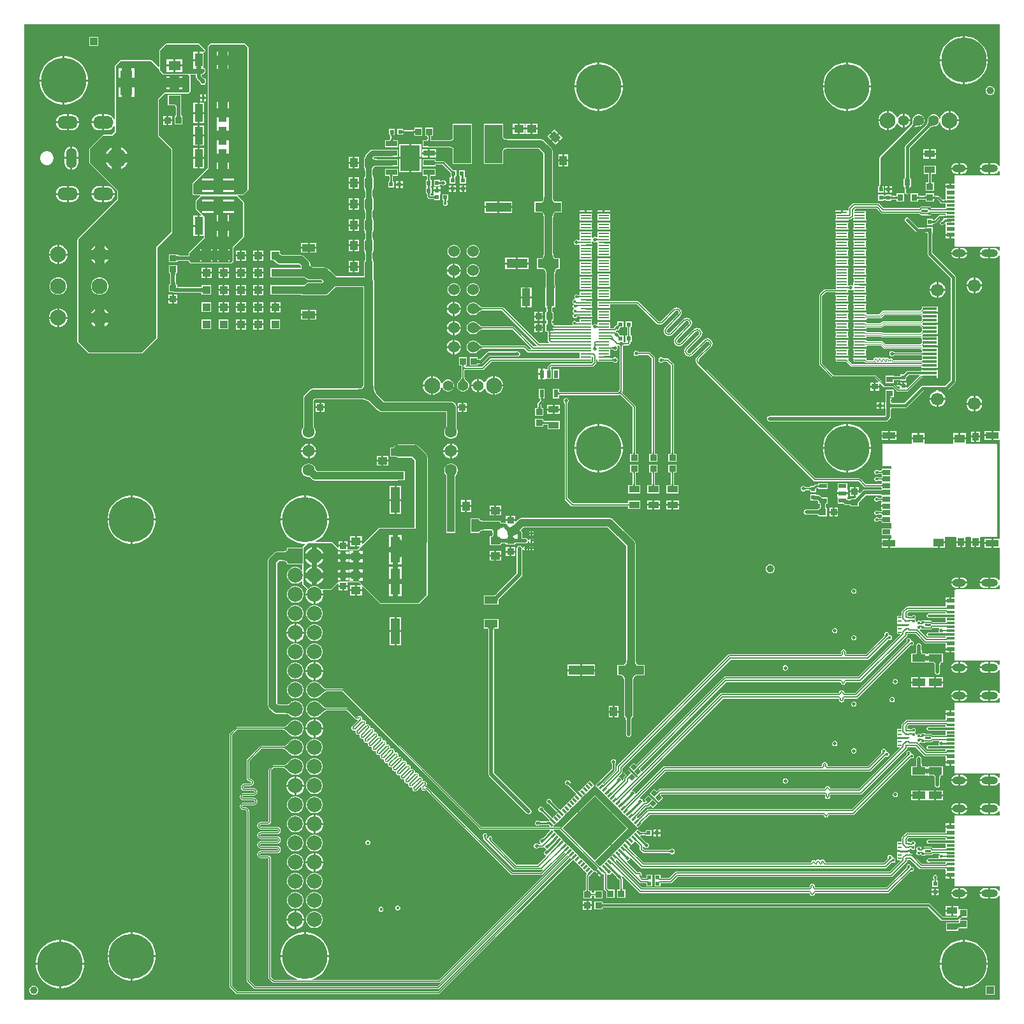
<source format=gbr>
%TF.GenerationSoftware,Altium Limited,Altium Designer,22.4.2 (48)*%
G04 Layer_Physical_Order=1*
G04 Layer_Color=255*
%FSLAX26Y26*%
%MOIN*%
%TF.SameCoordinates,1C2CB1AA-ACBE-45DF-AC24-D873E68AE3FE*%
%TF.FilePolarity,Positive*%
%TF.FileFunction,Copper,L1,Top,Signal*%
%TF.Part,Single*%
G01*
G75*
%TA.AperFunction,Conductor*%
%ADD10C,0.006929*%
%ADD11C,0.005000*%
%ADD12C,0.004921*%
%ADD13C,0.007874*%
%TA.AperFunction,SMDPad,CuDef*%
%ADD14R,0.043307X0.023622*%
%ADD15R,0.043307X0.011811*%
%TA.AperFunction,BGAPad,CuDef*%
%ADD16C,0.013780*%
%TA.AperFunction,SMDPad,CuDef*%
%ADD17R,0.092520X0.200787*%
%ADD18R,0.011811X0.011811*%
%ADD19R,0.031496X0.035433*%
%ADD20R,0.062992X0.129921*%
%ADD21R,0.062992X0.047244*%
%ADD22R,0.018701X0.007874*%
%ADD23R,0.017716X0.023228*%
%ADD24R,0.059055X0.031496*%
%ADD25R,0.102362X0.137795*%
%TA.AperFunction,BGAPad,CuDef*%
%ADD26R,0.041732X0.041732*%
%TA.AperFunction,SMDPad,CuDef*%
%ADD27R,0.023622X0.023622*%
G04:AMPARAMS|DCode=28|XSize=11.024mil|YSize=27.165mil|CornerRadius=0mil|HoleSize=0mil|Usage=FLASHONLY|Rotation=45.000|XOffset=0mil|YOffset=0mil|HoleType=Round|Shape=Rectangle|*
%AMROTATEDRECTD28*
4,1,4,0.005707,-0.013502,-0.013502,0.005707,-0.005707,0.013502,0.013502,-0.005707,0.005707,-0.013502,0.0*
%
%ADD28ROTATEDRECTD28*%

G04:AMPARAMS|DCode=29|XSize=11.024mil|YSize=27.165mil|CornerRadius=0mil|HoleSize=0mil|Usage=FLASHONLY|Rotation=315.000|XOffset=0mil|YOffset=0mil|HoleType=Round|Shape=Rectangle|*
%AMROTATEDRECTD29*
4,1,4,-0.013502,-0.005707,0.005707,0.013502,0.013502,0.005707,-0.005707,-0.013502,-0.013502,-0.005707,0.0*
%
%ADD29ROTATEDRECTD29*%

%ADD30P,0.334066X4X270.0*%
%ADD31R,0.145669X0.047244*%
%ADD32R,0.055118X0.035433*%
%ADD33R,0.074803X0.011811*%
%ADD34R,0.070866X0.039370*%
%ADD35R,0.133858X0.047244*%
%ADD36R,0.110236X0.047244*%
%ADD37R,0.056299X0.007874*%
%ADD38R,0.039370X0.049213*%
%ADD39R,0.035433X0.033465*%
%ADD40P,0.033407X4X270.0*%
%ADD41R,0.055118X0.044488*%
%ADD42R,0.033465X0.039370*%
%ADD43R,0.066929X0.035433*%
%ADD44R,0.039370X0.025591*%
%ADD45R,0.047244X0.133858*%
%ADD46R,0.049213X0.039370*%
%ADD47R,0.043307X0.094488*%
%ADD48R,0.033465X0.035433*%
%ADD49R,0.023622X0.023622*%
%TA.AperFunction,ConnectorPad*%
%ADD50R,0.043307X0.023622*%
%ADD51R,0.043307X0.011811*%
%TA.AperFunction,SMDPad,CuDef*%
%ADD52R,0.035433X0.031496*%
%ADD53R,0.023622X0.043307*%
%ADD54R,0.039370X0.070866*%
G04:AMPARAMS|DCode=55|XSize=39.37mil|YSize=49.213mil|CornerRadius=0mil|HoleSize=0mil|Usage=FLASHONLY|Rotation=45.000|XOffset=0mil|YOffset=0mil|HoleType=Round|Shape=Rectangle|*
%AMROTATEDRECTD55*
4,1,4,0.003480,-0.031319,-0.031319,0.003480,-0.003480,0.031319,0.031319,-0.003480,0.003480,-0.031319,0.0*
%
%ADD55ROTATEDRECTD55*%

%TA.AperFunction,FiducialPad,Global*%
%ADD56C,0.039370*%
%ADD57R,0.039370X0.039370*%
%TA.AperFunction,Conductor*%
%ADD58C,0.019685*%
%ADD59C,0.006946*%
%ADD60C,0.011811*%
%ADD61C,0.010000*%
%ADD62C,0.015748*%
%ADD63C,0.047244*%
%ADD64C,0.059055*%
%ADD65C,0.039370*%
%ADD66C,0.005981*%
%ADD67C,0.029528*%
%TA.AperFunction,ComponentPad*%
%ADD68O,0.086614X0.039370*%
%ADD69O,0.070866X0.039370*%
%ADD70C,0.082677*%
%ADD71R,0.078740X0.078740*%
%ADD72C,0.078740*%
%ADD73O,0.106299X0.066929*%
%ADD74O,0.055118X0.106299*%
%ADD75C,0.102362*%
%ADD76C,0.055118*%
%ADD77C,0.062992*%
%ADD78C,0.236220*%
%ADD79C,0.066929*%
%ADD80C,0.060000*%
%TA.AperFunction,ViaPad*%
%ADD81C,0.027559*%
%ADD82C,0.019685*%
%ADD83C,0.013780*%
%ADD84C,0.015748*%
%ADD85C,0.017716*%
%ADD86C,0.039370*%
%ADD87C,0.050000*%
G36*
X6092167Y5354016D02*
X6087167Y5353021D01*
X6087065Y5353268D01*
X6082648Y5359025D01*
X6076891Y5363443D01*
X6070186Y5366220D01*
X6062992Y5367167D01*
X6044370D01*
Y5339370D01*
Y5311573D01*
X6062992D01*
X6070186Y5312520D01*
X6076891Y5315297D01*
X6082648Y5319715D01*
X6087065Y5325472D01*
X6087167Y5325718D01*
X6092167Y5324724D01*
Y5304261D01*
X5862205D01*
X5861422Y5303937D01*
X5858268D01*
Y5300783D01*
X5857943Y5300000D01*
Y5261811D01*
X5841614D01*
Y5244095D01*
X5836614D01*
Y5239095D01*
X5809055D01*
Y5226378D01*
X5811024D01*
Y5201850D01*
X5811024Y5196851D01*
X5811024D01*
Y5196850D01*
X5811024D01*
Y5176861D01*
X5806836Y5176592D01*
X5805063Y5176584D01*
X5804707Y5176435D01*
X5797498D01*
X5797432Y5176501D01*
X5793453Y5178150D01*
X5793359D01*
X5777073Y5194435D01*
X5774117Y5196411D01*
X5770630Y5197104D01*
X5756387D01*
X5756055Y5197252D01*
X5754287Y5197298D01*
X5752881Y5197423D01*
X5751750Y5197611D01*
X5750909Y5197838D01*
X5750373Y5198057D01*
X5750211Y5198156D01*
X5750181Y5198438D01*
X5750000Y5198771D01*
Y5208661D01*
X5706693D01*
Y5197570D01*
X5706633Y5197459D01*
X5706604Y5197188D01*
X5706428Y5197081D01*
X5705875Y5196858D01*
X5705015Y5196629D01*
X5703861Y5196439D01*
X5702433Y5196315D01*
X5700639Y5196268D01*
X5700307Y5196120D01*
X5673709D01*
X5673377Y5196268D01*
X5671583Y5196315D01*
X5670155Y5196439D01*
X5669000Y5196629D01*
X5668140Y5196858D01*
X5667588Y5197081D01*
X5667412Y5197188D01*
X5667383Y5197459D01*
X5667323Y5197570D01*
Y5208661D01*
X5627953D01*
Y5165354D01*
X5667323D01*
Y5176446D01*
X5667383Y5176556D01*
X5667412Y5176828D01*
X5667588Y5176934D01*
X5668140Y5177158D01*
X5669001Y5177387D01*
X5670155Y5177577D01*
X5671583Y5177701D01*
X5673377Y5177748D01*
X5673709Y5177896D01*
X5700307D01*
X5700639Y5177748D01*
X5702433Y5177701D01*
X5703861Y5177577D01*
X5705016Y5177386D01*
X5705875Y5177158D01*
X5706428Y5176934D01*
X5706604Y5176828D01*
X5706633Y5176556D01*
X5706693Y5176446D01*
Y5167323D01*
X5750000D01*
Y5177213D01*
X5750181Y5177546D01*
X5750211Y5177828D01*
X5750373Y5177928D01*
X5750909Y5178147D01*
X5751750Y5178373D01*
X5752881Y5178562D01*
X5754287Y5178686D01*
X5756055Y5178732D01*
X5756387Y5178880D01*
X5766856D01*
X5780473Y5165263D01*
Y5165169D01*
X5782121Y5161190D01*
X5785167Y5158144D01*
X5789146Y5156496D01*
X5793453D01*
X5797432Y5158144D01*
X5797498Y5158211D01*
X5804658D01*
X5804997Y5158062D01*
X5811024Y5157944D01*
Y5142795D01*
X5811024Y5137796D01*
X5811024D01*
Y5137795D01*
X5811024D01*
Y5132586D01*
X5735236D01*
Y5141732D01*
X5720551D01*
X5720071Y5141732D01*
X5719563Y5141937D01*
X5715551Y5141732D01*
X5710674Y5140932D01*
X5684926D01*
X5682038Y5140358D01*
X5679590Y5138722D01*
X5673454Y5132586D01*
X5487087D01*
X5463478Y5156194D01*
X5461030Y5157830D01*
X5458142Y5158405D01*
X5330079D01*
X5327191Y5157830D01*
X5324743Y5156194D01*
X5324742Y5156194D01*
X5304624Y5136076D01*
X5302989Y5133628D01*
X5302414Y5130740D01*
Y5124976D01*
X5302165Y5120079D01*
X5273111D01*
Y5110236D01*
X5268111D01*
Y5105236D01*
X5234055D01*
Y5100394D01*
X5236024D01*
Y5091614D01*
X5236024Y5086614D01*
X5236023D01*
Y5086614D01*
X5236024D01*
Y5072835D01*
X5234055D01*
Y5067992D01*
X5268111D01*
X5302165D01*
Y5071950D01*
X5303111Y5071959D01*
X5303532Y5072139D01*
X5311642D01*
X5314530Y5072713D01*
X5316978Y5074349D01*
X5324724Y5082095D01*
X5329724Y5080024D01*
Y5072835D01*
X5327756D01*
Y5067992D01*
X5361811D01*
X5395866D01*
Y5072835D01*
X5395866D01*
X5393898Y5074803D01*
X5393898Y5086614D01*
X5393898Y5091614D01*
Y5118110D01*
X5334350D01*
X5332602Y5123110D01*
X5338945Y5129453D01*
X5449276D01*
X5472884Y5105845D01*
X5475333Y5104209D01*
X5478221Y5103635D01*
X5673454D01*
X5679590Y5097498D01*
X5682038Y5095863D01*
X5684926Y5095288D01*
X5710651D01*
X5715551Y5094488D01*
X5719563Y5094284D01*
X5720071Y5094488D01*
X5720551Y5094488D01*
X5735236D01*
Y5103635D01*
X5811024D01*
Y5098425D01*
X5806262Y5097849D01*
X5805063Y5097844D01*
X5804707Y5097695D01*
X5779528D01*
X5776040Y5097001D01*
X5773084Y5095026D01*
X5749071Y5071012D01*
X5747791Y5071135D01*
X5745500Y5071549D01*
X5744095Y5072035D01*
Y5076772D01*
X5712599D01*
Y5045276D01*
X5744095D01*
Y5050244D01*
X5744275Y5050578D01*
X5744305Y5050860D01*
X5744468Y5050959D01*
X5745003Y5051178D01*
X5745844Y5051405D01*
X5746976Y5051593D01*
X5748381Y5051717D01*
X5750150Y5051764D01*
X5750481Y5051912D01*
X5751968D01*
X5755456Y5052605D01*
X5758412Y5054580D01*
X5783302Y5079471D01*
X5798403D01*
X5799920Y5074471D01*
X5799868Y5074435D01*
X5790839Y5065407D01*
X5789723D01*
X5785743Y5063759D01*
X5782698Y5060713D01*
X5781050Y5056734D01*
Y5052427D01*
X5782698Y5048448D01*
X5785743Y5045402D01*
X5789723Y5043754D01*
X5794030D01*
X5798009Y5045402D01*
X5801055Y5048448D01*
X5802046Y5050841D01*
X5806024Y5054819D01*
X5811024Y5052748D01*
Y5044370D01*
X5811024Y5039370D01*
X5811024D01*
Y5039370D01*
X5811024D01*
Y5009842D01*
X5809055D01*
Y4997126D01*
X5836614D01*
Y4992126D01*
X5841614D01*
Y4974409D01*
X5857943D01*
Y4936221D01*
X5858268Y4935437D01*
Y4932283D01*
X5861422D01*
X5862205Y4931959D01*
X6092167D01*
Y4911496D01*
X6087167Y4910502D01*
X6087065Y4910749D01*
X6082648Y4916506D01*
X6076891Y4920923D01*
X6070186Y4923700D01*
X6062992Y4924647D01*
X6044370D01*
Y4896850D01*
Y4869054D01*
X6062992D01*
X6070186Y4870001D01*
X6076891Y4872778D01*
X6082648Y4877195D01*
X6087065Y4882952D01*
X6087167Y4883199D01*
X6092167Y4882204D01*
Y3967638D01*
X6059492D01*
Y3944015D01*
Y3920394D01*
X6092167D01*
Y3404631D01*
X6059134D01*
Y3381009D01*
Y3357387D01*
X6092167D01*
Y3188662D01*
X6087167Y3187667D01*
X6087065Y3187914D01*
X6082648Y3193671D01*
X6076891Y3198088D01*
X6070186Y3200865D01*
X6062992Y3201812D01*
X6044370D01*
Y3174016D01*
Y3146219D01*
X6062992D01*
X6070186Y3147166D01*
X6076891Y3149943D01*
X6082648Y3154360D01*
X6087065Y3160117D01*
X6087167Y3160364D01*
X6092167Y3159370D01*
Y3138907D01*
X5862205D01*
X5861422Y3138583D01*
X5858268D01*
Y3135429D01*
X5857943Y3134646D01*
Y3096457D01*
X5841614D01*
Y3078740D01*
X5836614D01*
Y3073740D01*
X5809055D01*
Y3061024D01*
X5811024D01*
Y3049389D01*
X5810779Y3049323D01*
X5810107Y3049211D01*
X5809225Y3049133D01*
X5808039Y3049102D01*
X5807640Y3048924D01*
X5608779D01*
X5605891Y3048350D01*
X5603443Y3046714D01*
X5583266Y3026537D01*
X5581630Y3024089D01*
X5581056Y3021201D01*
Y3000000D01*
X5558563D01*
Y2985315D01*
X5558563Y2984252D01*
Y2980315D01*
X5558563Y2979252D01*
Y2966783D01*
X5556594Y2962598D01*
X5556595Y2960382D01*
Y2957756D01*
X5571850D01*
Y2947756D01*
X5556594D01*
Y2942913D01*
X5558563Y2938729D01*
Y2926260D01*
X5558563Y2925197D01*
Y2921260D01*
X5558563Y2920197D01*
Y2905512D01*
X5570526D01*
X5572439Y2900892D01*
X5354952Y2683405D01*
X4656217D01*
X4653328Y2682830D01*
X4650880Y2681194D01*
X4190424Y2220738D01*
X4178697Y2232464D01*
X4156426Y2210193D01*
X4178080Y2188540D01*
X4198926Y2167693D01*
X4200351Y2166269D01*
X4199800Y2161497D01*
X4196771Y2158468D01*
X4191999Y2157917D01*
X4190574Y2159342D01*
X4169728Y2180188D01*
X4148074Y2201842D01*
X4125803Y2179571D01*
X4137530Y2167844D01*
X4128905Y2159220D01*
X4127269Y2156771D01*
X4126695Y2153883D01*
Y2144069D01*
X4121971Y2139345D01*
X4117182Y2141628D01*
Y2145338D01*
X4115085Y2150403D01*
X4111208Y2154279D01*
X4106144Y2156377D01*
X4103500D01*
X4101429Y2161377D01*
X4118604Y2178551D01*
X4120240Y2180999D01*
X4120814Y2183887D01*
Y2204630D01*
X4688043Y2771859D01*
X5403894D01*
X5406782Y2772434D01*
X5409231Y2774069D01*
X5509726Y2874565D01*
X5509958Y2874620D01*
X5510105Y2874859D01*
X5510368Y2874957D01*
X5510907Y2875459D01*
X5511270Y2875747D01*
X5511547Y2875928D01*
X5511657Y2875983D01*
X5511758Y2875933D01*
X5512482Y2875887D01*
X5515559Y2874612D01*
X5520650D01*
X5525352Y2876560D01*
X5528952Y2880160D01*
X5530900Y2884862D01*
Y2889952D01*
X5528952Y2894655D01*
X5525352Y2898255D01*
X5520650Y2900203D01*
X5519512D01*
X5515475Y2900786D01*
X5514892Y2904822D01*
Y2905960D01*
X5512944Y2910663D01*
X5509345Y2914262D01*
X5504642Y2916210D01*
X5499552D01*
X5494849Y2914262D01*
X5491250Y2910663D01*
X5489302Y2905960D01*
Y2900870D01*
X5490576Y2897793D01*
X5490623Y2897069D01*
X5490672Y2896968D01*
X5490617Y2896857D01*
X5490437Y2896580D01*
X5490149Y2896218D01*
X5489646Y2895678D01*
X5489548Y2895416D01*
X5489310Y2895269D01*
X5489255Y2895037D01*
X5395028Y2800810D01*
X5290876D01*
X5290823Y2800937D01*
X5290697Y2800990D01*
Y2811727D01*
X5290814D01*
X5289776Y2816942D01*
X5286822Y2821363D01*
X5282401Y2824317D01*
X5277186Y2825355D01*
X5277186D01*
X5277185D01*
Y2825354D01*
X5271970Y2824317D01*
X5267549Y2821363D01*
X5264595Y2816942D01*
X5263558Y2811727D01*
X5263675D01*
Y2800990D01*
X5263548Y2800937D01*
X5263495Y2800810D01*
X4679177D01*
X4676289Y2800236D01*
X4673841Y2798600D01*
X4094073Y2218832D01*
X4092437Y2216384D01*
X4091863Y2213496D01*
Y2192753D01*
X4030155Y2131045D01*
X4030154Y2131045D01*
X4023485Y2124375D01*
X4022988D01*
X4020718Y2128295D01*
X4020962Y2130026D01*
X4021208Y2130292D01*
X4021329Y2130620D01*
X4081262Y2190553D01*
X4083238Y2193509D01*
X4083931Y2196996D01*
Y2223329D01*
X4084078Y2223649D01*
X4084148Y2225563D01*
X4084217Y2226230D01*
X4084311Y2226835D01*
X4084420Y2227329D01*
X4084532Y2227706D01*
X4084634Y2227965D01*
X4084708Y2228109D01*
X4084733Y2228147D01*
X4084904Y2228340D01*
X4085137Y2229020D01*
X4086501Y2230383D01*
X4088599Y2235448D01*
Y2240930D01*
X4086501Y2245994D01*
X4082625Y2249871D01*
X4077560Y2251968D01*
X4072078D01*
X4067014Y2249871D01*
X4063137Y2245994D01*
X4061040Y2240930D01*
Y2235448D01*
X4063137Y2230383D01*
X4064501Y2229020D01*
X4064734Y2228340D01*
X4064905Y2228147D01*
X4064930Y2228109D01*
X4065004Y2227965D01*
X4065106Y2227706D01*
X4065218Y2227329D01*
X4065327Y2226835D01*
X4065414Y2226280D01*
X4065542Y2224663D01*
X4065559Y2223730D01*
X4065707Y2223388D01*
Y2200771D01*
X4008385Y2143449D01*
X4008035Y2143309D01*
X4003738Y2139123D01*
X4003660Y2139200D01*
X4000647Y2136476D01*
X4000586Y2136328D01*
X4000241Y2136006D01*
X4000165Y2135705D01*
X3978883Y2114423D01*
X3989267Y2104039D01*
X3992246Y2101061D01*
X3995782Y2097525D01*
X4006165Y2087141D01*
X4006722Y2086584D01*
X4017106Y2076201D01*
X4020085Y2073222D01*
X4031026Y2062281D01*
X4034004Y2059302D01*
X4037540Y2055767D01*
X4048481Y2044826D01*
X4058864Y2034442D01*
X4061843Y2031464D01*
X4065379Y2027928D01*
X4076320Y2016987D01*
X4086703Y2006603D01*
X4089682Y2003625D01*
X4100623Y1992684D01*
X4103601Y1989705D01*
X4107137Y1986170D01*
X4118078Y1975229D01*
X4128462Y1964845D01*
X4131440Y1961866D01*
X4142381Y1950926D01*
X4145360Y1947947D01*
X4148895Y1944411D01*
X4159836Y1933471D01*
X4170220Y1923087D01*
X4173199Y1920108D01*
X4176734Y1916573D01*
X4187675Y1905632D01*
X4201038Y1892269D01*
X4225814Y1917046D01*
X4222409Y1920451D01*
X4262553Y1960595D01*
X5172078D01*
X5172130Y1960468D01*
X5172302Y1960397D01*
X5173178Y1955996D01*
X5176132Y1951575D01*
X5180553Y1948621D01*
X5185768Y1947584D01*
X5185768D01*
X5185768D01*
Y1947584D01*
X5190983Y1948621D01*
X5195405Y1951575D01*
X5198359Y1955996D01*
X5199234Y1960397D01*
X5199406Y1960468D01*
X5199458Y1960595D01*
X5328453D01*
X5331341Y1961170D01*
X5333789Y1962806D01*
X5349960Y1978977D01*
X5350472Y1979743D01*
X5351238Y1980254D01*
X5626047Y2255064D01*
X5626333Y2255143D01*
X5626439Y2255329D01*
X5626639Y2255405D01*
X5627136Y2255873D01*
X5627478Y2256154D01*
X5627742Y2256337D01*
X5627874Y2256412D01*
X5627919Y2256427D01*
X5628163Y2256425D01*
X5630367Y2255512D01*
X5635066D01*
X5639407Y2257310D01*
X5642729Y2260633D01*
X5644528Y2264974D01*
Y2269672D01*
X5642729Y2274013D01*
X5639407Y2277336D01*
X5635066Y2279134D01*
X5634541D01*
X5630278Y2280054D01*
X5629921Y2283753D01*
Y2284830D01*
X5628123Y2289171D01*
X5624801Y2292493D01*
X5620460Y2294291D01*
X5615761D01*
X5611420Y2292493D01*
X5608097Y2289171D01*
X5606299Y2284830D01*
Y2280131D01*
X5607212Y2277927D01*
X5607214Y2277683D01*
X5607199Y2277639D01*
X5607124Y2277505D01*
X5606942Y2277242D01*
X5606660Y2276900D01*
X5606192Y2276403D01*
X5606116Y2276203D01*
X5605930Y2276097D01*
X5605851Y2275811D01*
X5319587Y1989546D01*
X4253687D01*
X4250799Y1988972D01*
X4248351Y1987336D01*
X4204437Y1943423D01*
X4199437D01*
X4197070Y1945790D01*
Y1950790D01*
X4245024Y1998744D01*
X4253702D01*
X4256590Y1999318D01*
X4259038Y2000954D01*
X4267950Y2009866D01*
X4279964Y1997851D01*
X4302235Y2020122D01*
X4279964Y2042393D01*
X4278613Y2041775D01*
X4256342Y2064046D01*
X4234071Y2041775D01*
X4243152Y2032695D01*
X4241081Y2027695D01*
X4236158D01*
X4233270Y2027120D01*
X4233157Y2027045D01*
X4232115Y2027374D01*
X4228538Y2029972D01*
Y2033983D01*
X4226440Y2039047D01*
X4222564Y2042923D01*
X4217499Y2045021D01*
X4214856D01*
X4212785Y2050021D01*
X4348131Y2185367D01*
X5412875D01*
X5415763Y2185941D01*
X5418211Y2187577D01*
X5494962Y2264329D01*
X5495195Y2264384D01*
X5495342Y2264622D01*
X5495604Y2264721D01*
X5496143Y2265223D01*
X5496506Y2265511D01*
X5496784Y2265691D01*
X5496894Y2265747D01*
X5496995Y2265697D01*
X5497719Y2265651D01*
X5500796Y2264376D01*
X5505886D01*
X5510589Y2266324D01*
X5514188Y2269923D01*
X5516136Y2274626D01*
Y2279716D01*
X5514188Y2284419D01*
X5510589Y2288019D01*
X5505886Y2289966D01*
X5504748D01*
X5500712Y2290549D01*
X5500129Y2294586D01*
Y2295724D01*
X5498181Y2300427D01*
X5494581Y2304026D01*
X5489878Y2305974D01*
X5484788D01*
X5480086Y2304026D01*
X5476486Y2300427D01*
X5474538Y2295724D01*
Y2290633D01*
X5475813Y2287556D01*
X5475859Y2286832D01*
X5475909Y2286731D01*
X5475853Y2286621D01*
X5475673Y2286344D01*
X5475385Y2285981D01*
X5474883Y2285442D01*
X5474785Y2285180D01*
X5474546Y2285032D01*
X5474491Y2284800D01*
X5404009Y2214318D01*
X5192451D01*
X5192398Y2214445D01*
X5192271Y2214497D01*
Y2225234D01*
X5192388D01*
X5191351Y2230450D01*
X5188397Y2234871D01*
X5183976Y2237825D01*
X5178761Y2238862D01*
X5178761D01*
X5178760D01*
Y2238862D01*
X5173545Y2237825D01*
X5169124Y2234871D01*
X5166170Y2230450D01*
X5165132Y2225234D01*
X5165249D01*
Y2214497D01*
X5165123Y2214445D01*
X5165070Y2214318D01*
X4339264D01*
X4336377Y2213744D01*
X4333928Y2212108D01*
X4191567Y2069747D01*
X4186779Y2072030D01*
Y2075741D01*
X4184682Y2080805D01*
X4180806Y2084682D01*
X4175741Y2086780D01*
X4173097D01*
X4171026Y2091780D01*
X4647842Y2568595D01*
X5252787D01*
X5252840Y2568468D01*
X5252967Y2568416D01*
Y2561592D01*
X5252850D01*
X5253887Y2556377D01*
X5256841Y2551955D01*
X5261262Y2549001D01*
X5266477Y2547964D01*
X5266477D01*
X5266478D01*
Y2547964D01*
X5271693Y2549001D01*
X5276114Y2551955D01*
X5279068Y2556377D01*
X5280105Y2561592D01*
X5279989D01*
Y2568416D01*
X5280115Y2568468D01*
X5280168Y2568595D01*
X5345901D01*
X5348789Y2569170D01*
X5351238Y2570806D01*
X5626047Y2845615D01*
X5626333Y2845694D01*
X5626439Y2845880D01*
X5626639Y2845956D01*
X5627136Y2846424D01*
X5627478Y2846706D01*
X5627742Y2846889D01*
X5627874Y2846963D01*
X5627919Y2846978D01*
X5628163Y2846976D01*
X5630367Y2846063D01*
X5635066D01*
X5639407Y2847861D01*
X5642729Y2851184D01*
X5644528Y2855525D01*
Y2860224D01*
X5642729Y2864564D01*
X5639407Y2867887D01*
X5635066Y2869685D01*
X5634541D01*
X5630278Y2870605D01*
X5629921Y2874305D01*
Y2875381D01*
X5628123Y2879722D01*
X5624801Y2883044D01*
X5620460Y2884843D01*
X5615761D01*
X5611420Y2883044D01*
X5608097Y2879722D01*
X5606299Y2875381D01*
Y2870682D01*
X5607212Y2868479D01*
X5607214Y2868234D01*
X5607199Y2868190D01*
X5607124Y2868057D01*
X5606942Y2867794D01*
X5606660Y2867451D01*
X5606192Y2866954D01*
X5606116Y2866754D01*
X5605930Y2866648D01*
X5605851Y2866363D01*
X5337035Y2597546D01*
X5285705D01*
X5281404Y2599233D01*
X5280366Y2604448D01*
X5277412Y2608870D01*
X5272991Y2611824D01*
X5267776Y2612861D01*
X5267776D01*
X5267775D01*
Y2612861D01*
X5262560Y2611824D01*
X5258139Y2608870D01*
X5255185Y2604448D01*
X5254148Y2599233D01*
X5249846Y2597546D01*
X4638976D01*
X4636088Y2596972D01*
X4633640Y2595336D01*
X4227394Y2189090D01*
X4222622Y2188540D01*
X4213395Y2197766D01*
X4213395Y2202766D01*
X4665083Y2654454D01*
X5256475D01*
X5261391Y2654251D01*
X5262429Y2649036D01*
X5265383Y2644615D01*
X5269804Y2641661D01*
X5275019Y2640623D01*
X5275019D01*
X5275020D01*
Y2640623D01*
X5280235Y2641661D01*
X5284656Y2644615D01*
X5287610Y2649036D01*
X5288647Y2654251D01*
X5293564Y2654454D01*
X5363818D01*
X5366706Y2655028D01*
X5369154Y2656664D01*
X5607797Y2895307D01*
X5609433Y2897755D01*
X5610007Y2900643D01*
Y2905512D01*
X5617989D01*
X5618482Y2905307D01*
X5618590Y2905352D01*
X5618699Y2905313D01*
X5625628Y2905665D01*
X5625994Y2905839D01*
X5652894D01*
X5699936Y2858798D01*
X5702384Y2857162D01*
X5705272Y2856587D01*
X5807641D01*
X5808041Y2856409D01*
X5809245Y2856378D01*
X5810147Y2856300D01*
X5810840Y2856186D01*
X5811024Y2856137D01*
Y2844488D01*
X5809055D01*
Y2831771D01*
X5836614D01*
Y2826771D01*
X5841614D01*
Y2809055D01*
X5857943D01*
Y2770866D01*
X5858268Y2770083D01*
Y2766929D01*
X5861422D01*
X5862205Y2766605D01*
X6092167D01*
Y2746142D01*
X6087167Y2745148D01*
X6087065Y2745394D01*
X6082648Y2751151D01*
X6076891Y2755569D01*
X6070186Y2758346D01*
X6062992Y2759293D01*
X6044370D01*
Y2731496D01*
Y2703699D01*
X6062992D01*
X6070186Y2704646D01*
X6076891Y2707423D01*
X6082648Y2711841D01*
X6087065Y2717598D01*
X6087167Y2717845D01*
X6092167Y2716850D01*
Y2598110D01*
X6087167Y2597116D01*
X6087065Y2597363D01*
X6082648Y2603120D01*
X6076891Y2607537D01*
X6070186Y2610314D01*
X6062992Y2611261D01*
X6044370D01*
Y2583465D01*
Y2555668D01*
X6062992D01*
X6070186Y2556615D01*
X6076891Y2559392D01*
X6082648Y2563809D01*
X6087065Y2569566D01*
X6087167Y2569813D01*
X6092167Y2568818D01*
Y2548356D01*
X5862205D01*
X5861422Y2548031D01*
X5858268D01*
Y2544878D01*
X5857943Y2544094D01*
Y2505905D01*
X5841614D01*
Y2488189D01*
X5836614D01*
Y2483189D01*
X5809055D01*
Y2470472D01*
X5811024D01*
Y2458838D01*
X5810779Y2458772D01*
X5810107Y2458660D01*
X5809225Y2458582D01*
X5808039Y2458551D01*
X5807640Y2458373D01*
X5608779D01*
X5605891Y2457799D01*
X5603443Y2456163D01*
X5583266Y2435986D01*
X5581630Y2433538D01*
X5581056Y2430650D01*
Y2409449D01*
X5558563D01*
Y2394764D01*
X5558563Y2393701D01*
Y2389764D01*
X5558563Y2388701D01*
Y2376232D01*
X5556594Y2372047D01*
X5556595Y2369831D01*
Y2367205D01*
X5571850D01*
Y2357205D01*
X5556594D01*
Y2352362D01*
X5558563Y2348178D01*
Y2335709D01*
X5558563Y2334646D01*
Y2330709D01*
X5558563Y2329646D01*
Y2314961D01*
X5570526D01*
X5572439Y2310341D01*
X5358352Y2096254D01*
X5210980D01*
X5206679Y2097941D01*
X5205642Y2103156D01*
X5202688Y2107578D01*
X5198266Y2110532D01*
X5193051Y2111569D01*
X5193051D01*
X5193051D01*
Y2111569D01*
X5187836Y2110532D01*
X5183415Y2107578D01*
X5180461Y2103156D01*
X5179423Y2097941D01*
X5175122Y2096254D01*
X4358231D01*
X4358231Y2096254D01*
X4315706D01*
X4315705Y2096254D01*
X4312818Y2095680D01*
X4310369Y2094044D01*
X4298980Y2082654D01*
X4286965Y2094669D01*
X4264694Y2072398D01*
X4286965Y2050127D01*
X4288316Y2050744D01*
X4310587Y2028473D01*
X4332858Y2050744D01*
X4320435Y2063167D01*
X4324572Y2067303D01*
X4363971D01*
X4363972Y2067303D01*
X5179809D01*
X5179862Y2067176D01*
X5179989Y2067124D01*
Y2056860D01*
X5179872D01*
X5180909Y2051645D01*
X5183863Y2047224D01*
X5188284Y2044270D01*
X5193499Y2043232D01*
X5193500D01*
X5193500D01*
Y2043233D01*
X5198715Y2044270D01*
X5203136Y2047224D01*
X5206090Y2051645D01*
X5207128Y2056860D01*
X5207011D01*
Y2067124D01*
X5207138Y2067176D01*
X5207190Y2067303D01*
X5367218D01*
X5370106Y2067878D01*
X5372555Y2069514D01*
X5607797Y2304755D01*
X5609433Y2307204D01*
X5610007Y2310092D01*
Y2314961D01*
X5617989D01*
X5618482Y2314756D01*
X5618590Y2314801D01*
X5618699Y2314762D01*
X5625628Y2315114D01*
X5625994Y2315288D01*
X5652894D01*
X5699936Y2268247D01*
X5702384Y2266611D01*
X5705272Y2266036D01*
X5807641D01*
X5808041Y2265858D01*
X5809245Y2265827D01*
X5810147Y2265748D01*
X5810840Y2265635D01*
X5811024Y2265586D01*
Y2253937D01*
X5809055D01*
Y2241220D01*
X5836614D01*
Y2236220D01*
X5841614D01*
Y2218504D01*
X5857943D01*
Y2180315D01*
X5858268Y2179532D01*
Y2176378D01*
X5861422D01*
X5862205Y2176054D01*
X6092167D01*
Y2155591D01*
X6087167Y2154596D01*
X6087065Y2154843D01*
X6082648Y2160600D01*
X6076891Y2165018D01*
X6070186Y2167794D01*
X6062992Y2168742D01*
X6044370D01*
Y2140945D01*
Y2113148D01*
X6062992D01*
X6070186Y2114095D01*
X6076891Y2116872D01*
X6082648Y2121290D01*
X6087065Y2127046D01*
X6087167Y2127293D01*
X6092167Y2126299D01*
Y2007559D01*
X6087167Y2006565D01*
X6087065Y2006812D01*
X6082648Y2012569D01*
X6076891Y2016986D01*
X6070186Y2019763D01*
X6062992Y2020710D01*
X6044370D01*
Y1992913D01*
Y1965117D01*
X6062992D01*
X6070186Y1966064D01*
X6076891Y1968841D01*
X6082648Y1973258D01*
X6087065Y1979015D01*
X6087167Y1979262D01*
X6092167Y1978267D01*
Y1957805D01*
X5862205D01*
X5861422Y1957480D01*
X5858268D01*
Y1954326D01*
X5857943Y1953543D01*
Y1915354D01*
X5841614D01*
Y1897638D01*
X5836614D01*
Y1892638D01*
X5809055D01*
Y1879921D01*
X5811024D01*
Y1868287D01*
X5810779Y1868221D01*
X5810107Y1868109D01*
X5809225Y1868031D01*
X5808039Y1868000D01*
X5807640Y1867822D01*
X5608779D01*
X5605891Y1867248D01*
X5603443Y1865612D01*
X5583266Y1845435D01*
X5581630Y1842986D01*
X5581056Y1840098D01*
Y1818898D01*
X5558563D01*
Y1804213D01*
X5558563Y1803150D01*
Y1799213D01*
X5558563Y1798149D01*
Y1785681D01*
X5556594Y1781496D01*
X5556595Y1779280D01*
Y1776654D01*
X5571850D01*
Y1766654D01*
X5556594D01*
Y1761811D01*
X5558563Y1757626D01*
Y1745158D01*
X5558563Y1744094D01*
Y1740157D01*
X5558563Y1739094D01*
Y1724409D01*
X5570526D01*
X5572439Y1719790D01*
X5517755Y1665105D01*
X4441929Y1665105D01*
X4402638D01*
X4399750Y1664531D01*
X4397301Y1662895D01*
X4366008Y1631601D01*
X4320866D01*
Y1648622D01*
X4289370D01*
Y1617126D01*
Y1585630D01*
X4320866D01*
Y1602650D01*
X4374874D01*
X4377762Y1603225D01*
X4380210Y1604861D01*
X4411504Y1636154D01*
X5199237D01*
X5207677Y1636154D01*
X5526621D01*
X5529509Y1636729D01*
X5531957Y1638365D01*
X5607797Y1714204D01*
X5609433Y1716652D01*
X5610007Y1719540D01*
Y1724409D01*
X5617686D01*
X5618009Y1724231D01*
X5618383Y1724246D01*
X5618482Y1724205D01*
X5622539Y1724409D01*
X5627415Y1724109D01*
X5673829Y1677695D01*
X5676277Y1676059D01*
X5679165Y1675485D01*
X5807641D01*
X5808041Y1675307D01*
X5809245Y1675276D01*
X5810147Y1675197D01*
X5810840Y1675083D01*
X5811024Y1675034D01*
Y1663386D01*
X5809055D01*
Y1650669D01*
X5836614D01*
Y1645669D01*
X5841614D01*
Y1627953D01*
X5857943D01*
Y1589764D01*
X5858268Y1588981D01*
Y1585827D01*
X5861422D01*
X5862205Y1585502D01*
X6092167D01*
Y1565040D01*
X6087167Y1564045D01*
X6087065Y1564292D01*
X6082648Y1570049D01*
X6076891Y1574466D01*
X6070186Y1577243D01*
X6062992Y1578190D01*
X6044370D01*
Y1550394D01*
Y1522597D01*
X6062992D01*
X6070186Y1523544D01*
X6076891Y1526321D01*
X6082648Y1530738D01*
X6087065Y1536495D01*
X6087167Y1536742D01*
X6092167Y1535748D01*
Y994447D01*
X994447D01*
Y6092167D01*
X6092167D01*
Y5354016D01*
D02*
G37*
G36*
X5746043Y5197042D02*
X5746343Y5196192D01*
X5746843Y5195442D01*
X5747543Y5194792D01*
X5748443Y5194242D01*
X5749543Y5193792D01*
X5750843Y5193442D01*
X5752343Y5193192D01*
X5754043Y5193042D01*
X5755943Y5192992D01*
Y5182992D01*
X5754043Y5182942D01*
X5752343Y5182792D01*
X5750843Y5182542D01*
X5749543Y5182192D01*
X5748443Y5181742D01*
X5747543Y5181192D01*
X5746843Y5180542D01*
X5746343Y5179792D01*
X5746043Y5178942D01*
X5745943Y5177992D01*
Y5197992D01*
X5746043Y5197042D01*
D02*
G37*
G36*
X5710870Y5177008D02*
X5710769Y5177958D01*
X5710465Y5178808D01*
X5709959Y5179558D01*
X5709251Y5180208D01*
X5708340Y5180758D01*
X5707227Y5181208D01*
X5705911Y5181558D01*
X5704393Y5181808D01*
X5702673Y5181958D01*
X5700750Y5182008D01*
Y5192008D01*
X5702673Y5192058D01*
X5704393Y5192208D01*
X5705911Y5192458D01*
X5707227Y5192808D01*
X5708340Y5193258D01*
X5709251Y5193808D01*
X5709959Y5194458D01*
X5710465Y5195208D01*
X5710769Y5196058D01*
X5710870Y5197008D01*
Y5177008D01*
D02*
G37*
G36*
X5663247Y5196058D02*
X5663551Y5195208D01*
X5664057Y5194458D01*
X5664765Y5193808D01*
X5665676Y5193258D01*
X5666789Y5192808D01*
X5668105Y5192458D01*
X5669623Y5192208D01*
X5671343Y5192058D01*
X5673266Y5192008D01*
Y5182008D01*
X5671343Y5181958D01*
X5669623Y5181808D01*
X5668105Y5181558D01*
X5666789Y5181208D01*
X5665676Y5180758D01*
X5664765Y5180208D01*
X5664057Y5179558D01*
X5663551Y5178808D01*
X5663247Y5177958D01*
X5663146Y5177008D01*
Y5197008D01*
X5663247Y5196058D01*
D02*
G37*
G36*
X5815081Y5161537D02*
X5814981Y5161686D01*
X5814681Y5161820D01*
X5814181Y5161938D01*
X5813481Y5162040D01*
X5811481Y5162197D01*
X5805081Y5162323D01*
Y5172323D01*
X5806981Y5172331D01*
X5814681Y5172825D01*
X5814981Y5172959D01*
X5815081Y5173108D01*
Y5161537D01*
D02*
G37*
G36*
X5719728Y5126457D02*
X5719651Y5127115D01*
X5719434Y5127704D01*
X5719078Y5128224D01*
X5718583Y5128674D01*
X5717947Y5129055D01*
X5717173Y5129367D01*
X5716259Y5129609D01*
X5715205Y5129783D01*
X5714012Y5129887D01*
X5712679Y5129921D01*
Y5136850D01*
X5713996Y5136859D01*
X5718499Y5137147D01*
X5718985Y5137255D01*
X5719331Y5137378D01*
X5719539Y5137519D01*
X5719608Y5137675D01*
X5719728Y5126457D01*
D02*
G37*
G36*
X5697815Y5123747D02*
X5698115Y5123613D01*
X5698615Y5123495D01*
X5699315Y5123393D01*
X5700947Y5123265D01*
X5702361Y5123361D01*
X5702670Y5123438D01*
X5702896Y5123525D01*
X5703038Y5123622D01*
Y5123202D01*
X5707715Y5123110D01*
Y5113110D01*
X5705815Y5113102D01*
X5703038Y5112924D01*
Y5112598D01*
X5702896Y5112696D01*
X5702670Y5112783D01*
X5702361Y5112859D01*
X5702271Y5112875D01*
X5698115Y5112608D01*
X5697815Y5112474D01*
X5697715Y5112325D01*
Y5123896D01*
X5697815Y5123747D01*
D02*
G37*
G36*
X5719608Y5098545D02*
X5719539Y5098702D01*
X5719331Y5098842D01*
X5718985Y5098966D01*
X5718499Y5099073D01*
X5717876Y5099164D01*
X5716213Y5099296D01*
X5712679Y5099370D01*
Y5106299D01*
X5714012Y5106334D01*
X5715205Y5106438D01*
X5716259Y5106611D01*
X5717173Y5106854D01*
X5717947Y5107165D01*
X5718583Y5107546D01*
X5719078Y5107997D01*
X5719434Y5108516D01*
X5719651Y5109105D01*
X5719728Y5109764D01*
X5719608Y5098545D01*
D02*
G37*
G36*
X5296209Y5098059D02*
X5296417Y5097838D01*
X5296763Y5097644D01*
X5297248Y5097475D01*
X5297872Y5097332D01*
X5298634Y5097216D01*
X5300574Y5097060D01*
X5303069Y5097008D01*
Y5090079D01*
X5296140Y5090671D01*
Y5098305D01*
X5296209Y5098059D01*
D02*
G37*
G36*
X5815081Y5082797D02*
X5814981Y5082946D01*
X5814681Y5083080D01*
X5814181Y5083198D01*
X5813481Y5083300D01*
X5811481Y5083457D01*
X5805081Y5083583D01*
Y5093583D01*
X5806981Y5093591D01*
X5814681Y5094085D01*
X5814981Y5094219D01*
X5815081Y5094368D01*
Y5082797D01*
D02*
G37*
G36*
X5303069Y5076221D02*
X5301752Y5076208D01*
X5298634Y5076013D01*
X5297872Y5075896D01*
X5297248Y5075754D01*
X5296763Y5075585D01*
X5296417Y5075390D01*
X5296209Y5075170D01*
X5296140Y5074923D01*
Y5082557D01*
X5303069Y5083150D01*
Y5076221D01*
D02*
G37*
G36*
X5815081Y5063112D02*
X5814993Y5063089D01*
X5814730Y5063069D01*
X5811923Y5063011D01*
X5806311Y5062992D01*
Y5072992D01*
X5807977Y5073009D01*
X5811923Y5073263D01*
X5812888Y5073415D01*
X5813677Y5073601D01*
X5814291Y5073821D01*
X5814730Y5074074D01*
X5814993Y5074362D01*
X5815081Y5074683D01*
Y5063112D01*
D02*
G37*
G36*
X5740137Y5070074D02*
X5740438Y5069224D01*
X5740938Y5068474D01*
X5741637Y5067824D01*
X5742538Y5067274D01*
X5743637Y5066824D01*
X5744938Y5066474D01*
X5746438Y5066224D01*
X5748137Y5066074D01*
X5750038Y5066024D01*
Y5056024D01*
X5748137Y5055974D01*
X5746438Y5055824D01*
X5744938Y5055574D01*
X5743637Y5055224D01*
X5742538Y5054774D01*
X5741637Y5054224D01*
X5740938Y5053574D01*
X5740438Y5052824D01*
X5740137Y5051974D01*
X5740038Y5051024D01*
Y5071024D01*
X5740137Y5070074D01*
D02*
G37*
G36*
X5815081Y3035553D02*
X5815011Y3036001D01*
X5814803Y3036403D01*
X5814457Y3036757D01*
X5813972Y3037064D01*
X5813348Y3037323D01*
X5812586Y3037536D01*
X5811685Y3037701D01*
X5810646Y3037819D01*
X5809468Y3037890D01*
X5808152Y3037913D01*
Y3044842D01*
X5809468Y3044877D01*
X5810646Y3044981D01*
X5811685Y3045154D01*
X5812586Y3045397D01*
X5813348Y3045709D01*
X5813972Y3046090D01*
X5814457Y3046540D01*
X5814803Y3047060D01*
X5815011Y3047649D01*
X5815081Y3048307D01*
Y3035553D01*
D02*
G37*
G36*
X5811024Y3012004D02*
X5726505D01*
X5724595Y3012795D01*
X5720287D01*
X5716308Y3011147D01*
X5713262Y3008101D01*
X5711614Y3004122D01*
Y2999815D01*
X5713262Y2995836D01*
X5716308Y2992790D01*
X5720287Y2991142D01*
X5724595D01*
X5726505Y2991933D01*
X5811024D01*
Y2977441D01*
X5811024Y2972441D01*
X5811024D01*
Y2972441D01*
X5811024D01*
Y2967231D01*
X5743869D01*
X5737733Y2973368D01*
X5735284Y2975004D01*
X5732396Y2975578D01*
X5706672D01*
X5701772Y2976378D01*
X5697760Y2976582D01*
X5697252Y2976378D01*
X5696772Y2976378D01*
X5682087D01*
Y2974145D01*
X5677087Y2972074D01*
X5675368Y2973793D01*
X5671027Y2975591D01*
X5666329D01*
X5661988Y2973793D01*
X5659015Y2970820D01*
X5657370Y2970982D01*
X5654015Y2972308D01*
Y2974593D01*
X5652217Y2978934D01*
X5651740Y2979411D01*
X5649218Y2982677D01*
X5651740Y2985944D01*
X5652217Y2986420D01*
X5654015Y2990761D01*
Y2995460D01*
X5652217Y2999801D01*
X5648894Y3003123D01*
X5644553Y3004921D01*
X5639854D01*
X5635513Y3003123D01*
X5632191Y2999801D01*
X5631205Y2997420D01*
X5630805Y2997153D01*
X5627123D01*
X5622539Y2997729D01*
Y3000000D01*
X5618482Y3000205D01*
X5618363Y3000155D01*
X5617945Y3000171D01*
X5617647Y3000000D01*
X5610007D01*
Y3012335D01*
X5617646Y3019973D01*
X5811024D01*
Y3012004D01*
D02*
G37*
G36*
X5618552Y2995397D02*
X5618760Y2994909D01*
X5619106Y2994478D01*
X5619591Y2994105D01*
X5620215Y2993789D01*
X5620977Y2993530D01*
X5621878Y2993329D01*
X5622917Y2993186D01*
X5624095Y2993100D01*
X5625412Y2993071D01*
Y2986142D01*
X5624095Y2986163D01*
X5621878Y2986337D01*
X5620977Y2986488D01*
X5620215Y2986684D01*
X5619591Y2986922D01*
X5619106Y2987204D01*
X5618760Y2987529D01*
X5618552Y2987897D01*
X5618482Y2988309D01*
Y2995943D01*
X5618552Y2995397D01*
D02*
G37*
G36*
X5625412Y2972284D02*
X5624095Y2972249D01*
X5622917Y2972145D01*
X5621878Y2971972D01*
X5620977Y2971729D01*
X5620215Y2971417D01*
X5619591Y2971036D01*
X5619106Y2970586D01*
X5618760Y2970066D01*
X5618552Y2969477D01*
X5618482Y2968819D01*
Y2976258D01*
X5618552Y2976819D01*
X5618760Y2977322D01*
X5619106Y2977765D01*
X5619591Y2978149D01*
X5620215Y2978474D01*
X5620977Y2978740D01*
X5621878Y2978947D01*
X5622917Y2979095D01*
X5624095Y2979183D01*
X5625412Y2979213D01*
Y2972284D01*
D02*
G37*
G36*
X5601396Y2979830D02*
X5603883Y2977726D01*
X5604995Y2976949D01*
X5606018Y2976356D01*
X5606954Y2975945D01*
X5607803Y2975718D01*
X5608563Y2975675D01*
X5609236Y2975815D01*
X5609821Y2976138D01*
X5600022Y2968624D01*
X5599973Y2969192D01*
X5599826Y2969804D01*
X5599581Y2970459D01*
X5599238Y2971158D01*
X5598797Y2971900D01*
X5598258Y2972685D01*
X5597621Y2973513D01*
X5596053Y2975300D01*
X5595122Y2976258D01*
X5600022Y2981157D01*
X5601396Y2979830D01*
D02*
G37*
G36*
X5697784Y2972164D02*
X5697992Y2972024D01*
X5698338Y2971900D01*
X5698823Y2971793D01*
X5699447Y2971702D01*
X5701110Y2971570D01*
X5704644Y2971496D01*
Y2964567D01*
X5703311Y2964532D01*
X5702118Y2964428D01*
X5701064Y2964255D01*
X5700150Y2964013D01*
X5699375Y2963701D01*
X5698740Y2963320D01*
X5698245Y2962869D01*
X5697888Y2962350D01*
X5697672Y2961761D01*
X5697595Y2961102D01*
X5697715Y2972321D01*
X5697784Y2972164D01*
D02*
G37*
G36*
X5719608Y2946970D02*
X5719508Y2947120D01*
X5719208Y2947253D01*
X5718708Y2947371D01*
X5718008Y2947473D01*
X5716376Y2947601D01*
X5714962Y2947505D01*
X5714653Y2947428D01*
X5714427Y2947341D01*
X5714285Y2947244D01*
Y2947664D01*
X5709608Y2947756D01*
Y2957756D01*
X5711508Y2957764D01*
X5714285Y2957942D01*
Y2958268D01*
X5714427Y2958171D01*
X5714653Y2958084D01*
X5714962Y2958007D01*
X5715051Y2957992D01*
X5719208Y2958259D01*
X5719508Y2958392D01*
X5719608Y2958541D01*
Y2946970D01*
D02*
G37*
G36*
X5676497Y2965105D02*
X5676723Y2964694D01*
X5677024Y2964332D01*
X5677401Y2964019D01*
X5677854Y2963753D01*
X5678382Y2963536D01*
X5678986Y2963367D01*
X5679665Y2963246D01*
X5680421Y2963174D01*
X5681251Y2963150D01*
X5680128Y2956220D01*
X5671022Y2956262D01*
X5676347Y2965563D01*
X5676497Y2965105D01*
D02*
G37*
G36*
X5681251Y2942362D02*
X5680421Y2942338D01*
X5679665Y2942266D01*
X5678986Y2942145D01*
X5678382Y2941976D01*
X5677854Y2941759D01*
X5677401Y2941493D01*
X5677024Y2941180D01*
X5676723Y2940817D01*
X5676497Y2940407D01*
X5676347Y2939948D01*
X5671022Y2949249D01*
X5680128Y2949291D01*
X5681251Y2942362D01*
D02*
G37*
G36*
X5697672Y2943751D02*
X5697888Y2943162D01*
X5698245Y2942642D01*
X5698740Y2942192D01*
X5699375Y2941811D01*
X5700150Y2941499D01*
X5701064Y2941257D01*
X5702118Y2941083D01*
X5703311Y2940979D01*
X5704644Y2940945D01*
Y2934016D01*
X5703327Y2934008D01*
X5698823Y2933719D01*
X5698338Y2933612D01*
X5697992Y2933488D01*
X5697784Y2933348D01*
X5697715Y2933191D01*
X5697595Y2944409D01*
X5697672Y2943751D01*
D02*
G37*
G36*
X5609821Y2929374D02*
X5609236Y2929697D01*
X5608563Y2929837D01*
X5607803Y2929793D01*
X5606954Y2929566D01*
X5606018Y2929156D01*
X5604995Y2928562D01*
X5603883Y2927785D01*
X5602684Y2926825D01*
X5600022Y2924354D01*
X5595122Y2929254D01*
X5596053Y2930212D01*
X5598258Y2932827D01*
X5598797Y2933612D01*
X5599238Y2934354D01*
X5599581Y2935052D01*
X5599826Y2935707D01*
X5599973Y2936319D01*
X5600022Y2936888D01*
X5609821Y2929374D01*
D02*
G37*
G36*
X5777691Y2933280D02*
X5776318Y2931908D01*
X5774221Y2926843D01*
Y2921361D01*
X5775373Y2918579D01*
X5772504Y2913579D01*
X5726505D01*
X5724595Y2914370D01*
X5720287D01*
X5716308Y2912722D01*
X5713262Y2909676D01*
X5711614Y2905697D01*
Y2901390D01*
X5713262Y2897410D01*
X5716308Y2894365D01*
X5720287Y2892717D01*
X5724595D01*
X5726505Y2893508D01*
X5811024D01*
Y2885539D01*
X5714138D01*
X5674981Y2924695D01*
X5675754Y2929977D01*
X5677087Y2930783D01*
X5682087Y2929134D01*
Y2929134D01*
X5696772D01*
X5697252Y2929134D01*
X5697760Y2928930D01*
X5701772Y2929134D01*
X5706649Y2929934D01*
X5732396D01*
X5735284Y2930508D01*
X5737733Y2932144D01*
X5743869Y2938280D01*
X5775620D01*
X5777691Y2933280D01*
D02*
G37*
G36*
X5815081Y2917443D02*
X5815011Y2917965D01*
X5814803Y2918433D01*
X5814456Y2918845D01*
X5813969Y2919202D01*
X5813344Y2919505D01*
X5812580Y2919752D01*
X5811677Y2919945D01*
X5810635Y2920082D01*
X5809454Y2920165D01*
X5808134Y2920192D01*
Y2927139D01*
X5809454Y2927157D01*
X5811677Y2927307D01*
X5812580Y2927439D01*
X5813344Y2927607D01*
X5813969Y2927814D01*
X5814456Y2928057D01*
X5814803Y2928339D01*
X5815011Y2928657D01*
X5815081Y2929014D01*
Y2917443D01*
D02*
G37*
G36*
X5795978Y2930002D02*
X5796660Y2929401D01*
X5797374Y2928871D01*
X5798120Y2928411D01*
X5798898Y2928022D01*
X5799708Y2927704D01*
X5800550Y2927457D01*
X5801424Y2927280D01*
X5802330Y2927174D01*
X5803268Y2927139D01*
X5802938Y2920192D01*
X5802009Y2920159D01*
X5801104Y2920061D01*
X5800223Y2919897D01*
X5799365Y2919667D01*
X5798531Y2919371D01*
X5797721Y2919010D01*
X5796934Y2918583D01*
X5796171Y2918090D01*
X5795432Y2917532D01*
X5794716Y2916907D01*
X5795328Y2930673D01*
X5795978Y2930002D01*
D02*
G37*
G36*
X5618552Y2917136D02*
X5618760Y2917076D01*
X5619106Y2917023D01*
X5619591Y2916977D01*
X5621878Y2916882D01*
X5625412Y2916850D01*
Y2909921D01*
X5618482Y2909569D01*
Y2917203D01*
X5618552Y2917136D01*
D02*
G37*
G36*
X5506072Y2895499D02*
X5505713Y2895288D01*
X5505264Y2894972D01*
X5504097Y2894025D01*
X5501677Y2891817D01*
X5498452Y2888662D01*
X5492764Y2892773D01*
X5493382Y2893436D01*
X5493900Y2894088D01*
X5494318Y2894731D01*
X5494636Y2895364D01*
X5494854Y2895986D01*
X5494973Y2896599D01*
X5494991Y2897201D01*
X5494910Y2897794D01*
X5494729Y2898376D01*
X5494447Y2898948D01*
X5506072Y2895499D01*
D02*
G37*
G36*
X5513638Y2879758D02*
X5513066Y2880039D01*
X5512483Y2880220D01*
X5511891Y2880302D01*
X5511288Y2880283D01*
X5510676Y2880165D01*
X5510053Y2879946D01*
X5509421Y2879628D01*
X5508778Y2879210D01*
X5508125Y2878692D01*
X5507462Y2878074D01*
X5503352Y2883763D01*
X5510188Y2891383D01*
X5513638Y2879758D01*
D02*
G37*
G36*
X5621446Y2865899D02*
X5621215Y2865761D01*
X5620888Y2865516D01*
X5619945Y2864709D01*
X5615904Y2860838D01*
X5614807Y2859746D01*
X5609294Y2864032D01*
X5609861Y2864635D01*
X5610343Y2865221D01*
X5610741Y2865793D01*
X5611053Y2866349D01*
X5611280Y2866890D01*
X5611422Y2867416D01*
X5611479Y2867927D01*
X5611451Y2868423D01*
X5611338Y2868903D01*
X5611141Y2869368D01*
X5621446Y2865899D01*
D02*
G37*
G36*
X5815201Y2857205D02*
X5815124Y2857863D01*
X5814908Y2858452D01*
X5814553Y2858972D01*
X5814057Y2859422D01*
X5813422Y2859803D01*
X5812647Y2860115D01*
X5811733Y2860358D01*
X5810679Y2860531D01*
X5809485Y2860635D01*
X5808152Y2860669D01*
Y2867598D01*
X5809468Y2867622D01*
X5811685Y2867811D01*
X5812586Y2867976D01*
X5813348Y2868189D01*
X5813972Y2868448D01*
X5814457Y2868755D01*
X5814803Y2869109D01*
X5815011Y2869510D01*
X5815081Y2869959D01*
X5815201Y2857205D01*
D02*
G37*
G36*
X5629052Y2850905D02*
X5628588Y2851102D01*
X5628107Y2851215D01*
X5627612Y2851243D01*
X5627101Y2851186D01*
X5626575Y2851044D01*
X5626034Y2850817D01*
X5625478Y2850505D01*
X5624906Y2850107D01*
X5624319Y2849625D01*
X5623717Y2849058D01*
X5619431Y2854571D01*
X5625584Y2861210D01*
X5629052Y2850905D01*
D02*
G37*
G36*
X5815081Y2445002D02*
X5815011Y2445450D01*
X5814803Y2445852D01*
X5814457Y2446206D01*
X5813972Y2446512D01*
X5813348Y2446772D01*
X5812586Y2446985D01*
X5811685Y2447150D01*
X5810646Y2447268D01*
X5809468Y2447338D01*
X5808152Y2447362D01*
Y2454291D01*
X5809468Y2454326D01*
X5810646Y2454430D01*
X5811685Y2454603D01*
X5812586Y2454846D01*
X5813348Y2455157D01*
X5813972Y2455539D01*
X5814457Y2455989D01*
X5814803Y2456509D01*
X5815011Y2457097D01*
X5815081Y2457756D01*
Y2445002D01*
D02*
G37*
G36*
X5811024Y2421453D02*
X5726505D01*
X5724595Y2422244D01*
X5720287D01*
X5716308Y2420596D01*
X5713262Y2417550D01*
X5711614Y2413571D01*
Y2409264D01*
X5713262Y2405285D01*
X5716308Y2402239D01*
X5720287Y2400591D01*
X5724595D01*
X5726505Y2401382D01*
X5811024D01*
Y2386890D01*
X5811024Y2381890D01*
X5811024D01*
Y2381890D01*
X5811024D01*
Y2376680D01*
X5743869D01*
X5737733Y2382816D01*
X5735284Y2384452D01*
X5732396Y2385027D01*
X5706672D01*
X5701772Y2385827D01*
X5697760Y2386031D01*
X5697252Y2385827D01*
X5696772Y2385827D01*
X5682087D01*
Y2383594D01*
X5677087Y2381523D01*
X5675368Y2383241D01*
X5671027Y2385039D01*
X5666329D01*
X5661988Y2383241D01*
X5659015Y2380268D01*
X5657370Y2380431D01*
X5654015Y2381757D01*
Y2383649D01*
X5652217Y2387990D01*
X5651740Y2388466D01*
X5649218Y2391732D01*
X5651740Y2394999D01*
X5652217Y2395475D01*
X5654015Y2399816D01*
Y2404515D01*
X5652217Y2408856D01*
X5648894Y2412178D01*
X5644553Y2413976D01*
X5639854D01*
X5635513Y2412178D01*
X5632191Y2408856D01*
X5631430Y2407019D01*
X5630805Y2406602D01*
X5627123D01*
X5622539Y2407177D01*
Y2409449D01*
X5618482Y2409653D01*
X5618363Y2409604D01*
X5617945Y2409619D01*
X5617647Y2409449D01*
X5610007D01*
Y2421784D01*
X5617646Y2429422D01*
X5811024D01*
Y2421453D01*
D02*
G37*
G36*
X5618552Y2404846D02*
X5618760Y2404358D01*
X5619106Y2403927D01*
X5619591Y2403554D01*
X5620215Y2403238D01*
X5620977Y2402979D01*
X5621878Y2402778D01*
X5622917Y2402635D01*
X5624095Y2402548D01*
X5625412Y2402520D01*
Y2395591D01*
X5624095Y2395612D01*
X5621878Y2395786D01*
X5620977Y2395937D01*
X5620215Y2396132D01*
X5619591Y2396371D01*
X5619106Y2396653D01*
X5618760Y2396978D01*
X5618552Y2397346D01*
X5618482Y2397758D01*
Y2405392D01*
X5618552Y2404846D01*
D02*
G37*
G36*
X5625412Y2381732D02*
X5624095Y2381698D01*
X5622917Y2381594D01*
X5621878Y2381421D01*
X5620977Y2381178D01*
X5620215Y2380866D01*
X5619591Y2380485D01*
X5619106Y2380035D01*
X5618760Y2379515D01*
X5618552Y2378926D01*
X5618482Y2378268D01*
Y2385707D01*
X5618552Y2386268D01*
X5618760Y2386770D01*
X5619106Y2387214D01*
X5619591Y2387598D01*
X5620215Y2387923D01*
X5620977Y2388189D01*
X5621878Y2388396D01*
X5622917Y2388543D01*
X5624095Y2388632D01*
X5625412Y2388661D01*
Y2381732D01*
D02*
G37*
G36*
X5601396Y2389279D02*
X5603883Y2387175D01*
X5604995Y2386398D01*
X5606018Y2385804D01*
X5606954Y2385394D01*
X5607803Y2385167D01*
X5608563Y2385124D01*
X5609236Y2385264D01*
X5609821Y2385587D01*
X5600022Y2378073D01*
X5599973Y2378641D01*
X5599826Y2379253D01*
X5599581Y2379908D01*
X5599238Y2380607D01*
X5598797Y2381348D01*
X5598258Y2382133D01*
X5597621Y2382962D01*
X5596053Y2384748D01*
X5595122Y2385707D01*
X5600022Y2390606D01*
X5601396Y2389279D01*
D02*
G37*
G36*
X5697784Y2381613D02*
X5697992Y2381473D01*
X5698338Y2381349D01*
X5698823Y2381242D01*
X5699447Y2381151D01*
X5701110Y2381019D01*
X5704644Y2380945D01*
Y2374016D01*
X5703311Y2373981D01*
X5702118Y2373877D01*
X5701064Y2373704D01*
X5700150Y2373461D01*
X5699375Y2373150D01*
X5698740Y2372769D01*
X5698245Y2372318D01*
X5697888Y2371798D01*
X5697672Y2371209D01*
X5697595Y2370551D01*
X5697715Y2381770D01*
X5697784Y2381613D01*
D02*
G37*
G36*
X5719608Y2356419D02*
X5719508Y2356568D01*
X5719208Y2356702D01*
X5718708Y2356820D01*
X5718008Y2356922D01*
X5716376Y2357050D01*
X5714962Y2356954D01*
X5714653Y2356877D01*
X5714427Y2356790D01*
X5714285Y2356693D01*
Y2357113D01*
X5709608Y2357205D01*
Y2367205D01*
X5711508Y2367213D01*
X5714285Y2367391D01*
Y2367716D01*
X5714427Y2367619D01*
X5714653Y2367532D01*
X5714962Y2367456D01*
X5715051Y2367440D01*
X5719208Y2367707D01*
X5719508Y2367841D01*
X5719608Y2367990D01*
Y2356419D01*
D02*
G37*
G36*
X5676497Y2374554D02*
X5676723Y2374143D01*
X5677024Y2373781D01*
X5677401Y2373467D01*
X5677854Y2373202D01*
X5678382Y2372985D01*
X5678986Y2372816D01*
X5679665Y2372695D01*
X5680421Y2372622D01*
X5681251Y2372598D01*
X5680128Y2365669D01*
X5671022Y2365711D01*
X5676347Y2375012D01*
X5676497Y2374554D01*
D02*
G37*
G36*
X5681251Y2351811D02*
X5680421Y2351787D01*
X5679665Y2351715D01*
X5678986Y2351594D01*
X5678382Y2351425D01*
X5677854Y2351208D01*
X5677401Y2350942D01*
X5677024Y2350628D01*
X5676723Y2350266D01*
X5676497Y2349856D01*
X5676347Y2349397D01*
X5671022Y2358698D01*
X5680128Y2358740D01*
X5681251Y2351811D01*
D02*
G37*
G36*
X5697672Y2353200D02*
X5697888Y2352611D01*
X5698245Y2352091D01*
X5698740Y2351641D01*
X5699375Y2351260D01*
X5700150Y2350948D01*
X5701064Y2350706D01*
X5702118Y2350532D01*
X5703311Y2350428D01*
X5704644Y2350394D01*
Y2343465D01*
X5703327Y2343456D01*
X5698823Y2343168D01*
X5698338Y2343060D01*
X5697992Y2342937D01*
X5697784Y2342796D01*
X5697715Y2342640D01*
X5697595Y2353858D01*
X5697672Y2353200D01*
D02*
G37*
G36*
X5609821Y2338823D02*
X5609236Y2339146D01*
X5608563Y2339286D01*
X5607803Y2339242D01*
X5606954Y2339015D01*
X5606018Y2338605D01*
X5604995Y2338011D01*
X5603883Y2337234D01*
X5602684Y2336274D01*
X5600022Y2333803D01*
X5595122Y2338703D01*
X5596053Y2339661D01*
X5598258Y2342276D01*
X5598797Y2343061D01*
X5599238Y2343803D01*
X5599581Y2344501D01*
X5599826Y2345156D01*
X5599973Y2345768D01*
X5600022Y2346337D01*
X5609821Y2338823D01*
D02*
G37*
G36*
X5777691Y2342729D02*
X5776318Y2341357D01*
X5774221Y2336292D01*
Y2330810D01*
X5775373Y2328028D01*
X5772504Y2323027D01*
X5726505D01*
X5724595Y2323819D01*
X5720287D01*
X5716308Y2322171D01*
X5713262Y2319125D01*
X5711614Y2315146D01*
Y2310838D01*
X5713262Y2306859D01*
X5716308Y2303814D01*
X5720287Y2302165D01*
X5724595D01*
X5726505Y2302957D01*
X5811024D01*
Y2294987D01*
X5714138D01*
X5674981Y2334144D01*
X5675754Y2339425D01*
X5677087Y2340231D01*
X5682087Y2338583D01*
Y2338583D01*
X5696772D01*
X5697252Y2338583D01*
X5697760Y2338378D01*
X5701772Y2338583D01*
X5706649Y2339383D01*
X5732396D01*
X5735284Y2339957D01*
X5737733Y2341593D01*
X5743869Y2347729D01*
X5775620D01*
X5777691Y2342729D01*
D02*
G37*
G36*
X5815081Y2326892D02*
X5814981Y2327124D01*
X5814681Y2327332D01*
X5814181Y2327515D01*
X5813481Y2327674D01*
X5812581Y2327809D01*
X5810181Y2328004D01*
X5805081Y2328114D01*
Y2338114D01*
X5815081Y2338463D01*
Y2326892D01*
D02*
G37*
G36*
X5795725Y2339741D02*
X5796196Y2339399D01*
X5796741Y2339098D01*
X5797360Y2338837D01*
X5798053Y2338616D01*
X5798820Y2338436D01*
X5799660Y2338295D01*
X5800575Y2338195D01*
X5802626Y2338114D01*
X5802110Y2328114D01*
X5801044Y2328097D01*
X5799130Y2327956D01*
X5798282Y2327833D01*
X5797506Y2327675D01*
X5796803Y2327481D01*
X5796173Y2327253D01*
X5795615Y2326989D01*
X5795129Y2326690D01*
X5794716Y2326356D01*
X5795328Y2340122D01*
X5795725Y2339741D01*
D02*
G37*
G36*
X5618552Y2326585D02*
X5618760Y2326525D01*
X5619106Y2326472D01*
X5619591Y2326426D01*
X5621878Y2326331D01*
X5625412Y2326299D01*
Y2319370D01*
X5618482Y2319018D01*
Y2326652D01*
X5618552Y2326585D01*
D02*
G37*
G36*
X5491309Y2285262D02*
X5490949Y2285052D01*
X5490500Y2284736D01*
X5489334Y2283789D01*
X5486914Y2281581D01*
X5483689Y2278426D01*
X5478000Y2282537D01*
X5478618Y2283200D01*
X5479136Y2283852D01*
X5479554Y2284495D01*
X5479872Y2285128D01*
X5480091Y2285750D01*
X5480209Y2286363D01*
X5480228Y2286965D01*
X5480146Y2287557D01*
X5479965Y2288140D01*
X5479684Y2288712D01*
X5491309Y2285262D01*
D02*
G37*
G36*
X5498874Y2269521D02*
X5498302Y2269803D01*
X5497720Y2269984D01*
X5497127Y2270065D01*
X5496525Y2270047D01*
X5495912Y2269928D01*
X5495290Y2269710D01*
X5494657Y2269392D01*
X5494015Y2268974D01*
X5493362Y2268456D01*
X5492699Y2267838D01*
X5488588Y2273526D01*
X5495425Y2281146D01*
X5498874Y2269521D01*
D02*
G37*
G36*
X5621446Y2275348D02*
X5621215Y2275209D01*
X5620888Y2274965D01*
X5619945Y2274158D01*
X5615904Y2270287D01*
X5614807Y2269195D01*
X5609294Y2273481D01*
X5609861Y2274083D01*
X5610343Y2274670D01*
X5610741Y2275242D01*
X5611053Y2275798D01*
X5611280Y2276339D01*
X5611422Y2276865D01*
X5611479Y2277376D01*
X5611451Y2277871D01*
X5611338Y2278352D01*
X5611141Y2278816D01*
X5621446Y2275348D01*
D02*
G37*
G36*
X5815201Y2266654D02*
X5815124Y2267312D01*
X5814908Y2267901D01*
X5814553Y2268421D01*
X5814057Y2268871D01*
X5813422Y2269252D01*
X5812647Y2269564D01*
X5811733Y2269806D01*
X5810679Y2269980D01*
X5809485Y2270084D01*
X5808152Y2270118D01*
Y2277047D01*
X5809468Y2277071D01*
X5811685Y2277260D01*
X5812586Y2277425D01*
X5813348Y2277637D01*
X5813972Y2277897D01*
X5814457Y2278204D01*
X5814803Y2278558D01*
X5815011Y2278959D01*
X5815081Y2279407D01*
X5815201Y2266654D01*
D02*
G37*
G36*
X5629052Y2260353D02*
X5628588Y2260551D01*
X5628107Y2260664D01*
X5627612Y2260692D01*
X5627101Y2260635D01*
X5626575Y2260493D01*
X5626034Y2260266D01*
X5625478Y2259953D01*
X5624906Y2259556D01*
X5624319Y2259074D01*
X5623717Y2258507D01*
X5619431Y2264019D01*
X5625584Y2270659D01*
X5629052Y2260353D01*
D02*
G37*
G36*
X4081350Y2230753D02*
X4081029Y2230273D01*
X4080745Y2229720D01*
X4080499Y2229094D01*
X4080292Y2228395D01*
X4080122Y2227623D01*
X4079989Y2226778D01*
X4079895Y2225860D01*
X4079819Y2223806D01*
X4069819D01*
X4069800Y2224869D01*
X4069649Y2226778D01*
X4069517Y2227623D01*
X4069347Y2228395D01*
X4069139Y2229094D01*
X4068893Y2229720D01*
X4068610Y2230273D01*
X4068289Y2230753D01*
X4067929Y2231160D01*
X4081709D01*
X4081350Y2230753D01*
D02*
G37*
G36*
X4103682Y2132759D02*
X4103151Y2132706D01*
X4102595Y2132576D01*
X4102012Y2132371D01*
X4101403Y2132088D01*
X4100768Y2131730D01*
X4100107Y2131295D01*
X4099420Y2130783D01*
X4097966Y2129531D01*
X4097200Y2128790D01*
X4089814Y2135546D01*
X4090551Y2136311D01*
X4091785Y2137770D01*
X4092282Y2138464D01*
X4092698Y2139134D01*
X4093033Y2139779D01*
X4093288Y2140401D01*
X4093463Y2140998D01*
X4093558Y2141572D01*
X4093572Y2142121D01*
X4103682Y2132759D01*
D02*
G37*
G36*
X4018079Y2133185D02*
X4011285Y2125837D01*
X4003660Y2133462D01*
X4003783Y2133481D01*
X4004043Y2133646D01*
X4004438Y2133957D01*
X4005636Y2135022D01*
X4011008Y2140256D01*
X4018079Y2133185D01*
D02*
G37*
G36*
X4059838Y2091427D02*
X4053044Y2084079D01*
X4045418Y2091704D01*
X4045542Y2091722D01*
X4045801Y2091887D01*
X4046196Y2092199D01*
X4047394Y2093264D01*
X4052767Y2098498D01*
X4059838Y2091427D01*
D02*
G37*
G36*
X4173279Y2063162D02*
X4172749Y2063109D01*
X4172192Y2062979D01*
X4171609Y2062773D01*
X4171001Y2062491D01*
X4170365Y2062133D01*
X4169704Y2061698D01*
X4169017Y2061186D01*
X4167563Y2059934D01*
X4166797Y2059193D01*
X4159411Y2065949D01*
X4160149Y2066714D01*
X4161382Y2068173D01*
X4161879Y2068867D01*
X4162295Y2069537D01*
X4162630Y2070182D01*
X4162885Y2070804D01*
X4163060Y2071401D01*
X4163155Y2071975D01*
X4163169Y2072524D01*
X4173279Y2063162D01*
D02*
G37*
G36*
X4215037Y2021403D02*
X4214507Y2021350D01*
X4213950Y2021221D01*
X4213368Y2021015D01*
X4212759Y2020733D01*
X4212124Y2020374D01*
X4211462Y2019939D01*
X4210775Y2019428D01*
X4209322Y2018175D01*
X4208556Y2017434D01*
X4201169Y2024190D01*
X4201907Y2024956D01*
X4203141Y2026415D01*
X4203637Y2027109D01*
X4204053Y2027778D01*
X4204389Y2028424D01*
X4204644Y2029045D01*
X4204819Y2029643D01*
X4204913Y2030216D01*
X4204927Y2030766D01*
X4215037Y2021403D01*
D02*
G37*
G36*
X4129435Y2021830D02*
X4122641Y2014482D01*
X4115016Y2022107D01*
X4115139Y2022125D01*
X4115398Y2022290D01*
X4115793Y2022602D01*
X4116991Y2023667D01*
X4122364Y2028901D01*
X4129435Y2021830D01*
D02*
G37*
G36*
X4171193Y1980072D02*
X4164399Y1972724D01*
X4156774Y1980349D01*
X4156897Y1980367D01*
X4157156Y1980532D01*
X4157551Y1980844D01*
X4158749Y1981909D01*
X4164122Y1987143D01*
X4171193Y1980072D01*
D02*
G37*
G36*
X5815081Y1854451D02*
X5815011Y1854899D01*
X5814803Y1855300D01*
X5814457Y1855654D01*
X5813972Y1855961D01*
X5813348Y1856221D01*
X5812586Y1856433D01*
X5811685Y1856599D01*
X5810646Y1856716D01*
X5809468Y1856787D01*
X5808152Y1856811D01*
Y1863740D01*
X5809468Y1863775D01*
X5810646Y1863879D01*
X5811685Y1864052D01*
X5812586Y1864294D01*
X5813348Y1864606D01*
X5813972Y1864987D01*
X5814457Y1865438D01*
X5814803Y1865957D01*
X5815011Y1866546D01*
X5815081Y1867205D01*
Y1854451D01*
D02*
G37*
G36*
X5811024Y1830901D02*
X5726505D01*
X5724595Y1831693D01*
X5720287D01*
X5716308Y1830044D01*
X5713262Y1826999D01*
X5711614Y1823020D01*
Y1818713D01*
X5713262Y1814733D01*
X5716308Y1811688D01*
X5720287Y1810039D01*
X5724595D01*
X5726505Y1810831D01*
X5811024D01*
Y1796339D01*
X5811024Y1791339D01*
X5811024D01*
Y1791338D01*
X5811024D01*
Y1786129D01*
X5743869D01*
X5737733Y1792265D01*
X5735284Y1793901D01*
X5732396Y1794476D01*
X5706672D01*
X5701772Y1795276D01*
X5697760Y1795480D01*
X5697252Y1795276D01*
X5696772Y1795275D01*
X5682087D01*
Y1793043D01*
X5677087Y1790972D01*
X5675368Y1792690D01*
X5671027Y1794488D01*
X5666329D01*
X5661988Y1792690D01*
X5658665Y1789368D01*
X5656867Y1785027D01*
Y1780328D01*
X5658665Y1775987D01*
X5659732Y1774920D01*
X5661454Y1771653D01*
X5659732Y1768387D01*
X5658665Y1767320D01*
X5656867Y1762979D01*
Y1758281D01*
X5658665Y1753939D01*
X5661988Y1750617D01*
X5666329Y1748819D01*
X5671027D01*
X5675368Y1750617D01*
X5677087Y1752335D01*
X5682087Y1750264D01*
Y1748032D01*
X5696772D01*
X5697252Y1748031D01*
X5697760Y1747827D01*
X5701772Y1748031D01*
X5706649Y1748831D01*
X5732396D01*
X5735284Y1749406D01*
X5737733Y1751042D01*
X5743869Y1757178D01*
X5777842D01*
X5778837Y1752178D01*
X5778743Y1752139D01*
X5775420Y1748816D01*
X5773622Y1744475D01*
Y1739777D01*
X5774575Y1737476D01*
X5771847Y1732476D01*
X5726505D01*
X5724595Y1733268D01*
X5720287D01*
X5716308Y1731619D01*
X5713262Y1728574D01*
X5711614Y1724594D01*
Y1720287D01*
X5713262Y1716308D01*
X5716308Y1713263D01*
X5720287Y1711614D01*
X5724595D01*
X5726505Y1712406D01*
X5811024D01*
Y1704436D01*
X5688031D01*
X5638076Y1754391D01*
X5635628Y1756027D01*
X5632740Y1756601D01*
X5629297D01*
X5624712Y1760786D01*
X5624508Y1761806D01*
X5624508Y1761811D01*
X5624508Y1764027D01*
Y1766654D01*
X5609252D01*
Y1776654D01*
X5624508D01*
Y1781496D01*
X5624464Y1781589D01*
X5625001Y1782046D01*
X5629987Y1783073D01*
X5633310Y1779751D01*
X5637651Y1777953D01*
X5642349D01*
X5646690Y1779751D01*
X5650013Y1783073D01*
X5651811Y1787414D01*
Y1792113D01*
X5650013Y1796454D01*
X5649099Y1797369D01*
X5647854Y1801591D01*
X5649243Y1803757D01*
X5650999Y1805514D01*
X5652797Y1809855D01*
Y1814554D01*
X5650999Y1818895D01*
X5647677Y1822218D01*
X5643336Y1824016D01*
X5638637D01*
X5634296Y1822218D01*
X5630974Y1818895D01*
X5630553Y1817880D01*
X5627539Y1816894D01*
X5622539Y1818898D01*
X5618482Y1819102D01*
X5618363Y1819053D01*
X5617945Y1819068D01*
X5617647Y1818898D01*
X5610007D01*
Y1831232D01*
X5617646Y1838871D01*
X5811024D01*
Y1830901D01*
D02*
G37*
G36*
X5618552Y1814295D02*
X5618760Y1813807D01*
X5619106Y1813376D01*
X5619591Y1813002D01*
X5620215Y1812687D01*
X5620977Y1812428D01*
X5621878Y1812227D01*
X5622917Y1812083D01*
X5624095Y1811997D01*
X5625412Y1811968D01*
Y1805039D01*
X5624095Y1805061D01*
X5621878Y1805234D01*
X5620977Y1805386D01*
X5620215Y1805581D01*
X5619591Y1805820D01*
X5619106Y1806101D01*
X5618760Y1806426D01*
X5618552Y1806795D01*
X5618482Y1807207D01*
Y1814841D01*
X5618552Y1814295D01*
D02*
G37*
G36*
X5625412Y1791181D02*
X5624095Y1791147D01*
X5622917Y1791043D01*
X5621878Y1790869D01*
X5620977Y1790627D01*
X5620215Y1790315D01*
X5619591Y1789934D01*
X5619106Y1789484D01*
X5618760Y1788964D01*
X5618552Y1788375D01*
X5618482Y1787717D01*
Y1795156D01*
X5618552Y1795717D01*
X5618760Y1796219D01*
X5619106Y1796662D01*
X5619591Y1797046D01*
X5620215Y1797372D01*
X5620977Y1797638D01*
X5621878Y1797844D01*
X5622917Y1797992D01*
X5624095Y1798081D01*
X5625412Y1798110D01*
Y1791181D01*
D02*
G37*
G36*
X5601396Y1798728D02*
X5603883Y1796624D01*
X5604995Y1795847D01*
X5606018Y1795253D01*
X5606954Y1794843D01*
X5607803Y1794616D01*
X5608563Y1794572D01*
X5609236Y1794712D01*
X5609821Y1795035D01*
X5600022Y1787522D01*
X5599973Y1788090D01*
X5599826Y1788702D01*
X5599581Y1789357D01*
X5599238Y1790055D01*
X5598797Y1790797D01*
X5598258Y1791582D01*
X5597621Y1792411D01*
X5596053Y1794197D01*
X5595122Y1795156D01*
X5600022Y1800055D01*
X5601396Y1798728D01*
D02*
G37*
G36*
X5697784Y1791062D02*
X5697992Y1790922D01*
X5698338Y1790798D01*
X5698823Y1790691D01*
X5699447Y1790600D01*
X5701110Y1790468D01*
X5704644Y1790394D01*
Y1783465D01*
X5703311Y1783430D01*
X5702118Y1783326D01*
X5701064Y1783153D01*
X5700150Y1782910D01*
X5699375Y1782598D01*
X5698740Y1782217D01*
X5698245Y1781767D01*
X5697888Y1781247D01*
X5697672Y1780658D01*
X5697595Y1780000D01*
X5697715Y1791218D01*
X5697784Y1791062D01*
D02*
G37*
G36*
X5719608Y1765868D02*
X5719508Y1766017D01*
X5719208Y1766151D01*
X5718708Y1766269D01*
X5718008Y1766371D01*
X5716376Y1766499D01*
X5714962Y1766403D01*
X5714653Y1766326D01*
X5714427Y1766239D01*
X5714285Y1766142D01*
Y1766562D01*
X5709608Y1766653D01*
Y1776653D01*
X5711508Y1776661D01*
X5714285Y1776840D01*
Y1777165D01*
X5714427Y1777068D01*
X5714653Y1776981D01*
X5714962Y1776904D01*
X5715051Y1776889D01*
X5719208Y1777156D01*
X5719508Y1777290D01*
X5719608Y1777439D01*
Y1765868D01*
D02*
G37*
G36*
X5676497Y1784002D02*
X5676723Y1783592D01*
X5677024Y1783230D01*
X5677401Y1782916D01*
X5677854Y1782651D01*
X5678382Y1782433D01*
X5678986Y1782264D01*
X5679665Y1782144D01*
X5680421Y1782071D01*
X5681251Y1782047D01*
X5680128Y1775118D01*
X5671022Y1775160D01*
X5676347Y1784461D01*
X5676497Y1784002D01*
D02*
G37*
G36*
X5681251Y1761260D02*
X5680421Y1761236D01*
X5679665Y1761163D01*
X5678986Y1761043D01*
X5678382Y1760874D01*
X5677854Y1760656D01*
X5677401Y1760391D01*
X5677024Y1760077D01*
X5676723Y1759715D01*
X5676497Y1759305D01*
X5676347Y1758846D01*
X5671022Y1768147D01*
X5680128Y1768189D01*
X5681251Y1761260D01*
D02*
G37*
G36*
X5697672Y1762649D02*
X5697888Y1762060D01*
X5698245Y1761540D01*
X5698740Y1761090D01*
X5699375Y1760709D01*
X5700150Y1760397D01*
X5701064Y1760154D01*
X5702118Y1759981D01*
X5703311Y1759877D01*
X5704644Y1759842D01*
Y1752913D01*
X5703327Y1752905D01*
X5698823Y1752616D01*
X5698338Y1752509D01*
X5697992Y1752385D01*
X5697784Y1752245D01*
X5697715Y1752089D01*
X5697595Y1763307D01*
X5697672Y1762649D01*
D02*
G37*
G36*
X5609821Y1748271D02*
X5609236Y1748595D01*
X5608563Y1748734D01*
X5607803Y1748691D01*
X5606954Y1748464D01*
X5606018Y1748054D01*
X5604995Y1747460D01*
X5603883Y1746683D01*
X5602684Y1745723D01*
X5600022Y1743252D01*
X5595122Y1748151D01*
X5596053Y1749110D01*
X5598258Y1751725D01*
X5598797Y1752510D01*
X5599238Y1753252D01*
X5599581Y1753950D01*
X5599826Y1754605D01*
X5599973Y1755217D01*
X5600022Y1755785D01*
X5609821Y1748271D01*
D02*
G37*
G36*
X5618552Y1755165D02*
X5618760Y1754610D01*
X5619106Y1754120D01*
X5619591Y1753695D01*
X5620215Y1753336D01*
X5620977Y1753042D01*
X5621878Y1752813D01*
X5622917Y1752650D01*
X5624095Y1752552D01*
X5625412Y1752520D01*
Y1745590D01*
X5624095Y1745616D01*
X5621878Y1745821D01*
X5620977Y1746000D01*
X5620215Y1746231D01*
X5619591Y1746512D01*
X5619106Y1746845D01*
X5618760Y1747229D01*
X5618552Y1747665D01*
X5618482Y1748151D01*
Y1755785D01*
X5618552Y1755165D01*
D02*
G37*
G36*
X5815201Y1737126D02*
X5815150Y1737601D01*
X5814996Y1738026D01*
X5814740Y1738401D01*
X5814382Y1738726D01*
X5813921Y1739001D01*
X5813358Y1739226D01*
X5812692Y1739401D01*
X5811924Y1739526D01*
X5811053Y1739601D01*
X5810081Y1739626D01*
Y1744626D01*
X5811053Y1744651D01*
X5811924Y1744726D01*
X5812692Y1744851D01*
X5813358Y1745026D01*
X5813921Y1745251D01*
X5814382Y1745526D01*
X5814740Y1745851D01*
X5814996Y1746226D01*
X5815150Y1746651D01*
X5815201Y1747126D01*
Y1737126D01*
D02*
G37*
G36*
X5791653Y1747066D02*
X5792264Y1746554D01*
X5792887Y1746102D01*
X5793524Y1745710D01*
X5794174Y1745379D01*
X5794838Y1745108D01*
X5795514Y1744897D01*
X5796204Y1744746D01*
X5796908Y1744656D01*
X5797624Y1744626D01*
Y1739626D01*
X5796908Y1739596D01*
X5796204Y1739505D01*
X5795514Y1739355D01*
X5794838Y1739144D01*
X5794174Y1738873D01*
X5793524Y1738542D01*
X5792887Y1738150D01*
X5792264Y1737698D01*
X5791653Y1737186D01*
X5791056Y1736614D01*
Y1747638D01*
X5791653Y1747066D01*
D02*
G37*
G36*
X5625412Y1731732D02*
X5624095Y1731700D01*
X5622917Y1731602D01*
X5621878Y1731438D01*
X5620977Y1731210D01*
X5620215Y1730916D01*
X5619591Y1730556D01*
X5619106Y1730132D01*
X5618760Y1729642D01*
X5618552Y1729087D01*
X5618482Y1728466D01*
Y1736100D01*
X5618552Y1736587D01*
X5618760Y1737022D01*
X5619106Y1737407D01*
X5619591Y1737739D01*
X5620215Y1738021D01*
X5620977Y1738252D01*
X5621878Y1738431D01*
X5622917Y1738559D01*
X5624095Y1738636D01*
X5625412Y1738661D01*
Y1731732D01*
D02*
G37*
G36*
X5815201Y1676102D02*
X5815124Y1676761D01*
X5814908Y1677350D01*
X5814553Y1677869D01*
X5814057Y1678320D01*
X5813422Y1678701D01*
X5812647Y1679013D01*
X5811733Y1679255D01*
X5810679Y1679428D01*
X5809485Y1679532D01*
X5808152Y1679567D01*
Y1686496D01*
X5809468Y1686520D01*
X5811685Y1686708D01*
X5812586Y1686874D01*
X5813348Y1687086D01*
X5813972Y1687346D01*
X5814457Y1687653D01*
X5814803Y1688007D01*
X5815011Y1688408D01*
X5815081Y1688856D01*
X5815201Y1676102D01*
D02*
G37*
%LPC*%
G36*
X1381890Y6027559D02*
X1334646D01*
Y5980315D01*
X1381890D01*
Y6027559D01*
D02*
G37*
G36*
X1905512Y5992450D02*
X1736220D01*
X1733207Y5991202D01*
X1701711Y5959706D01*
X1700463Y5956693D01*
Y5871152D01*
X1695844Y5869238D01*
X1660494Y5904588D01*
X1657480Y5905836D01*
X1496063D01*
X1496063Y5905836D01*
X1493050Y5904588D01*
X1469428Y5880966D01*
X1468179Y5877953D01*
Y5598028D01*
X1463179Y5597033D01*
X1461306Y5601556D01*
X1454680Y5610192D01*
X1446044Y5616818D01*
X1435988Y5620983D01*
X1425197Y5622404D01*
X1410512D01*
Y5580709D01*
Y5539014D01*
X1425197D01*
X1435988Y5540434D01*
X1446044Y5544600D01*
X1454680Y5551226D01*
X1461306Y5559861D01*
X1463179Y5564384D01*
X1468179Y5563390D01*
Y5533261D01*
X1450991Y5516072D01*
X1405512D01*
X1402498Y5514824D01*
X1402498Y5514824D01*
X1335569Y5447895D01*
X1334321Y5444882D01*
Y5370079D01*
X1334321Y5370079D01*
X1335569Y5367065D01*
X1335570Y5367065D01*
X1437931Y5264703D01*
X1437932Y5264703D01*
X1479991Y5222644D01*
Y5178931D01*
X1272577Y4971517D01*
X1271329Y4968504D01*
Y4433071D01*
X1272577Y4430057D01*
X1272578Y4430057D01*
X1327695Y4374940D01*
X1330709Y4373691D01*
X1610236D01*
X1613249Y4374940D01*
X1688053Y4449743D01*
X1689301Y4452756D01*
Y4927369D01*
X1766793Y5004861D01*
X1768041Y5007874D01*
Y5440945D01*
X1766793Y5443958D01*
X1697175Y5513576D01*
X1697175Y5699022D01*
X1730112Y5731959D01*
X1850394D01*
X1853407Y5733207D01*
X1861281Y5741081D01*
X1862529Y5744095D01*
Y5822834D01*
X1862529Y5822835D01*
X1861473Y5825384D01*
X1863277Y5830384D01*
X1891462D01*
Y5817717D01*
X1892532Y5812340D01*
X1895577Y5807782D01*
X1903373Y5799987D01*
X1903423Y5799860D01*
X1906025Y5797189D01*
X1908268Y5794743D01*
X1911992Y5790205D01*
X1913357Y5788270D01*
X1914454Y5786490D01*
X1915257Y5784926D01*
X1915778Y5783607D01*
X1916045Y5782568D01*
X1916153Y5781416D01*
X1916198Y5781331D01*
X1916173Y5781238D01*
X1916339Y5777756D01*
X1920793Y5777570D01*
X1920840Y5777595D01*
X1920971Y5777590D01*
X1921255Y5777756D01*
X1941929D01*
Y5787654D01*
X1942114Y5787931D01*
X1943183Y5793307D01*
Y5794095D01*
X1942114Y5799471D01*
X1941929Y5799748D01*
Y5803858D01*
X1941929Y5803991D01*
X1942105Y5804306D01*
X1942068Y5805273D01*
X1942095Y5805376D01*
X1941929Y5808858D01*
X1938682Y5808858D01*
X1938368Y5809034D01*
X1937565Y5809128D01*
X1936843Y5809350D01*
X1935754Y5809847D01*
X1934364Y5810647D01*
X1932831Y5811679D01*
X1924006Y5819221D01*
X1921409Y5821765D01*
X1921281Y5821816D01*
X1921014Y5822083D01*
X1920989Y5822126D01*
X1920965Y5822132D01*
X1919561Y5823536D01*
Y5830384D01*
X1925196D01*
X1925197Y5830384D01*
X1928210Y5831632D01*
X1928210Y5831633D01*
X1940021Y5843443D01*
X1941269Y5846457D01*
Y5855829D01*
X1940937Y5856631D01*
X1940928Y5857500D01*
X1939117Y5861749D01*
X1938527Y5862328D01*
X1938210Y5863092D01*
X1937408Y5863424D01*
X1936787Y5864032D01*
X1935961Y5864024D01*
X1935197Y5864340D01*
X1933388Y5864340D01*
X1931320Y5865216D01*
X1929222Y5867887D01*
X1929338Y5870199D01*
X1929300Y5870291D01*
X1929314Y5870650D01*
X1929134Y5870981D01*
Y5943025D01*
X1931320Y5945808D01*
X1933388Y5946683D01*
X1935197Y5946684D01*
X1935961Y5947000D01*
X1936787Y5946992D01*
X1937408Y5947599D01*
X1938210Y5947932D01*
X1938527Y5948696D01*
X1939117Y5949274D01*
X1940928Y5953524D01*
X1940937Y5954392D01*
X1941269Y5955195D01*
Y5956693D01*
X1941269Y5956693D01*
X1940021Y5959706D01*
X1908525Y5991202D01*
X1905512Y5992450D01*
D02*
G37*
G36*
X5915427Y6031496D02*
X5910512D01*
Y5910512D01*
X6031496D01*
Y5915427D01*
X6028394Y5935013D01*
X6022266Y5953873D01*
X6013263Y5971542D01*
X6001607Y5987585D01*
X5987585Y6001607D01*
X5971542Y6013263D01*
X5953873Y6022266D01*
X5935013Y6028394D01*
X5915427Y6031496D01*
D02*
G37*
G36*
X5900512D02*
X5895597D01*
X5876010Y6028394D01*
X5857151Y6022266D01*
X5839482Y6013263D01*
X5823439Y6001607D01*
X5809416Y5987585D01*
X5797760Y5971542D01*
X5788758Y5953873D01*
X5782630Y5935013D01*
X5779528Y5915427D01*
Y5910512D01*
X5900512D01*
Y6031496D01*
D02*
G37*
G36*
X1209915Y5925984D02*
X1205000D01*
Y5805000D01*
X1325984D01*
Y5809915D01*
X1322882Y5829501D01*
X1316754Y5848361D01*
X1307751Y5866030D01*
X1296095Y5882073D01*
X1282073Y5896095D01*
X1266030Y5907751D01*
X1248361Y5916754D01*
X1229501Y5922882D01*
X1209915Y5925984D01*
D02*
G37*
G36*
X1195000D02*
X1190085D01*
X1170499Y5922882D01*
X1151639Y5916754D01*
X1133970Y5907751D01*
X1117927Y5896095D01*
X1103905Y5882073D01*
X1092249Y5866030D01*
X1083246Y5848361D01*
X1077118Y5829501D01*
X1074016Y5809915D01*
Y5805000D01*
X1195000D01*
Y5925984D01*
D02*
G37*
G36*
X6031496Y5900512D02*
X5910512D01*
Y5779528D01*
X5915427D01*
X5935013Y5782630D01*
X5953873Y5788758D01*
X5971542Y5797760D01*
X5987585Y5809416D01*
X6001607Y5823439D01*
X6013263Y5839482D01*
X6022266Y5857151D01*
X6028394Y5876010D01*
X6031496Y5895597D01*
Y5900512D01*
D02*
G37*
G36*
X5900512D02*
X5779528D01*
Y5895597D01*
X5782630Y5876010D01*
X5788758Y5857151D01*
X5797760Y5839482D01*
X5809416Y5823439D01*
X5823439Y5809416D01*
X5839482Y5797760D01*
X5857151Y5788758D01*
X5876010Y5782630D01*
X5895597Y5779528D01*
X5900512D01*
Y5900512D01*
D02*
G37*
G36*
X5305191Y5893701D02*
X5300275D01*
Y5772716D01*
X5421260D01*
Y5777632D01*
X5418158Y5797218D01*
X5412030Y5816078D01*
X5403027Y5833747D01*
X5391371Y5849790D01*
X5377349Y5863812D01*
X5361306Y5875468D01*
X5343637Y5884471D01*
X5324777Y5890599D01*
X5305191Y5893701D01*
D02*
G37*
G36*
X5290275D02*
X5285360D01*
X5265774Y5890599D01*
X5246914Y5884471D01*
X5229245Y5875468D01*
X5213202Y5863812D01*
X5199180Y5849790D01*
X5187524Y5833747D01*
X5178521Y5816078D01*
X5172394Y5797218D01*
X5169291Y5777632D01*
Y5772716D01*
X5290275D01*
Y5893701D01*
D02*
G37*
G36*
X4005978D02*
X4001063D01*
Y5772716D01*
X4122047D01*
Y5777632D01*
X4118945Y5797218D01*
X4112817Y5816078D01*
X4103814Y5833747D01*
X4092158Y5849790D01*
X4078136Y5863812D01*
X4062093Y5875468D01*
X4044424Y5884471D01*
X4025564Y5890599D01*
X4005978Y5893701D01*
D02*
G37*
G36*
X3991063D02*
X3986148D01*
X3966562Y5890599D01*
X3947702Y5884471D01*
X3930033Y5875468D01*
X3913990Y5863812D01*
X3899968Y5849790D01*
X3888312Y5833747D01*
X3879309Y5816078D01*
X3873181Y5797218D01*
X3870079Y5777632D01*
Y5772716D01*
X3991063D01*
Y5893701D01*
D02*
G37*
G36*
X6048006Y5771654D02*
X6038608D01*
X6029926Y5768057D01*
X6023281Y5761412D01*
X6019685Y5752730D01*
Y5743333D01*
X6023281Y5734651D01*
X6029926Y5728006D01*
X6038608Y5724409D01*
X6048006D01*
X6056688Y5728006D01*
X6063333Y5734651D01*
X6066929Y5743333D01*
Y5752730D01*
X6063333Y5761412D01*
X6056688Y5768057D01*
X6048006Y5771654D01*
D02*
G37*
G36*
X1943898Y5726181D02*
X1934134D01*
Y5713662D01*
X1943898D01*
Y5726181D01*
D02*
G37*
G36*
X1924134D02*
X1914370D01*
Y5713662D01*
X1924134D01*
Y5726181D01*
D02*
G37*
G36*
X1943898Y5703662D02*
X1934134D01*
Y5691142D01*
X1943898D01*
Y5703662D01*
D02*
G37*
G36*
X1924134D02*
X1914370D01*
Y5691142D01*
X1924134D01*
Y5703662D01*
D02*
G37*
G36*
X1325984Y5795000D02*
X1205000D01*
Y5674016D01*
X1209915D01*
X1229501Y5677118D01*
X1248361Y5683246D01*
X1266030Y5692249D01*
X1282073Y5703905D01*
X1296095Y5717927D01*
X1307751Y5733970D01*
X1316754Y5751639D01*
X1322882Y5770499D01*
X1325984Y5790085D01*
Y5795000D01*
D02*
G37*
G36*
X1195000D02*
X1074016D01*
Y5790085D01*
X1077118Y5770499D01*
X1083246Y5751639D01*
X1092249Y5733970D01*
X1103905Y5717927D01*
X1117927Y5703905D01*
X1133970Y5692249D01*
X1151639Y5683246D01*
X1170499Y5677118D01*
X1190085Y5674016D01*
X1195000D01*
Y5795000D01*
D02*
G37*
G36*
X5421260Y5762716D02*
X5300275D01*
Y5641732D01*
X5305191D01*
X5324777Y5644834D01*
X5343637Y5650962D01*
X5361306Y5659965D01*
X5377349Y5671621D01*
X5391371Y5685643D01*
X5403027Y5701686D01*
X5412030Y5719355D01*
X5418158Y5738215D01*
X5421260Y5757801D01*
Y5762716D01*
D02*
G37*
G36*
X5290275D02*
X5169291D01*
Y5757801D01*
X5172394Y5738215D01*
X5178521Y5719355D01*
X5187524Y5701686D01*
X5199180Y5685643D01*
X5213202Y5671621D01*
X5229245Y5659965D01*
X5246914Y5650962D01*
X5265774Y5644834D01*
X5285360Y5641732D01*
X5290275D01*
Y5762716D01*
D02*
G37*
G36*
X4122047Y5762716D02*
X4001063D01*
Y5641732D01*
X4005978D01*
X4025564Y5644834D01*
X4044424Y5650962D01*
X4062093Y5659965D01*
X4078136Y5671621D01*
X4092158Y5685643D01*
X4103814Y5701686D01*
X4112817Y5719355D01*
X4118945Y5738215D01*
X4122047Y5757801D01*
Y5762716D01*
D02*
G37*
G36*
X3991063D02*
X3870079D01*
Y5757801D01*
X3873181Y5738215D01*
X3879309Y5719355D01*
X3888312Y5701686D01*
X3899968Y5685643D01*
X3913990Y5671621D01*
X3930033Y5659965D01*
X3947702Y5650962D01*
X3966562Y5644834D01*
X3986148Y5641732D01*
X3991063D01*
Y5762716D01*
D02*
G37*
G36*
X1933071Y5683071D02*
X1910512D01*
Y5634921D01*
X1933071D01*
Y5683071D01*
D02*
G37*
G36*
X1900512D02*
X1877953D01*
Y5634921D01*
X1900512D01*
Y5683071D01*
D02*
G37*
G36*
X1814961Y5724409D02*
X1744095D01*
Y5669291D01*
X1779940D01*
X1780047Y5669232D01*
X1781418Y5669082D01*
X1782117Y5668832D01*
X1782736Y5668414D01*
X1783389Y5667706D01*
X1784074Y5666577D01*
X1784732Y5664960D01*
X1785298Y5662846D01*
X1785730Y5660244D01*
X1785999Y5657176D01*
X1786094Y5653552D01*
X1786147Y5653433D01*
Y5628033D01*
X1786094Y5627910D01*
X1786028Y5624261D01*
X1785837Y5621118D01*
X1785528Y5618425D01*
X1785116Y5616201D01*
X1784958Y5615639D01*
X1781799Y5612205D01*
X1781798D01*
Y5612205D01*
X1779527Y5612205D01*
X1779323Y5608148D01*
X1779391Y5607984D01*
X1779372Y5607503D01*
X1779527Y5607247D01*
X1779527Y5607205D01*
Y5568898D01*
X1820866D01*
Y5607205D01*
X1820866Y5607246D01*
X1821022Y5607503D01*
X1821003Y5607984D01*
X1821071Y5608148D01*
X1820866Y5612205D01*
X1818596D01*
Y5612205D01*
X1818595D01*
X1815436Y5615639D01*
X1815277Y5616201D01*
X1814877Y5618366D01*
X1814365Y5624313D01*
X1814300Y5627910D01*
X1814246Y5628033D01*
Y5653476D01*
X1814300Y5653601D01*
X1814515Y5668255D01*
X1814583Y5669291D01*
X1814961Y5669291D01*
X1815165Y5673332D01*
X1815134Y5673407D01*
X1815148Y5673732D01*
X1814961Y5674089D01*
Y5724409D01*
D02*
G37*
G36*
X5825709Y5639764D02*
X5824230D01*
X5811713Y5636410D01*
X5800491Y5629931D01*
X5791329Y5620769D01*
X5784850Y5609547D01*
X5782788Y5601850D01*
X5777611Y5601850D01*
X5777381Y5602708D01*
X5773235Y5609890D01*
X5767370Y5615754D01*
X5760189Y5619901D01*
X5752178Y5622047D01*
X5743885D01*
X5735874Y5619901D01*
X5728693Y5615754D01*
X5722828Y5609890D01*
X5718682Y5602708D01*
X5716535Y5594698D01*
Y5591092D01*
X5716213Y5590351D01*
X5716160Y5587354D01*
X5715952Y5584644D01*
X5715590Y5582105D01*
X5715079Y5579735D01*
X5714425Y5577533D01*
X5713630Y5575490D01*
X5712699Y5573602D01*
X5711633Y5571859D01*
X5710428Y5570251D01*
X5708944Y5568619D01*
X5708874Y5568424D01*
X5601721Y5461271D01*
X5599110Y5457364D01*
X5598194Y5452756D01*
X5598194Y5452755D01*
Y5299409D01*
X5598102Y5299203D01*
X5598028Y5296340D01*
X5597821Y5293953D01*
X5597493Y5291954D01*
X5597070Y5290361D01*
X5596835Y5289776D01*
X5592823Y5287402D01*
X5590551D01*
X5590346Y5283345D01*
X5590385Y5283252D01*
X5590371Y5282891D01*
X5590551Y5282561D01*
Y5249095D01*
X5590551Y5248975D01*
X5590378Y5248670D01*
X5590394Y5248250D01*
X5590346Y5248135D01*
X5590551Y5244094D01*
X5592846Y5244095D01*
X5596269Y5240977D01*
X5596576Y5239651D01*
X5596869Y5237609D01*
X5597053Y5235186D01*
X5597118Y5232307D01*
X5597210Y5232099D01*
Y5216535D01*
X5598126Y5211927D01*
X5600737Y5208020D01*
X5604644Y5205410D01*
X5609252Y5204493D01*
X5613860Y5205410D01*
X5617767Y5208020D01*
X5620378Y5211927D01*
X5621294Y5216535D01*
Y5232087D01*
X5621386Y5232292D01*
X5621461Y5235170D01*
X5621672Y5237571D01*
X5622005Y5239582D01*
X5622434Y5241187D01*
X5622915Y5242371D01*
X5623384Y5243145D01*
X5623782Y5243577D01*
X5624106Y5243796D01*
X5624470Y5243926D01*
X5625465Y5244036D01*
X5625573Y5244095D01*
X5629921D01*
Y5282402D01*
X5629921Y5282561D01*
X5630102Y5282891D01*
X5630087Y5283252D01*
X5630126Y5283345D01*
X5629921Y5287402D01*
X5627650Y5287402D01*
X5623638Y5289776D01*
X5623402Y5290361D01*
X5622980Y5291954D01*
X5622652Y5293953D01*
X5622444Y5296340D01*
X5622370Y5299203D01*
X5622279Y5299409D01*
Y5447768D01*
X5725904Y5551394D01*
X5726099Y5551464D01*
X5727731Y5552947D01*
X5729340Y5554153D01*
X5731083Y5555219D01*
X5732971Y5556150D01*
X5735013Y5556944D01*
X5737216Y5557599D01*
X5739585Y5558109D01*
X5742124Y5558471D01*
X5744834Y5558680D01*
X5747831Y5558733D01*
X5748572Y5559055D01*
X5752178D01*
X5760189Y5561202D01*
X5767370Y5565348D01*
X5773235Y5571212D01*
X5777381Y5578394D01*
X5777611Y5579252D01*
X5782788Y5579252D01*
X5784850Y5571556D01*
X5791329Y5560334D01*
X5800491Y5551171D01*
X5811713Y5544692D01*
X5824230Y5541339D01*
X5825709D01*
Y5590551D01*
Y5639764D01*
D02*
G37*
G36*
X5837188D02*
X5835709D01*
Y5595551D01*
X5879921D01*
Y5597030D01*
X5876568Y5609547D01*
X5870088Y5620769D01*
X5860926Y5629931D01*
X5849704Y5636410D01*
X5837188Y5639764D01*
D02*
G37*
G36*
X5595551Y5625894D02*
Y5595551D01*
X5625894D01*
X5623569Y5604228D01*
X5618904Y5612307D01*
X5612307Y5618905D01*
X5604228Y5623569D01*
X5595551Y5625894D01*
D02*
G37*
G36*
X1765748Y5614173D02*
X1748110D01*
Y5595551D01*
X1765748D01*
Y5614173D01*
D02*
G37*
G36*
X1738110D02*
X1720472D01*
Y5595551D01*
X1738110D01*
Y5614173D01*
D02*
G37*
G36*
X5502874Y5639764D02*
X5501395D01*
X5488879Y5636410D01*
X5477657Y5629931D01*
X5468494Y5620769D01*
X5462015Y5609547D01*
X5458661Y5597030D01*
Y5595551D01*
X5502874D01*
Y5639764D01*
D02*
G37*
G36*
X1400512Y5622404D02*
X1385827D01*
X1375035Y5620983D01*
X1364979Y5616818D01*
X1356344Y5610192D01*
X1349718Y5601556D01*
X1345552Y5591500D01*
X1344790Y5585709D01*
X1400512D01*
Y5622404D01*
D02*
G37*
G36*
X1240158D02*
X1225472D01*
Y5585709D01*
X1281195D01*
X1280432Y5591500D01*
X1276267Y5601556D01*
X1269640Y5610192D01*
X1261005Y5616818D01*
X1250949Y5620983D01*
X1240158Y5622404D01*
D02*
G37*
G36*
X1215472D02*
X1200787D01*
X1189996Y5620983D01*
X1179940Y5616818D01*
X1171304Y5610192D01*
X1164678Y5601556D01*
X1160513Y5591500D01*
X1159750Y5585709D01*
X1215472D01*
Y5622404D01*
D02*
G37*
G36*
X1933071Y5624921D02*
X1910512D01*
Y5576772D01*
X1933071D01*
Y5624921D01*
D02*
G37*
G36*
X1900512D02*
X1877953D01*
Y5576772D01*
X1900512D01*
Y5624921D01*
D02*
G37*
G36*
X1765748Y5585551D02*
X1748110D01*
Y5566929D01*
X1765748D01*
Y5585551D01*
D02*
G37*
G36*
X1738110D02*
X1720472D01*
Y5566929D01*
X1738110D01*
Y5585551D01*
D02*
G37*
G36*
X5625894D02*
X5595551D01*
Y5555208D01*
X5604228Y5557533D01*
X5612307Y5562198D01*
X5618904Y5568795D01*
X5623569Y5576875D01*
X5625894Y5585551D01*
D02*
G37*
G36*
X5514353Y5639764D02*
X5512874D01*
Y5590551D01*
Y5541339D01*
X5514353D01*
X5526869Y5544692D01*
X5538091Y5551171D01*
X5547254Y5560334D01*
X5553733Y5571556D01*
X5554081Y5572854D01*
X5559446Y5573560D01*
X5562198Y5568795D01*
X5568795Y5562198D01*
X5576874Y5557533D01*
X5585551Y5555208D01*
Y5590551D01*
Y5625894D01*
X5576874Y5623569D01*
X5568795Y5618905D01*
X5562198Y5612307D01*
X5559446Y5607542D01*
X5554081Y5608249D01*
X5553733Y5609547D01*
X5547254Y5620769D01*
X5538091Y5629931D01*
X5526869Y5636410D01*
X5514353Y5639764D01*
D02*
G37*
G36*
X3609252Y5572835D02*
X3583740D01*
Y5552244D01*
X3609252D01*
Y5572835D01*
D02*
G37*
G36*
X3573740D02*
X3548228D01*
Y5552244D01*
X3573740D01*
Y5572835D01*
D02*
G37*
G36*
X3676181D02*
X3650669D01*
Y5552244D01*
X3676181D01*
Y5572835D01*
D02*
G37*
G36*
X3640669D02*
X3615157D01*
Y5552244D01*
X3640669D01*
Y5572835D01*
D02*
G37*
G36*
X5879921Y5585551D02*
X5835709D01*
Y5541339D01*
X5837188D01*
X5849704Y5544692D01*
X5860926Y5551171D01*
X5870088Y5560334D01*
X5876568Y5571556D01*
X5879921Y5584072D01*
Y5585551D01*
D02*
G37*
G36*
X5502874D02*
X5458661D01*
Y5584072D01*
X5462015Y5571556D01*
X5468494Y5560334D01*
X5477657Y5551171D01*
X5488879Y5544692D01*
X5501395Y5541339D01*
X5502874D01*
Y5585551D01*
D02*
G37*
G36*
X3074803Y5553150D02*
X3033465D01*
Y5542058D01*
X3033404Y5541948D01*
X3033375Y5541676D01*
X3033200Y5541570D01*
X3032647Y5541346D01*
X3031787Y5541117D01*
X3030632Y5540927D01*
X3029204Y5540803D01*
X3027411Y5540756D01*
X3027078Y5540608D01*
X2980796D01*
X2980463Y5540756D01*
X2978670Y5540803D01*
X2977242Y5540927D01*
X2976086Y5541118D01*
X2975227Y5541346D01*
X2974674Y5541570D01*
X2974499Y5541676D01*
X2974470Y5541948D01*
X2974409Y5542058D01*
Y5547244D01*
X2942913D01*
Y5515748D01*
X2974409D01*
Y5520934D01*
X2974470Y5521045D01*
X2974499Y5521316D01*
X2974674Y5521423D01*
X2975227Y5521646D01*
X2976087Y5521875D01*
X2977242Y5522065D01*
X2978670Y5522190D01*
X2980463Y5522236D01*
X2980796Y5522384D01*
X3027079D01*
X3027411Y5522236D01*
X3029204Y5522190D01*
X3030632Y5522065D01*
X3031787Y5521875D01*
X3032647Y5521646D01*
X3033200Y5521423D01*
X3033375Y5521316D01*
X3033404Y5521045D01*
X3033465Y5520934D01*
Y5509843D01*
X3074803D01*
Y5553150D01*
D02*
G37*
G36*
X1400512Y5575709D02*
X1344790D01*
X1345552Y5569917D01*
X1349718Y5559861D01*
X1356344Y5551226D01*
X1364979Y5544600D01*
X1375035Y5540434D01*
X1385827Y5539014D01*
X1400512D01*
Y5575709D01*
D02*
G37*
G36*
X1281195Y5575709D02*
X1225472D01*
Y5539014D01*
X1240158D01*
X1250949Y5540434D01*
X1261005Y5544600D01*
X1269640Y5551226D01*
X1276267Y5559861D01*
X1280432Y5569917D01*
X1281195Y5575709D01*
D02*
G37*
G36*
X1215472D02*
X1159750D01*
X1160513Y5569917D01*
X1164678Y5559861D01*
X1171304Y5551226D01*
X1179940Y5544600D01*
X1189996Y5540434D01*
X1200787Y5539014D01*
X1215472D01*
Y5575709D01*
D02*
G37*
G36*
X3676181Y5542244D02*
X3650669D01*
Y5521654D01*
X3676181D01*
Y5542244D01*
D02*
G37*
G36*
X3640669D02*
X3615157D01*
Y5521654D01*
X3640669D01*
Y5542244D01*
D02*
G37*
G36*
X3609252Y5542244D02*
X3583740D01*
Y5521654D01*
X3609252D01*
Y5542244D01*
D02*
G37*
G36*
X3573740D02*
X3548228D01*
Y5521654D01*
X3573740D01*
Y5542244D01*
D02*
G37*
G36*
X1933071Y5564961D02*
X1910512D01*
Y5516811D01*
X1933071D01*
Y5564961D01*
D02*
G37*
G36*
X1900512D02*
X1877953D01*
Y5516811D01*
X1900512D01*
Y5564961D01*
D02*
G37*
G36*
X3764517Y5543887D02*
X3749957Y5529328D01*
X3767996Y5511288D01*
X3782556Y5525848D01*
X3764517Y5543887D01*
D02*
G37*
G36*
X3742886Y5522256D02*
X3728326Y5507697D01*
X3746366Y5489657D01*
X3760925Y5504217D01*
X3742886Y5522256D01*
D02*
G37*
G36*
X3334646Y5572835D02*
X3234252D01*
Y5498788D01*
X3234191Y5498676D01*
X3233948Y5496372D01*
X3233405Y5494840D01*
X3232499Y5493487D01*
X3231105Y5492198D01*
X3229093Y5490973D01*
X3226395Y5489874D01*
X3222999Y5488963D01*
X3218918Y5488286D01*
X3214172Y5487869D01*
X3210330Y5487768D01*
X3161044D01*
X3154188Y5487803D01*
X3143701Y5488110D01*
X3143701Y5488386D01*
X3139644Y5488591D01*
X3139151Y5488386D01*
X3138829Y5488386D01*
X3138474Y5488427D01*
X3138423Y5488386D01*
X3121783D01*
X3121672Y5488446D01*
X3121400Y5488475D01*
X3121294Y5488651D01*
X3121071Y5489203D01*
X3120842Y5490064D01*
X3120652Y5491218D01*
X3120527Y5492646D01*
X3120481Y5494440D01*
X3120333Y5494772D01*
Y5503456D01*
X3120480Y5503788D01*
X3120527Y5505556D01*
X3120651Y5506961D01*
X3120840Y5508093D01*
X3121066Y5508934D01*
X3121285Y5509470D01*
X3121384Y5509632D01*
X3121667Y5509662D01*
X3122000Y5509843D01*
X3131890D01*
Y5553150D01*
X3090551D01*
Y5509843D01*
X3100441D01*
X3100774Y5509662D01*
X3101057Y5509632D01*
X3101156Y5509469D01*
X3101375Y5508934D01*
X3101602Y5508093D01*
X3101790Y5506961D01*
X3101914Y5505556D01*
X3101961Y5503788D01*
X3102108Y5503456D01*
Y5494772D01*
X3101961Y5494440D01*
X3101914Y5492646D01*
X3101789Y5491218D01*
X3101599Y5490063D01*
X3101370Y5489203D01*
X3101147Y5488651D01*
X3101041Y5488475D01*
X3100769Y5488446D01*
X3100658Y5488386D01*
X3076772D01*
Y5449016D01*
X3139150D01*
X3139644Y5448811D01*
X3139706Y5448837D01*
X3139768Y5448813D01*
X3167800Y5449634D01*
X3210330D01*
X3214172Y5449533D01*
X3218918Y5449116D01*
X3222999Y5448439D01*
X3226395Y5447528D01*
X3229093Y5446428D01*
X3231105Y5445204D01*
X3232499Y5443915D01*
X3233405Y5442562D01*
X3233948Y5441030D01*
X3234191Y5438725D01*
X3234252Y5438614D01*
Y5364173D01*
X3334646D01*
Y5572835D01*
D02*
G37*
G36*
X3789627Y5518777D02*
X3775067Y5504217D01*
X3793107Y5486177D01*
X3807667Y5500737D01*
X3789627Y5518777D01*
D02*
G37*
G36*
X3767996Y5497146D02*
X3753437Y5482586D01*
X3771476Y5464547D01*
X3786036Y5479106D01*
X3767996Y5497146D01*
D02*
G37*
G36*
X1933071Y5506811D02*
X1910512D01*
Y5458661D01*
X1933071D01*
Y5506811D01*
D02*
G37*
G36*
X1900512D02*
X1877953D01*
Y5458661D01*
X1900512D01*
Y5506811D01*
D02*
G37*
G36*
X2931102Y5547244D02*
X2899606D01*
Y5515748D01*
X2904792D01*
X2904903Y5515688D01*
X2905175Y5515659D01*
X2905281Y5515483D01*
X2905504Y5514931D01*
X2905733Y5514070D01*
X2905923Y5512916D01*
X2906048Y5511488D01*
X2906094Y5509694D01*
X2906242Y5509362D01*
Y5494772D01*
X2906094Y5494440D01*
X2906048Y5492646D01*
X2905923Y5491218D01*
X2905733Y5490063D01*
X2905504Y5489203D01*
X2905281Y5488651D01*
X2905175Y5488475D01*
X2904903Y5488446D01*
X2904792Y5488386D01*
X2879921D01*
Y5449016D01*
X2946850D01*
Y5488386D01*
X2925917D01*
X2925806Y5488446D01*
X2925534Y5488475D01*
X2925428Y5488651D01*
X2925204Y5489203D01*
X2924976Y5490064D01*
X2924785Y5491218D01*
X2924661Y5492646D01*
X2924614Y5494440D01*
X2924466Y5494772D01*
Y5509362D01*
X2924614Y5509694D01*
X2924661Y5511488D01*
X2924785Y5512916D01*
X2924976Y5514071D01*
X2925204Y5514931D01*
X2925428Y5515483D01*
X2925534Y5515659D01*
X2925806Y5515688D01*
X2925917Y5515748D01*
X2931102D01*
Y5547244D01*
D02*
G37*
G36*
X2883978Y5438590D02*
X2883916Y5438565D01*
X2883854Y5438588D01*
X2855823Y5437768D01*
X2812573D01*
X2805276Y5436317D01*
X2799090Y5432183D01*
X2781793Y5414886D01*
X2777660Y5408701D01*
X2776208Y5401404D01*
Y5398608D01*
X2771654D01*
Y5346522D01*
X2771653Y5346072D01*
X2771449Y5345579D01*
X2771653Y5341521D01*
X2773924D01*
Y5341521D01*
X2773925D01*
X2775125Y5336975D01*
X2776204Y5321494D01*
X2776208Y5320947D01*
Y5315493D01*
X2776061Y5307337D01*
X2775502Y5299312D01*
X2775175Y5296852D01*
X2773925Y5292309D01*
X2773924D01*
Y5292309D01*
X2771653Y5292309D01*
X2771449Y5288252D01*
X2771653Y5287759D01*
X2771654Y5287309D01*
Y5240223D01*
X2771653Y5239773D01*
X2771449Y5239280D01*
X2771653Y5235222D01*
X2773924D01*
Y5235222D01*
X2773925D01*
X2775125Y5230676D01*
X2776204Y5215195D01*
X2776208Y5214648D01*
Y5205257D01*
X2776061Y5197101D01*
X2775502Y5189076D01*
X2775175Y5186616D01*
X2773925Y5182073D01*
X2773924D01*
Y5182073D01*
X2771653Y5182073D01*
X2771449Y5178016D01*
X2771653Y5177523D01*
X2771654Y5177073D01*
Y5129987D01*
X2771653Y5129537D01*
X2771449Y5129044D01*
X2771653Y5124986D01*
X2773924D01*
Y5124986D01*
X2773925D01*
X2775125Y5120440D01*
X2776204Y5104959D01*
X2776208Y5104412D01*
Y5095021D01*
X2776061Y5086865D01*
X2775502Y5078840D01*
X2775175Y5076380D01*
X2773925Y5071837D01*
X2773924D01*
Y5071837D01*
X2771653Y5071837D01*
X2771449Y5067780D01*
X2771653Y5067287D01*
X2771654Y5066837D01*
Y5019751D01*
X2771653Y5019301D01*
X2771449Y5018808D01*
X2771653Y5014750D01*
X2773924D01*
Y5014751D01*
X2773925D01*
X2775125Y5010204D01*
X2776204Y4994723D01*
X2776208Y4994176D01*
Y4988722D01*
X2776061Y4980566D01*
X2775502Y4972541D01*
X2775175Y4970081D01*
X2773925Y4965538D01*
X2773924D01*
Y4965538D01*
X2771653Y4965538D01*
X2771449Y4961481D01*
X2771653Y4960988D01*
X2771654Y4960538D01*
Y4913452D01*
X2771653Y4913002D01*
X2771449Y4912509D01*
X2771653Y4908451D01*
X2773924D01*
Y4908452D01*
X2773925D01*
X2775125Y4903905D01*
X2776204Y4888424D01*
X2776208Y4887877D01*
Y4878486D01*
X2776061Y4870330D01*
X2775502Y4862305D01*
X2775175Y4859845D01*
X2773925Y4855302D01*
X2773924D01*
Y4855302D01*
X2771653Y4855302D01*
X2771449Y4851245D01*
X2771653Y4850752D01*
X2771654Y4850302D01*
Y4829086D01*
X2771191Y4826759D01*
Y4775828D01*
X2622906D01*
X2585497Y4813237D01*
X2578507Y4818601D01*
X2570366Y4821973D01*
X2561630Y4823123D01*
X2504125D01*
X2497192Y4828444D01*
X2489051Y4831816D01*
X2488758Y4831854D01*
X2488652Y4835042D01*
Y4839142D01*
X2486818Y4848359D01*
X2481597Y4856173D01*
X2458535Y4879235D01*
X2450721Y4884456D01*
X2441505Y4886289D01*
X2339110D01*
X2331102Y4894297D01*
Y4909842D01*
X2281496D01*
Y4860236D01*
X2297041D01*
X2312103Y4845174D01*
X2319917Y4839953D01*
X2329134Y4838120D01*
X2431528D01*
X2440482Y4829166D01*
Y4818967D01*
X2344804D01*
X2331102Y4819336D01*
X2331102Y4819685D01*
X2327045Y4819890D01*
X2326552Y4819685D01*
X2326102Y4819685D01*
X2281496D01*
Y4770079D01*
X2326552D01*
X2327045Y4769874D01*
X2327102Y4769898D01*
X2327160Y4769876D01*
X2361343Y4770797D01*
X2457059D01*
X2462353Y4765503D01*
X2469344Y4760139D01*
X2477485Y4756767D01*
X2486220Y4755617D01*
X2547649D01*
X2554266Y4749000D01*
X2549649Y4744383D01*
X2486220D01*
X2477484Y4743233D01*
X2469344Y4739861D01*
X2462353Y4734497D01*
X2457989Y4728809D01*
X2344804D01*
X2331102Y4729178D01*
X2331102Y4729528D01*
X2327045Y4729732D01*
X2326552Y4729528D01*
X2326102Y4729528D01*
X2281496D01*
Y4679921D01*
X2326552D01*
X2327045Y4679717D01*
X2327102Y4679740D01*
X2327160Y4679718D01*
X2361340Y4680640D01*
X2440945D01*
Y4677165D01*
X2462240D01*
X2464567Y4676703D01*
X2480315D01*
X2482642Y4677165D01*
X2484027D01*
X2486220Y4676877D01*
X2563630D01*
X2572366Y4678027D01*
X2580507Y4681399D01*
X2587497Y4686763D01*
X2620969Y4720235D01*
X2767479D01*
Y4218503D01*
X2767398Y4218334D01*
X2767081Y4212311D01*
X2766189Y4207254D01*
X2764751Y4202941D01*
X2762805Y4199326D01*
X2760358Y4196336D01*
X2757367Y4193888D01*
X2753752Y4191942D01*
X2749439Y4190504D01*
X2744382Y4189612D01*
X2738359Y4189295D01*
X2738189Y4189214D01*
X2503378D01*
X2496183Y4188267D01*
X2489479Y4185490D01*
X2483722Y4181073D01*
X2460660Y4158010D01*
X2456242Y4152253D01*
X2453465Y4145549D01*
X2452518Y4138355D01*
Y4093504D01*
X2452907Y4090551D01*
X2452518Y4087599D01*
Y3984518D01*
X2451962Y3983961D01*
X2447297Y3975881D01*
X2444882Y3966869D01*
Y3957540D01*
X2447297Y3948528D01*
X2451962Y3940448D01*
X2458559Y3933851D01*
X2466638Y3929186D01*
X2475650Y3926772D01*
X2484980D01*
X2493992Y3929186D01*
X2502071Y3933851D01*
X2508668Y3940448D01*
X2513333Y3948528D01*
X2515748Y3957540D01*
Y3966869D01*
X2513333Y3975881D01*
X2508668Y3983961D01*
X2508112Y3984518D01*
Y4087599D01*
X2507723Y4090551D01*
X2508112Y4093504D01*
Y4126841D01*
X2514891Y4133620D01*
X2752084D01*
X2752267Y4133537D01*
X2758626Y4133308D01*
X2764626Y4132643D01*
X2770423Y4131537D01*
X2776026Y4129992D01*
X2781436Y4128009D01*
X2786667Y4125584D01*
X2791720Y4122716D01*
X2796602Y4119398D01*
X2801314Y4115627D01*
X2805972Y4111291D01*
X2806162Y4111221D01*
X2843534Y4073849D01*
X2849291Y4069431D01*
X2855995Y4066654D01*
X2863189Y4065707D01*
X3199565D01*
Y3987470D01*
X3196056Y3983961D01*
X3191391Y3975881D01*
X3188976Y3966869D01*
Y3957540D01*
X3191391Y3948528D01*
X3196056Y3940448D01*
X3202653Y3933851D01*
X3210733Y3929186D01*
X3219745Y3926772D01*
X3229074D01*
X3238086Y3929186D01*
X3246166Y3933851D01*
X3252763Y3940448D01*
X3257428Y3948528D01*
X3259842Y3957540D01*
Y3966869D01*
X3257428Y3975881D01*
X3255159Y3979811D01*
Y4090551D01*
X3254212Y4097745D01*
X3251435Y4104450D01*
X3248032Y4108885D01*
Y4112205D01*
X3244797D01*
X3244065Y4113159D01*
X3238308Y4117577D01*
X3231604Y4120354D01*
X3224409Y4121301D01*
X2874703D01*
X2845472Y4150531D01*
X2845402Y4150721D01*
X2841067Y4155378D01*
X2837295Y4160091D01*
X2833977Y4164973D01*
X2831108Y4170027D01*
X2828684Y4175257D01*
X2826701Y4180667D01*
X2825156Y4186270D01*
X2824050Y4192067D01*
X2823385Y4198066D01*
X2823156Y4204426D01*
X2823072Y4204609D01*
Y4748032D01*
X2822125Y4755226D01*
X2819360Y4761901D01*
Y4826759D01*
X2818898Y4829086D01*
Y4850302D01*
X2818898Y4850752D01*
X2819102Y4851245D01*
X2818898Y4855302D01*
X2816627D01*
Y4855302D01*
X2816626D01*
X2815426Y4859849D01*
X2814347Y4875330D01*
X2814343Y4875877D01*
Y4885268D01*
X2814490Y4893424D01*
X2815049Y4901449D01*
X2815377Y4903909D01*
X2816626Y4908452D01*
X2816627D01*
Y4908451D01*
X2818898Y4908452D01*
X2819102Y4912509D01*
X2818898Y4913002D01*
X2818898Y4913452D01*
Y4960538D01*
X2818898Y4960988D01*
X2819102Y4961481D01*
X2818898Y4965538D01*
X2816627D01*
Y4965538D01*
X2816626D01*
X2815426Y4970085D01*
X2814347Y4985566D01*
X2814343Y4986113D01*
Y4991567D01*
X2814490Y4999723D01*
X2815049Y5007748D01*
X2815377Y5010208D01*
X2816626Y5014751D01*
X2816627D01*
Y5014750D01*
X2818898Y5014751D01*
X2819102Y5018808D01*
X2818898Y5019301D01*
X2818898Y5019751D01*
Y5066837D01*
X2818898Y5067287D01*
X2819102Y5067780D01*
X2818898Y5071837D01*
X2816627D01*
Y5071837D01*
X2816626D01*
X2815426Y5076384D01*
X2814347Y5091865D01*
X2814343Y5092412D01*
Y5101803D01*
X2814490Y5109959D01*
X2815049Y5117984D01*
X2815377Y5120444D01*
X2816626Y5124986D01*
X2816627D01*
Y5124986D01*
X2818898Y5124986D01*
X2819102Y5129044D01*
X2818898Y5129537D01*
X2818898Y5129987D01*
Y5177073D01*
X2818898Y5177523D01*
X2819102Y5178016D01*
X2818898Y5182073D01*
X2816627D01*
Y5182073D01*
X2816626D01*
X2815426Y5186620D01*
X2814347Y5202101D01*
X2814343Y5202648D01*
Y5212039D01*
X2814490Y5220195D01*
X2815049Y5228220D01*
X2815377Y5230680D01*
X2816626Y5235222D01*
X2816627D01*
Y5235222D01*
X2818898Y5235222D01*
X2819102Y5239280D01*
X2818898Y5239773D01*
X2818898Y5240223D01*
Y5287309D01*
X2818898Y5287759D01*
X2819102Y5288252D01*
X2818898Y5292309D01*
X2816627D01*
Y5292309D01*
X2816626D01*
X2815426Y5296856D01*
X2814347Y5312337D01*
X2814343Y5312884D01*
Y5318338D01*
X2814490Y5326494D01*
X2815049Y5334519D01*
X2815446Y5337500D01*
X2815907Y5339821D01*
X2816372Y5341361D01*
X2816451Y5341522D01*
X2818898D01*
Y5344630D01*
X2819040Y5344857D01*
X2819207Y5345826D01*
X2819387Y5346138D01*
X2820025Y5346724D01*
X2821376Y5347492D01*
X2823491Y5348283D01*
X2826337Y5348996D01*
X2829819Y5349570D01*
X2838956Y5350270D01*
X2841793Y5350316D01*
X2858977D01*
X2869398Y5350219D01*
X2878956Y5349810D01*
X2879921Y5349716D01*
X2879921Y5349016D01*
X2883978Y5348811D01*
X2883979Y5348812D01*
X2883989Y5348811D01*
X2884479Y5349016D01*
X2946850D01*
Y5388386D01*
X2913027D01*
X2912704Y5388450D01*
X2884317D01*
X2883978Y5388590D01*
X2883965Y5388585D01*
X2883952Y5388590D01*
X2861247Y5388450D01*
X2842144D01*
X2838930Y5388510D01*
X2834119Y5388809D01*
X2829956Y5389298D01*
X2826460Y5389961D01*
X2823662Y5390768D01*
X2821850Y5391548D01*
X2819762Y5395147D01*
X2822047Y5399634D01*
X2862578D01*
X2869434Y5399598D01*
X2879921Y5399291D01*
X2879921Y5399016D01*
X2883978Y5398811D01*
X2884472Y5399016D01*
X2884793Y5399016D01*
X2885148Y5398975D01*
X2885199Y5399016D01*
X2946850D01*
Y5438386D01*
X2884472D01*
X2883978Y5438590D01*
D02*
G37*
G36*
X3145669Y5440354D02*
X3115236D01*
Y5423701D01*
X3145669D01*
Y5440354D01*
D02*
G37*
G36*
X3105236D02*
X3074803D01*
Y5423701D01*
X3105236D01*
Y5440354D01*
D02*
G37*
G36*
X5761811Y5438976D02*
X5733346D01*
Y5420355D01*
X5761811D01*
Y5438976D01*
D02*
G37*
G36*
X5723346D02*
X5694882D01*
Y5420355D01*
X5723346D01*
Y5438976D01*
D02*
G37*
G36*
X1933071Y5446850D02*
X1910512D01*
Y5398701D01*
X1933071D01*
Y5446850D01*
D02*
G37*
G36*
X1245158Y5454372D02*
Y5398701D01*
X1275896D01*
Y5419291D01*
X1274678Y5428541D01*
X1271108Y5437161D01*
X1265429Y5444562D01*
X1258027Y5450242D01*
X1249407Y5453812D01*
X1245158Y5454372D01*
D02*
G37*
G36*
X3068898Y5468504D02*
X3016811D01*
Y5398701D01*
X3068898D01*
Y5468504D01*
D02*
G37*
G36*
X3006811D02*
X2954724D01*
Y5398701D01*
X3006811D01*
Y5468504D01*
D02*
G37*
G36*
X1235158Y5454372D02*
X1230908Y5453812D01*
X1222288Y5450242D01*
X1214886Y5444562D01*
X1209207Y5437161D01*
X1205637Y5428541D01*
X1204419Y5419291D01*
Y5398701D01*
X1235158D01*
Y5454372D01*
D02*
G37*
G36*
X1900512Y5446850D02*
X1877953D01*
Y5398701D01*
X1900512D01*
Y5446850D01*
D02*
G37*
G36*
X3145669Y5413701D02*
X3115236D01*
Y5397047D01*
X3145669D01*
Y5413701D01*
D02*
G37*
G36*
X3105236D02*
X3074803D01*
Y5397047D01*
X3105236D01*
Y5413701D01*
D02*
G37*
G36*
X5761811Y5410355D02*
X5733346D01*
Y5391732D01*
X5761811D01*
Y5410355D01*
D02*
G37*
G36*
X5723346D02*
X5694882D01*
Y5391732D01*
X5723346D01*
Y5410355D01*
D02*
G37*
G36*
X3836614Y5412402D02*
X3816024D01*
Y5386890D01*
X3836614D01*
Y5412402D01*
D02*
G37*
G36*
X3806024D02*
X3785433D01*
Y5386890D01*
X3806024D01*
Y5412402D01*
D02*
G37*
G36*
X2742126Y5400577D02*
X2721535D01*
Y5375065D01*
X2742126D01*
Y5400577D01*
D02*
G37*
G36*
X2711535D02*
X2690945D01*
Y5375065D01*
X2711535D01*
Y5400577D01*
D02*
G37*
G36*
X1116870Y5429134D02*
X1107540D01*
X1098528Y5426719D01*
X1090448Y5422054D01*
X1083851Y5415457D01*
X1079186Y5407377D01*
X1076772Y5398366D01*
Y5389036D01*
X1079186Y5380024D01*
X1083851Y5371944D01*
X1090448Y5365347D01*
X1098528Y5360682D01*
X1107540Y5358268D01*
X1116870D01*
X1125881Y5360682D01*
X1133961Y5365347D01*
X1140558Y5371944D01*
X1145223Y5380024D01*
X1147638Y5389036D01*
Y5398366D01*
X1145223Y5407377D01*
X1140558Y5415457D01*
X1133961Y5422054D01*
X1125881Y5426719D01*
X1116870Y5429134D01*
D02*
G37*
G36*
X3836614Y5376890D02*
X3816024D01*
Y5351378D01*
X3836614D01*
Y5376890D01*
D02*
G37*
G36*
X3806024D02*
X3785433D01*
Y5351378D01*
X3806024D01*
Y5376890D01*
D02*
G37*
G36*
X6034370Y5367167D02*
X6015748D01*
X6008554Y5366220D01*
X6001850Y5363443D01*
X5996093Y5359025D01*
X5991675Y5353268D01*
X5988898Y5346564D01*
X5988609Y5344370D01*
X6034370D01*
Y5367167D01*
D02*
G37*
G36*
X5897638D02*
X5886890D01*
Y5344370D01*
X5924776D01*
X5924487Y5346564D01*
X5921711Y5353268D01*
X5917293Y5359025D01*
X5911536Y5363443D01*
X5904832Y5366220D01*
X5897638Y5367167D01*
D02*
G37*
G36*
X5876890D02*
X5866142D01*
X5858948Y5366220D01*
X5852243Y5363443D01*
X5846486Y5359025D01*
X5842069Y5353268D01*
X5839292Y5346564D01*
X5839003Y5344370D01*
X5876890D01*
Y5367167D01*
D02*
G37*
G36*
X1933071Y5388701D02*
X1910512D01*
Y5340551D01*
X1933071D01*
Y5388701D01*
D02*
G37*
G36*
X1900512D02*
X1877953D01*
Y5340551D01*
X1900512D01*
Y5388701D01*
D02*
G37*
G36*
X2742126Y5365065D02*
X2721535D01*
Y5339553D01*
X2742126D01*
Y5365065D01*
D02*
G37*
G36*
X2711535D02*
X2690945D01*
Y5339553D01*
X2711535D01*
Y5365065D01*
D02*
G37*
G36*
X1275896Y5388701D02*
X1245158D01*
Y5333030D01*
X1249407Y5333589D01*
X1258027Y5337160D01*
X1265429Y5342839D01*
X1271108Y5350241D01*
X1274678Y5358860D01*
X1275896Y5368110D01*
Y5388701D01*
D02*
G37*
G36*
X1235158D02*
X1204419D01*
Y5368110D01*
X1205637Y5358860D01*
X1209207Y5350241D01*
X1214886Y5342839D01*
X1222288Y5337160D01*
X1230908Y5333589D01*
X1235158Y5333030D01*
Y5388701D01*
D02*
G37*
G36*
X3068898D02*
X3016811D01*
Y5318898D01*
X3068898D01*
Y5388701D01*
D02*
G37*
G36*
X3006811D02*
X2954724D01*
Y5318898D01*
X3006811D01*
Y5388701D01*
D02*
G37*
G36*
X6034370Y5334370D02*
X5988609D01*
X5988898Y5332176D01*
X5991675Y5325472D01*
X5996093Y5319715D01*
X6001850Y5315297D01*
X6008554Y5312520D01*
X6015748Y5311573D01*
X6034370D01*
Y5334370D01*
D02*
G37*
G36*
X5924776Y5334370D02*
X5886890D01*
Y5311573D01*
X5897638D01*
X5904832Y5312520D01*
X5911536Y5315297D01*
X5917293Y5319715D01*
X5921711Y5325472D01*
X5924487Y5332176D01*
X5924776Y5334370D01*
D02*
G37*
G36*
X5876890D02*
X5839003D01*
X5839292Y5332176D01*
X5842069Y5325472D01*
X5846486Y5319715D01*
X5852243Y5315297D01*
X5858948Y5312520D01*
X5866142Y5311573D01*
X5876890D01*
Y5334370D01*
D02*
G37*
G36*
X2742126Y5294278D02*
X2721535D01*
Y5268766D01*
X2742126D01*
Y5294278D01*
D02*
G37*
G36*
X2711535D02*
X2690945D01*
Y5268766D01*
X2711535D01*
Y5294278D01*
D02*
G37*
G36*
X3297244Y5330709D02*
X3265748D01*
Y5299213D01*
X3269951D01*
X3271241Y5297752D01*
X3272689Y5294681D01*
X3271653Y5293307D01*
X3271449Y5289277D01*
X3271507Y5289134D01*
X3271491Y5288656D01*
X3271654Y5288380D01*
Y5261811D01*
X3303150D01*
Y5293307D01*
X3298946D01*
X3297657Y5294768D01*
X3296209Y5297838D01*
X3297244Y5299213D01*
X3297448Y5303242D01*
X3297390Y5303386D01*
X3297407Y5303864D01*
X3297244Y5304140D01*
Y5330709D01*
D02*
G37*
G36*
X3143701Y5388386D02*
X3076772D01*
Y5349016D01*
X3143701D01*
Y5358139D01*
X3143761Y5358249D01*
X3143790Y5358521D01*
X3143966Y5358627D01*
X3144518Y5358851D01*
X3145379Y5359079D01*
X3146533Y5359270D01*
X3147961Y5359394D01*
X3149755Y5359441D01*
X3150087Y5359589D01*
X3180675D01*
X3216182Y5324081D01*
X3216304Y5323752D01*
X3219874Y5319908D01*
X3221101Y5318374D01*
X3222043Y5317019D01*
X3222441Y5316324D01*
Y5313003D01*
X3222237Y5312510D01*
X3222371Y5312186D01*
X3222289Y5311845D01*
X3222441Y5311596D01*
Y5304212D01*
X3222441Y5304140D01*
X3222278Y5303864D01*
X3222295Y5303385D01*
X3222236Y5303242D01*
X3222441Y5299212D01*
X3222671Y5297529D01*
X3219234Y5293307D01*
X3216535D01*
Y5261811D01*
X3248032D01*
Y5288307D01*
X3248032Y5288380D01*
X3248195Y5288656D01*
X3248178Y5289134D01*
X3248236Y5289277D01*
X3248032Y5293307D01*
X3247802Y5294991D01*
X3251239Y5299213D01*
X3253937D01*
Y5330709D01*
X3241553D01*
X3241305Y5330861D01*
X3240964Y5330779D01*
X3240640Y5330913D01*
X3240147Y5330709D01*
X3236826D01*
X3236131Y5331106D01*
X3234825Y5332014D01*
X3231408Y5334905D01*
X3229458Y5336788D01*
X3229111Y5336925D01*
X3190892Y5375144D01*
X3187936Y5377119D01*
X3184449Y5377813D01*
X3150087D01*
X3149754Y5377961D01*
X3147961Y5378007D01*
X3146533Y5378132D01*
X3145378Y5378322D01*
X3144518Y5378551D01*
X3143966Y5378774D01*
X3143790Y5378880D01*
X3143761Y5379152D01*
X3143701Y5379263D01*
Y5388386D01*
D02*
G37*
G36*
X2972441Y5273622D02*
X2959724D01*
Y5260905D01*
X2972441D01*
Y5273622D01*
D02*
G37*
G36*
X2949724D02*
X2937008D01*
Y5260905D01*
X2949724D01*
Y5273622D01*
D02*
G37*
G36*
X3167323Y5279528D02*
X3135827D01*
Y5248032D01*
X3167323D01*
Y5253033D01*
X3171803Y5254473D01*
X3172414Y5254451D01*
X3173081Y5254382D01*
X3173685Y5254287D01*
X3174179Y5254178D01*
X3174556Y5254066D01*
X3174815Y5253965D01*
X3174959Y5253891D01*
X3174997Y5253865D01*
X3175191Y5253694D01*
X3175870Y5253462D01*
X3177234Y5252098D01*
X3182298Y5250000D01*
X3187780D01*
X3192845Y5252098D01*
X3196721Y5255974D01*
X3198819Y5261039D01*
Y5266520D01*
X3196721Y5271585D01*
X3192845Y5275461D01*
X3187780Y5277559D01*
X3182298D01*
X3177234Y5275461D01*
X3175870Y5274097D01*
X3175191Y5273865D01*
X3174997Y5273694D01*
X3174959Y5273668D01*
X3174815Y5273595D01*
X3174556Y5273493D01*
X3174179Y5273381D01*
X3173685Y5273272D01*
X3173130Y5273185D01*
X3171809Y5273080D01*
X3171583Y5273086D01*
X3170155Y5273211D01*
X3169000Y5273401D01*
X3168140Y5273630D01*
X3167588Y5273853D01*
X3167412Y5273959D01*
X3167383Y5274231D01*
X3167323Y5274342D01*
Y5279528D01*
D02*
G37*
G36*
X5831614Y5261811D02*
X5809055D01*
Y5249095D01*
X5831614D01*
Y5261811D01*
D02*
G37*
G36*
X2946850Y5338386D02*
X2879921D01*
Y5299016D01*
X2900855D01*
X2900966Y5298955D01*
X2901238Y5298926D01*
X2901344Y5298751D01*
X2901567Y5298198D01*
X2901796Y5297338D01*
X2901986Y5296184D01*
X2902111Y5294756D01*
X2902157Y5292962D01*
X2902305Y5292630D01*
Y5278040D01*
X2902157Y5277707D01*
X2902111Y5275914D01*
X2901986Y5274486D01*
X2901796Y5273331D01*
X2901567Y5272471D01*
X2901344Y5271918D01*
X2901238Y5271743D01*
X2900966Y5271714D01*
X2900855Y5271654D01*
X2895669D01*
Y5240158D01*
X2927165D01*
Y5271654D01*
X2921980D01*
X2921869Y5271714D01*
X2921597Y5271743D01*
X2921491Y5271918D01*
X2921267Y5272471D01*
X2921039Y5273331D01*
X2920849Y5274486D01*
X2920724Y5275914D01*
X2920677Y5277707D01*
X2920530Y5278040D01*
Y5292630D01*
X2920677Y5292962D01*
X2920724Y5294756D01*
X2920849Y5296184D01*
X2921039Y5297339D01*
X2921267Y5298198D01*
X2921491Y5298751D01*
X2921597Y5298926D01*
X2921869Y5298955D01*
X2921980Y5299016D01*
X2946850D01*
Y5338386D01*
D02*
G37*
G36*
X3250000Y5251968D02*
X3237284D01*
Y5239252D01*
X3250000D01*
Y5251968D01*
D02*
G37*
G36*
X3227284D02*
X3214567D01*
Y5239252D01*
X3227284D01*
Y5251968D01*
D02*
G37*
G36*
X3305118D02*
X3292402D01*
Y5239252D01*
X3305118D01*
Y5251968D01*
D02*
G37*
G36*
X3282402D02*
X3269685D01*
Y5239252D01*
X3282402D01*
Y5251968D01*
D02*
G37*
G36*
X2972441Y5250905D02*
X2959724D01*
Y5238189D01*
X2972441D01*
Y5250905D01*
D02*
G37*
G36*
X2949724D02*
X2937008D01*
Y5238189D01*
X2949724D01*
Y5250905D01*
D02*
G37*
G36*
X5529528Y5248031D02*
X5516811D01*
Y5235315D01*
X5529528D01*
Y5248031D01*
D02*
G37*
G36*
X5506811D02*
X5494095D01*
Y5235315D01*
X5506811D01*
Y5248031D01*
D02*
G37*
G36*
X2742126Y5258766D02*
X2721535D01*
Y5233254D01*
X2742126D01*
Y5258766D01*
D02*
G37*
G36*
X2711535D02*
X2690945D01*
Y5233254D01*
X2711535D01*
Y5258766D01*
D02*
G37*
G36*
X3169291Y5242126D02*
X3156575D01*
Y5229410D01*
X3169291D01*
Y5242126D01*
D02*
G37*
G36*
X3146575D02*
X3133858D01*
Y5229410D01*
X3146575D01*
Y5242126D01*
D02*
G37*
G36*
X5759842Y5354331D02*
X5696850D01*
Y5311024D01*
X5717784D01*
X5717895Y5310963D01*
X5718167Y5310934D01*
X5718273Y5310759D01*
X5718496Y5310206D01*
X5718725Y5309346D01*
X5718915Y5308191D01*
X5719040Y5306763D01*
X5719087Y5304970D01*
X5719234Y5304637D01*
Y5272134D01*
X5719087Y5271802D01*
X5719040Y5270008D01*
X5718915Y5268580D01*
X5718725Y5267425D01*
X5718496Y5266566D01*
X5718273Y5266013D01*
X5718167Y5265837D01*
X5717895Y5265808D01*
X5717784Y5265748D01*
X5706693D01*
Y5224409D01*
X5750000D01*
Y5265748D01*
X5738909D01*
X5738798Y5265808D01*
X5738526Y5265837D01*
X5738420Y5266013D01*
X5738197Y5266566D01*
X5737968Y5267426D01*
X5737778Y5268580D01*
X5737653Y5270008D01*
X5737606Y5271802D01*
X5737459Y5272134D01*
Y5304637D01*
X5737606Y5304970D01*
X5737653Y5306763D01*
X5737778Y5308191D01*
X5737968Y5309346D01*
X5738197Y5310206D01*
X5738420Y5310759D01*
X5738526Y5310934D01*
X5738798Y5310963D01*
X5738909Y5311024D01*
X5759842D01*
Y5354331D01*
D02*
G37*
G36*
X3305118Y5229252D02*
X3292402D01*
Y5216535D01*
X3305118D01*
Y5229252D01*
D02*
G37*
G36*
X3282402D02*
X3269685D01*
Y5216535D01*
X3282402D01*
Y5229252D01*
D02*
G37*
G36*
X3250000Y5229252D02*
X3237284D01*
Y5216535D01*
X3250000D01*
Y5229252D01*
D02*
G37*
G36*
X3227284D02*
X3214567D01*
Y5216535D01*
X3227284D01*
Y5229252D01*
D02*
G37*
G36*
X5673438Y5622047D02*
X5665145D01*
X5657134Y5619901D01*
X5649952Y5615754D01*
X5644088Y5609890D01*
X5639942Y5602708D01*
X5637795Y5594698D01*
Y5591113D01*
X5637474Y5590395D01*
X5637269Y5583054D01*
X5636972Y5579959D01*
X5636542Y5577111D01*
X5635992Y5574559D01*
X5635332Y5572309D01*
X5634574Y5570361D01*
X5633736Y5568712D01*
X5632835Y5567352D01*
X5631682Y5566025D01*
X5631584Y5565730D01*
X5465998Y5400144D01*
X5464022Y5397188D01*
X5463329Y5393701D01*
Y5252449D01*
X5463181Y5252117D01*
X5463134Y5250323D01*
X5463010Y5248895D01*
X5462819Y5247740D01*
X5462591Y5246881D01*
X5462367Y5246328D01*
X5462261Y5246152D01*
X5461989Y5246123D01*
X5461879Y5246063D01*
X5456693D01*
Y5214567D01*
X5488189D01*
Y5246063D01*
X5483003D01*
X5482892Y5246123D01*
X5482620Y5246152D01*
X5482514Y5246328D01*
X5482291Y5246881D01*
X5482062Y5247741D01*
X5481872Y5248895D01*
X5481748Y5250323D01*
X5481701Y5252117D01*
X5481553Y5252449D01*
Y5389926D01*
X5644470Y5552844D01*
X5644765Y5552942D01*
X5646092Y5554095D01*
X5647453Y5554996D01*
X5649101Y5555834D01*
X5651050Y5556592D01*
X5653299Y5557252D01*
X5655851Y5557802D01*
X5658648Y5558224D01*
X5665312Y5558701D01*
X5669051Y5558732D01*
X5669813Y5559055D01*
X5673438D01*
X5681448Y5561202D01*
X5688630Y5565348D01*
X5694494Y5571212D01*
X5698641Y5578394D01*
X5700787Y5586405D01*
Y5594698D01*
X5698641Y5602708D01*
X5694494Y5609890D01*
X5688630Y5615754D01*
X5681448Y5619901D01*
X5673438Y5622047D01*
D02*
G37*
G36*
X5529528Y5225315D02*
X5516811D01*
Y5212598D01*
X5529528D01*
Y5225315D01*
D02*
G37*
G36*
X5506811D02*
X5494095D01*
Y5212598D01*
X5506811D01*
Y5225315D01*
D02*
G37*
G36*
X1240158Y5248388D02*
X1225472D01*
Y5211693D01*
X1281195D01*
X1280432Y5217484D01*
X1276267Y5227541D01*
X1269640Y5236176D01*
X1261005Y5242802D01*
X1250949Y5246967D01*
X1240158Y5248388D01*
D02*
G37*
G36*
X1215472D02*
X1200787D01*
X1189996Y5246967D01*
X1179940Y5242802D01*
X1171304Y5236176D01*
X1164678Y5227541D01*
X1160513Y5217484D01*
X1159750Y5211693D01*
X1215472D01*
Y5248388D01*
D02*
G37*
G36*
X1425197D02*
X1410512D01*
Y5211693D01*
X1466234D01*
X1465471Y5217484D01*
X1461306Y5227541D01*
X1454680Y5236176D01*
X1446044Y5242802D01*
X1435988Y5246967D01*
X1425197Y5248388D01*
D02*
G37*
G36*
X1400512D02*
X1385827D01*
X1375035Y5246967D01*
X1364979Y5242802D01*
X1356344Y5236176D01*
X1349718Y5227541D01*
X1345552Y5217484D01*
X1344790Y5211693D01*
X1400512D01*
Y5248388D01*
D02*
G37*
G36*
X1968504Y5992451D02*
X1965490Y5991202D01*
Y5991202D01*
X1953680Y5979391D01*
X1952431Y5976378D01*
Y5854331D01*
Y5340348D01*
X1874939Y5262856D01*
X1873691Y5259843D01*
Y5208662D01*
X1873691Y5208661D01*
X1874939Y5205648D01*
X1874940Y5205648D01*
X1878877Y5201711D01*
X1881890Y5200463D01*
X1912313D01*
X1913562Y5197624D01*
X1913846Y5195463D01*
X1890688Y5172305D01*
X1889439Y5169291D01*
Y5129922D01*
X1889439Y5129921D01*
X1890687Y5126908D01*
X1890688Y5126908D01*
X1920456Y5097139D01*
X1918543Y5092520D01*
X1910512D01*
Y5039370D01*
Y4986221D01*
X1933071D01*
X1933731Y4981494D01*
Y4979127D01*
X1855254Y4900651D01*
X1854006Y4897638D01*
Y4885113D01*
X1809135D01*
X1809012Y4885166D01*
X1805363Y4885232D01*
X1802220Y4885423D01*
X1799527Y4885732D01*
X1797303Y4886144D01*
X1796741Y4886302D01*
X1793307Y4889461D01*
Y4889462D01*
X1793307D01*
X1793307Y4891733D01*
X1789250Y4891937D01*
X1789086Y4891869D01*
X1788605Y4891888D01*
X1788349Y4891733D01*
X1788307Y4891732D01*
X1750000D01*
Y4850394D01*
X1788307D01*
X1788349Y4850394D01*
X1788605Y4850238D01*
X1789086Y4850257D01*
X1789250Y4850189D01*
X1793307Y4850394D01*
Y4852664D01*
X1793307D01*
Y4852665D01*
X1796741Y4855824D01*
X1797303Y4855982D01*
X1799468Y4856383D01*
X1805416Y4856895D01*
X1809012Y4856960D01*
X1809135Y4857014D01*
X1854006D01*
Y4854331D01*
X1855254Y4851317D01*
X1863128Y4843443D01*
X1866142Y4842195D01*
X2074803D01*
X2077816Y4843443D01*
X2085691Y4851317D01*
X2086939Y4854331D01*
Y4927369D01*
X2140809Y4981239D01*
X2142057Y4984252D01*
Y5161417D01*
X2140809Y5164431D01*
X2109776Y5195463D01*
X2110060Y5197624D01*
X2111309Y5200463D01*
X2137795D01*
X2137795Y5200463D01*
X2140809Y5201711D01*
X2140809Y5201712D01*
X2164431Y5225333D01*
X2165679Y5228346D01*
Y5972440D01*
X2165679Y5972441D01*
X2164431Y5975454D01*
X2164430Y5975454D01*
X2148682Y5991202D01*
X2145669Y5992450D01*
X1968504Y5992450D01*
X1968504Y5992451D01*
D02*
G37*
G36*
X5592520Y5208661D02*
X5553150D01*
Y5197570D01*
X5553089Y5197459D01*
X5553060Y5197188D01*
X5552885Y5197081D01*
X5552332Y5196858D01*
X5551472Y5196629D01*
X5550317Y5196439D01*
X5548889Y5196315D01*
X5547096Y5196268D01*
X5546763Y5196120D01*
X5533945D01*
X5533613Y5196268D01*
X5531819Y5196315D01*
X5530391Y5196439D01*
X5529236Y5196629D01*
X5528377Y5196858D01*
X5527824Y5197081D01*
X5527648Y5197188D01*
X5527619Y5197459D01*
X5527559Y5197570D01*
Y5202756D01*
X5496063D01*
Y5199224D01*
X5492126Y5196698D01*
X5488189Y5199224D01*
Y5202756D01*
X5456693D01*
Y5171260D01*
X5488189D01*
Y5174792D01*
X5492126Y5177318D01*
X5496063Y5174792D01*
Y5171260D01*
X5527559D01*
Y5176446D01*
X5527619Y5176556D01*
X5527648Y5176828D01*
X5527824Y5176934D01*
X5528377Y5177158D01*
X5529237Y5177387D01*
X5530391Y5177577D01*
X5531819Y5177701D01*
X5533613Y5177748D01*
X5533945Y5177896D01*
X5546764D01*
X5547096Y5177748D01*
X5548889Y5177701D01*
X5550317Y5177577D01*
X5551472Y5177386D01*
X5552332Y5177158D01*
X5552885Y5176934D01*
X5553060Y5176828D01*
X5553089Y5176556D01*
X5553150Y5176446D01*
Y5165354D01*
X5592520D01*
Y5208661D01*
D02*
G37*
G36*
X3143701Y5338386D02*
X3076772D01*
Y5299016D01*
X3097706D01*
X3097816Y5298955D01*
X3098088Y5298926D01*
X3098194Y5298751D01*
X3098418Y5298198D01*
X3098646Y5297338D01*
X3098837Y5296184D01*
X3098961Y5294756D01*
X3099008Y5292962D01*
X3099156Y5292630D01*
Y5285914D01*
X3099008Y5285581D01*
X3098961Y5283788D01*
X3098837Y5282360D01*
X3098646Y5281205D01*
X3098418Y5280345D01*
X3098194Y5279792D01*
X3098088Y5279617D01*
X3097816Y5279588D01*
X3097706Y5279528D01*
X3092520D01*
Y5248032D01*
X3096052D01*
X3098578Y5244095D01*
X3096051Y5240157D01*
X3092520D01*
Y5208661D01*
X3097706D01*
X3097816Y5208601D01*
X3098088Y5208572D01*
X3098194Y5208396D01*
X3098418Y5207844D01*
X3098646Y5206984D01*
X3098837Y5205829D01*
X3098961Y5204401D01*
X3099008Y5202608D01*
X3099156Y5202275D01*
Y5194882D01*
X3099849Y5191395D01*
X3101825Y5188439D01*
X3107730Y5182533D01*
X3110686Y5180558D01*
X3114173Y5179864D01*
X3129441D01*
X3129773Y5179716D01*
X3131566Y5179670D01*
X3132995Y5179545D01*
X3134150Y5179355D01*
X3135009Y5179126D01*
X3135562Y5178903D01*
X3135737Y5178797D01*
X3135766Y5178525D01*
X3135827Y5178414D01*
Y5173228D01*
X3167323D01*
Y5202508D01*
X3169291Y5206693D01*
X3169291Y5208909D01*
Y5219410D01*
X3151575D01*
X3133858D01*
Y5206693D01*
X3135279Y5203672D01*
X3135232Y5202818D01*
X3134927Y5201628D01*
X3133397Y5198474D01*
X3132994Y5198408D01*
X3131566Y5198283D01*
X3129773Y5198236D01*
X3129441Y5198088D01*
X3119679D01*
X3117681Y5202286D01*
X3117536Y5202918D01*
X3117574Y5204401D01*
X3117699Y5205829D01*
X3117889Y5206984D01*
X3118118Y5207844D01*
X3118341Y5208396D01*
X3118447Y5208572D01*
X3118719Y5208601D01*
X3118830Y5208661D01*
X3124016D01*
Y5240157D01*
X3120484D01*
X3117958Y5244094D01*
X3120484Y5248032D01*
X3124016D01*
Y5279528D01*
X3118830D01*
X3118719Y5279588D01*
X3118447Y5279617D01*
X3118341Y5279792D01*
X3118118Y5280345D01*
X3117889Y5281205D01*
X3117699Y5282360D01*
X3117574Y5283788D01*
X3117528Y5285581D01*
X3117380Y5285914D01*
Y5292630D01*
X3117528Y5292962D01*
X3117574Y5294756D01*
X3117699Y5296184D01*
X3117889Y5297339D01*
X3118118Y5298198D01*
X3118341Y5298751D01*
X3118447Y5298926D01*
X3118719Y5298955D01*
X3118830Y5299016D01*
X3143701D01*
Y5338386D01*
D02*
G37*
G36*
X1466234Y5201693D02*
X1410512D01*
Y5164998D01*
X1425197D01*
X1435988Y5166418D01*
X1446044Y5170584D01*
X1454680Y5177210D01*
X1461306Y5185845D01*
X1465471Y5195901D01*
X1466234Y5201693D01*
D02*
G37*
G36*
X1400512D02*
X1344790D01*
X1345552Y5195901D01*
X1349718Y5185845D01*
X1356344Y5177210D01*
X1364979Y5170584D01*
X1375035Y5166418D01*
X1385827Y5164998D01*
X1400512D01*
Y5201693D01*
D02*
G37*
G36*
X1281195Y5201693D02*
X1225472D01*
Y5164998D01*
X1240158D01*
X1250949Y5166418D01*
X1261005Y5170584D01*
X1269640Y5177210D01*
X1276267Y5185845D01*
X1280432Y5195901D01*
X1281195Y5201693D01*
D02*
G37*
G36*
X1215472D02*
X1159750D01*
X1160513Y5195901D01*
X1164678Y5185845D01*
X1171304Y5177210D01*
X1179940Y5170584D01*
X1189996Y5166418D01*
X1200787Y5164998D01*
X1215472D01*
Y5201693D01*
D02*
G37*
G36*
X2742126Y5184042D02*
X2721535D01*
Y5158530D01*
X2742126D01*
Y5184042D01*
D02*
G37*
G36*
X2711535D02*
X2690945D01*
Y5158530D01*
X2711535D01*
Y5184042D01*
D02*
G37*
G36*
X3210630Y5204724D02*
X3179134D01*
Y5173228D01*
X3183929D01*
X3185619Y5168742D01*
X3185520Y5167644D01*
X3185456Y5167242D01*
X3185388Y5166931D01*
X3185342Y5166778D01*
X3185278Y5166666D01*
X3185270Y5166602D01*
X3185241Y5166531D01*
X3185242Y5166374D01*
X3185236Y5166331D01*
X3184153Y5165248D01*
X3182205Y5160545D01*
Y5155455D01*
X3184153Y5150752D01*
X3187752Y5147153D01*
X3192455Y5145205D01*
X3197545D01*
X3202248Y5147153D01*
X3205847Y5150752D01*
X3207795Y5155455D01*
Y5160545D01*
X3205847Y5165248D01*
X3204654Y5166441D01*
X3204647Y5166488D01*
X3204646Y5166653D01*
X3204614Y5166729D01*
X3204605Y5166794D01*
X3204543Y5166901D01*
X3204499Y5167044D01*
X3204430Y5167347D01*
X3204372Y5167702D01*
X3204296Y5168728D01*
X3206678Y5173228D01*
X3210630D01*
Y5204724D01*
D02*
G37*
G36*
X3545276Y5167323D02*
X3477441D01*
Y5142795D01*
X3545276D01*
Y5167323D01*
D02*
G37*
G36*
X3467441D02*
X3399606D01*
Y5142795D01*
X3467441D01*
Y5167323D01*
D02*
G37*
G36*
X2742126Y5148530D02*
X2721535D01*
Y5123018D01*
X2742126D01*
Y5148530D01*
D02*
G37*
G36*
X2711535D02*
X2690945D01*
Y5123018D01*
X2711535D01*
Y5148530D01*
D02*
G37*
G36*
X3963583Y5120079D02*
X3934528D01*
Y5115236D01*
X3963583D01*
Y5120079D01*
D02*
G37*
G36*
X4057284D02*
X4028228D01*
Y5115236D01*
X4057284D01*
Y5120079D01*
D02*
G37*
G36*
X4018228D02*
X3989173D01*
Y5115236D01*
X4018228D01*
Y5120079D01*
D02*
G37*
G36*
X3924528D02*
X3895472D01*
Y5115236D01*
X3924528D01*
Y5120079D01*
D02*
G37*
G36*
X5263111D02*
X5234055D01*
Y5115236D01*
X5263111D01*
Y5120079D01*
D02*
G37*
G36*
X3545276Y5132795D02*
X3477441D01*
Y5108268D01*
X3545276D01*
Y5132795D01*
D02*
G37*
G36*
X3467441D02*
X3399606D01*
Y5108268D01*
X3467441D01*
Y5132795D01*
D02*
G37*
G36*
X4057284Y5105236D02*
X4023228D01*
X3989173D01*
Y5100394D01*
X3989173D01*
X3991142Y5098425D01*
X3991142Y5086614D01*
X3991142Y5081614D01*
Y5072835D01*
X3989173D01*
Y5067992D01*
X4023228D01*
X4057284D01*
Y5072835D01*
X4057284D01*
X4055315Y5074803D01*
X4055315Y5086614D01*
X4055315Y5091614D01*
Y5100394D01*
X4057284D01*
Y5105236D01*
D02*
G37*
G36*
X3963583D02*
X3929528D01*
X3895472D01*
Y5100394D01*
X3895472D01*
X3897441Y5098425D01*
X3897441Y5086614D01*
X3897441Y5081614D01*
Y5072835D01*
X3895472D01*
Y5067992D01*
X3929528D01*
X3963583D01*
Y5072835D01*
X3963583D01*
X3961614Y5074803D01*
X3961614Y5086614D01*
X3961614Y5091614D01*
Y5100394D01*
X3963583D01*
Y5105236D01*
D02*
G37*
G36*
X2742126Y5073806D02*
X2721535D01*
Y5048294D01*
X2742126D01*
Y5073806D01*
D02*
G37*
G36*
X2711535D02*
X2690945D01*
Y5048294D01*
X2711535D01*
Y5073806D01*
D02*
G37*
G36*
X1900512Y5092520D02*
X1877953D01*
Y5044370D01*
X1900512D01*
Y5092520D01*
D02*
G37*
G36*
X4057284Y5057992D02*
X4023228D01*
X3989173D01*
Y5053150D01*
X3991142D01*
Y5025591D01*
X3989173D01*
Y5020748D01*
X4023228D01*
X4057284D01*
Y5025591D01*
X4055315D01*
Y5053150D01*
X4057284D01*
Y5057992D01*
D02*
G37*
G36*
X3963583D02*
X3929528D01*
X3895472D01*
Y5053150D01*
X3897441D01*
Y5025591D01*
X3895472D01*
Y5020748D01*
X3929528D01*
X3963583D01*
Y5025591D01*
X3961614D01*
Y5053150D01*
X3963583D01*
Y5057992D01*
D02*
G37*
G36*
X5395866D02*
X5361811D01*
X5327756D01*
Y5053150D01*
X5329724D01*
Y5025591D01*
X5327756D01*
Y5020748D01*
X5361811D01*
X5395866D01*
Y5025591D01*
X5393898D01*
Y5053150D01*
X5395866D01*
Y5057992D01*
D02*
G37*
G36*
X5302165D02*
X5268111D01*
X5234055D01*
Y5053150D01*
X5236024D01*
Y5025591D01*
X5234055D01*
Y5020748D01*
X5268111D01*
X5302165D01*
Y5025591D01*
X5300197D01*
Y5053150D01*
X5302165D01*
Y5057992D01*
D02*
G37*
G36*
X2742126Y5038294D02*
X2721535D01*
Y5012782D01*
X2742126D01*
Y5038294D01*
D02*
G37*
G36*
X2711535D02*
X2690945D01*
Y5012782D01*
X2711535D01*
Y5038294D01*
D02*
G37*
G36*
X5609252Y5083893D02*
X5604644Y5082976D01*
X5600737Y5080366D01*
X5598126Y5076459D01*
X5597209Y5071850D01*
X5598126Y5067242D01*
X5600737Y5063335D01*
X5654870Y5009202D01*
X5654870Y5009201D01*
X5658777Y5006591D01*
X5663386Y5005674D01*
X5663386Y5005674D01*
X5700637D01*
X5700853Y5005582D01*
X5703744Y5005545D01*
X5708533Y5005255D01*
X5710296Y5005024D01*
X5711696Y5004747D01*
X5712599Y5004479D01*
Y5001969D01*
X5715109D01*
X5715376Y5001068D01*
X5715634Y4999768D01*
X5716175Y4993071D01*
X5716211Y4990223D01*
X5716304Y4990007D01*
Y4893701D01*
X5716304Y4893701D01*
X5717221Y4889092D01*
X5719831Y4885185D01*
X5838351Y4766665D01*
Y4233334D01*
X5808988Y4203971D01*
X5690945D01*
X5690945Y4203972D01*
X5686336Y4203055D01*
X5682430Y4200444D01*
X5682429Y4200444D01*
X5594028Y4112042D01*
X5538733D01*
X5538517Y4112135D01*
X5535626Y4112172D01*
X5530837Y4112462D01*
X5529074Y4112692D01*
X5527674Y4112970D01*
X5526771Y4113237D01*
Y4115748D01*
X5525899D01*
X5525145Y4127781D01*
X5525145Y4127890D01*
X5525221Y4130797D01*
X5525490Y4133867D01*
X5525922Y4136468D01*
X5526488Y4138582D01*
X5527146Y4140199D01*
X5527831Y4141328D01*
X5528484Y4142036D01*
X5529104Y4142454D01*
X5529803Y4142704D01*
X5531173Y4142854D01*
X5531281Y4142913D01*
X5539764D01*
Y4182283D01*
X5496457D01*
Y4147453D01*
X5496252Y4146953D01*
X5496279Y4146890D01*
X5496255Y4146826D01*
X5496886Y4128197D01*
X5496847Y4124419D01*
X5496470Y4116963D01*
X5496330Y4115748D01*
X5495275D01*
X5495071Y4111691D01*
X5495275Y4111197D01*
Y4089252D01*
X5495275Y4088802D01*
X5495071Y4088309D01*
X5495275Y4084252D01*
X5496149D01*
X5496902Y4072219D01*
X5496920Y4068603D01*
X5496974Y4068474D01*
Y4048847D01*
X5493673Y4045546D01*
X4889764D01*
X4888407Y4045276D01*
X4887023D01*
X4885744Y4044746D01*
X4884387Y4044476D01*
X4883237Y4043707D01*
X4881958Y4043178D01*
X4880980Y4042199D01*
X4879829Y4041431D01*
X4879060Y4040280D01*
X4878082Y4039302D01*
X4877553Y4038023D01*
X4876784Y4036873D01*
X4876514Y4035515D01*
X4875984Y4034237D01*
Y4032853D01*
X4875714Y4031496D01*
X4875984Y4030139D01*
Y4028755D01*
X4876514Y4027477D01*
X4876784Y4026120D01*
X4877553Y4024969D01*
X4878082Y4023691D01*
X4879060Y4022712D01*
X4879829Y4021562D01*
X4880980Y4020793D01*
X4881958Y4019814D01*
X4883237Y4019285D01*
X4884387Y4018516D01*
X4885744Y4018246D01*
X4887023Y4017717D01*
X4888407D01*
X4889764Y4017447D01*
X5499492D01*
X5504869Y4018516D01*
X5509427Y4021562D01*
X5520958Y4033093D01*
X5524003Y4037651D01*
X5525073Y4043027D01*
Y4068452D01*
X5525127Y4068579D01*
X5525200Y4075581D01*
X5525577Y4083037D01*
X5525717Y4084252D01*
X5526771D01*
Y4086763D01*
X5527674Y4087030D01*
X5528971Y4087287D01*
X5535669Y4087829D01*
X5538517Y4087865D01*
X5538733Y4087958D01*
X5599015D01*
X5599016Y4087957D01*
X5603624Y4088874D01*
X5607531Y4091485D01*
X5695933Y4179887D01*
X5760459D01*
X5761117Y4174887D01*
X5751761Y4172380D01*
X5742334Y4166937D01*
X5734638Y4159241D01*
X5729195Y4149814D01*
X5726378Y4139301D01*
Y4138858D01*
X5767717D01*
X5809055D01*
Y4139301D01*
X5806238Y4149814D01*
X5800796Y4159241D01*
X5793099Y4166937D01*
X5783673Y4172380D01*
X5774316Y4174887D01*
X5774974Y4179887D01*
X5813976D01*
X5813976Y4179887D01*
X5818585Y4180803D01*
X5822492Y4183414D01*
X5858909Y4219831D01*
X5858909Y4219831D01*
X5861519Y4223738D01*
X5862436Y4228346D01*
Y4771654D01*
X5861519Y4776262D01*
X5858909Y4780169D01*
X5740389Y4898689D01*
Y4990007D01*
X5740482Y4990223D01*
X5740519Y4993115D01*
X5740779Y4997417D01*
X5741823Y5001968D01*
X5741824D01*
Y5001968D01*
X5744095D01*
X5744299Y5006026D01*
X5744118Y5006464D01*
X5744202Y5006930D01*
X5744095Y5007085D01*
Y5033465D01*
X5717715D01*
X5717560Y5033572D01*
X5717094Y5033488D01*
X5716656Y5033669D01*
X5712598Y5033465D01*
Y5031194D01*
X5712598D01*
Y5031193D01*
X5708040Y5030239D01*
X5703701Y5029888D01*
X5700853Y5029852D01*
X5700637Y5029759D01*
X5668374D01*
X5617767Y5080366D01*
X5613860Y5082976D01*
X5609252Y5083893D01*
D02*
G37*
G36*
X1900512Y5034370D02*
X1877953D01*
Y4986221D01*
X1900512D01*
Y5034370D01*
D02*
G37*
G36*
X4057284Y5010748D02*
X4023228D01*
X3989173D01*
Y5005906D01*
X3991142D01*
Y4981708D01*
X3991055Y4981312D01*
X3990930Y4980963D01*
X3990775Y4980658D01*
X3990579Y4980363D01*
X3990333Y4980076D01*
X3990034Y4979799D01*
X3989632Y4979512D01*
X3989424Y4979402D01*
X3986444Y4978506D01*
X3985716Y4978780D01*
X3984309Y4980186D01*
X3979245Y4982283D01*
X3973763D01*
X3968698Y4980186D01*
X3966614Y4978101D01*
X3961614Y4980172D01*
X3961614Y4981378D01*
Y5005906D01*
X3963583D01*
Y5010748D01*
X3929528D01*
X3895472D01*
Y5005906D01*
X3897441D01*
Y4992126D01*
X3897441Y4976378D01*
X3897441Y4971378D01*
Y4965794D01*
X3897221Y4965005D01*
X3897046Y4964613D01*
X3896763Y4964164D01*
X3896612Y4963985D01*
X3891829Y4962758D01*
X3891101Y4963032D01*
X3889695Y4964438D01*
X3884631Y4966535D01*
X3879149D01*
X3874084Y4964438D01*
X3870208Y4960561D01*
X3868110Y4955497D01*
Y4950015D01*
X3870208Y4944950D01*
X3874084Y4941074D01*
X3879149Y4938976D01*
X3884631D01*
X3889695Y4941074D01*
X3890472Y4941851D01*
X3892836Y4941431D01*
X3893935Y4940766D01*
X3895472Y4939315D01*
Y4927165D01*
X3895472D01*
X3897441Y4925197D01*
X3897441Y4913386D01*
X3897441Y4908386D01*
Y4868110D01*
X3895472D01*
Y4863267D01*
X3929528D01*
X3963583D01*
Y4868110D01*
X3961614D01*
Y4897638D01*
X3961614Y4913386D01*
X3961614Y4918386D01*
Y4927165D01*
X3963583D01*
Y4932008D01*
X3929528D01*
Y4942008D01*
X3963583D01*
Y4946850D01*
X3961614D01*
Y4956836D01*
X3966614Y4958907D01*
X3968698Y4956822D01*
X3973763Y4954725D01*
X3979245D01*
X3984309Y4956822D01*
X3989150Y4954625D01*
X3989173Y4954593D01*
Y4942913D01*
X3991142D01*
Y4929134D01*
X3991142Y4913386D01*
X3991142Y4908386D01*
Y4883858D01*
X3989173D01*
Y4879016D01*
X4023228D01*
X4057284D01*
Y4883858D01*
X4055315D01*
Y4897638D01*
X4055315Y4913386D01*
X4055315Y4918386D01*
Y4942913D01*
X4057284D01*
Y4947756D01*
X4023228D01*
Y4957756D01*
X4057284D01*
Y4962599D01*
X4055315D01*
Y4971378D01*
X4055315Y4976378D01*
X4055315D01*
Y4976378D01*
X4055315D01*
Y5005906D01*
X4057284D01*
Y5010748D01*
D02*
G37*
G36*
X5831614Y4987126D02*
X5809055D01*
Y4974409D01*
X5831614D01*
Y4987126D01*
D02*
G37*
G36*
X5395866Y5010748D02*
X5361811D01*
X5327756D01*
Y5005906D01*
X5329724D01*
Y4978346D01*
X5327756D01*
Y4973504D01*
X5361811D01*
X5395866D01*
Y4978346D01*
X5393898D01*
Y5005906D01*
X5395866D01*
Y5010748D01*
D02*
G37*
G36*
X5302165D02*
X5268111D01*
X5234055D01*
Y5005906D01*
X5236024D01*
Y4978346D01*
X5234055D01*
Y4973504D01*
X5268111D01*
X5302165D01*
Y4978346D01*
X5300197D01*
Y5005906D01*
X5302165D01*
Y5010748D01*
D02*
G37*
G36*
X2742126Y4967507D02*
X2721535D01*
Y4941995D01*
X2742126D01*
Y4967507D01*
D02*
G37*
G36*
X2711535D02*
X2690945D01*
Y4941995D01*
X2711535D01*
Y4967507D01*
D02*
G37*
G36*
X2521653Y4950787D02*
X2485315D01*
Y4930197D01*
X2521653D01*
Y4950787D01*
D02*
G37*
G36*
X2475315D02*
X2438977D01*
Y4930197D01*
X2475315D01*
Y4950787D01*
D02*
G37*
G36*
X5395866Y4963504D02*
X5361811D01*
X5327756D01*
Y4958662D01*
X5327756D01*
X5329724Y4956693D01*
X5329724Y4944882D01*
X5329724Y4939882D01*
Y4931102D01*
X5327756D01*
Y4926260D01*
X5361811D01*
X5395866D01*
Y4931102D01*
X5395866D01*
X5393898Y4933071D01*
X5393898Y4944882D01*
X5393898Y4949882D01*
Y4958662D01*
X5395866D01*
Y4963504D01*
D02*
G37*
G36*
X5302165D02*
X5268111D01*
X5234055D01*
Y4958662D01*
X5234055D01*
X5236024Y4956693D01*
X5236024Y4944882D01*
X5236024Y4939882D01*
Y4931102D01*
X5234055D01*
Y4926260D01*
X5268111D01*
X5302165D01*
Y4931102D01*
X5302165D01*
X5300197Y4933071D01*
X5300197Y4944882D01*
X5300197Y4949882D01*
Y4958662D01*
X5302165D01*
Y4963504D01*
D02*
G37*
G36*
X2742126Y4931995D02*
X2721535D01*
Y4906483D01*
X2742126D01*
Y4931995D01*
D02*
G37*
G36*
X2711535D02*
X2690945D01*
Y4906483D01*
X2711535D01*
Y4931995D01*
D02*
G37*
G36*
X5897638Y4924647D02*
X5886890D01*
Y4901851D01*
X5924776D01*
X5924487Y4904045D01*
X5921711Y4910749D01*
X5917293Y4916506D01*
X5911536Y4920923D01*
X5904832Y4923700D01*
X5897638Y4924647D01*
D02*
G37*
G36*
X5876890D02*
X5866142D01*
X5858948Y4923700D01*
X5852243Y4920923D01*
X5846486Y4916506D01*
X5842069Y4910749D01*
X5839292Y4904045D01*
X5839003Y4901851D01*
X5876890D01*
Y4924647D01*
D02*
G37*
G36*
X6034370D02*
X6015748D01*
X6008554Y4923700D01*
X6001850Y4920923D01*
X5996093Y4916506D01*
X5991675Y4910749D01*
X5988898Y4904045D01*
X5988609Y4901850D01*
X6034370D01*
Y4924647D01*
D02*
G37*
G36*
X2521653Y4920197D02*
X2485315D01*
Y4899606D01*
X2521653D01*
Y4920197D01*
D02*
G37*
G36*
X2475315D02*
X2438977D01*
Y4899606D01*
X2475315D01*
Y4920197D01*
D02*
G37*
G36*
X1177739Y4938976D02*
X1176260D01*
Y4894764D01*
X1220473D01*
Y4896243D01*
X1217119Y4908759D01*
X1210640Y4919981D01*
X1201477Y4929144D01*
X1190255Y4935623D01*
X1177739Y4938976D01*
D02*
G37*
G36*
X1166260D02*
X1164781D01*
X1152264Y4935623D01*
X1141043Y4929144D01*
X1131880Y4919981D01*
X1125401Y4908759D01*
X1122047Y4896243D01*
Y4894764D01*
X1166260D01*
Y4938976D01*
D02*
G37*
G36*
X2242913Y4911811D02*
X2221142D01*
Y4890039D01*
X2242913D01*
Y4911811D01*
D02*
G37*
G36*
X2211142D02*
X2189370D01*
Y4890039D01*
X2211142D01*
Y4911811D01*
D02*
G37*
G36*
X2152756D02*
X2130984D01*
Y4890039D01*
X2152756D01*
Y4911811D01*
D02*
G37*
G36*
X2120984D02*
X2099213D01*
Y4890039D01*
X2120984D01*
Y4911811D01*
D02*
G37*
G36*
X5395866Y4916260D02*
X5361811D01*
X5327756D01*
Y4911417D01*
X5329724D01*
Y4883858D01*
X5327756D01*
Y4879016D01*
X5361811D01*
X5395866D01*
Y4883858D01*
X5393898D01*
Y4911417D01*
X5395866D01*
Y4916260D01*
D02*
G37*
G36*
X5302165D02*
X5268111D01*
X5234055D01*
Y4911417D01*
X5236024D01*
Y4883858D01*
X5234055D01*
Y4879016D01*
X5268111D01*
X5302165D01*
Y4883858D01*
X5300197D01*
Y4911417D01*
X5302165D01*
Y4916260D01*
D02*
G37*
G36*
X3344428Y4940236D02*
X3335493D01*
X3326861Y4937923D01*
X3319123Y4933456D01*
X3312804Y4927137D01*
X3308336Y4919398D01*
X3306024Y4910767D01*
Y4901831D01*
X3308336Y4893200D01*
X3312804Y4885461D01*
X3319123Y4879143D01*
X3326861Y4874675D01*
X3335493Y4872362D01*
X3344428D01*
X3353060Y4874675D01*
X3360798Y4879143D01*
X3367117Y4885461D01*
X3371585Y4893200D01*
X3373898Y4901831D01*
Y4910767D01*
X3371585Y4919398D01*
X3367117Y4927137D01*
X3360798Y4933456D01*
X3353060Y4937923D01*
X3344428Y4940236D01*
D02*
G37*
G36*
X3244428D02*
X3235493D01*
X3226861Y4937923D01*
X3219123Y4933456D01*
X3212804Y4927137D01*
X3208336Y4919398D01*
X3206024Y4910767D01*
Y4901831D01*
X3208336Y4893200D01*
X3212804Y4885461D01*
X3219123Y4879143D01*
X3226861Y4874675D01*
X3235493Y4872362D01*
X3244428D01*
X3253060Y4874675D01*
X3260798Y4879143D01*
X3267117Y4885461D01*
X3271585Y4893200D01*
X3273898Y4901831D01*
Y4910767D01*
X3271585Y4919398D01*
X3267117Y4927137D01*
X3260798Y4933456D01*
X3253060Y4937923D01*
X3244428Y4940236D01*
D02*
G37*
G36*
X6034370Y4891850D02*
X5988609D01*
X5988898Y4889656D01*
X5991675Y4882952D01*
X5996093Y4877195D01*
X6001850Y4872778D01*
X6008554Y4870001D01*
X6015748Y4869054D01*
X6034370D01*
Y4891850D01*
D02*
G37*
G36*
X5924776Y4891851D02*
X5886890D01*
Y4869054D01*
X5897638D01*
X5904832Y4870001D01*
X5911536Y4872778D01*
X5917293Y4877195D01*
X5921711Y4882952D01*
X5924487Y4889656D01*
X5924776Y4891851D01*
D02*
G37*
G36*
X5876890D02*
X5839003D01*
X5839292Y4889656D01*
X5842069Y4882952D01*
X5846486Y4877195D01*
X5852243Y4872778D01*
X5858948Y4870001D01*
X5866142Y4869054D01*
X5876890D01*
Y4891851D01*
D02*
G37*
G36*
X2242913Y4880039D02*
X2221142D01*
Y4858268D01*
X2242913D01*
Y4880039D01*
D02*
G37*
G36*
X2211142D02*
X2189370D01*
Y4858268D01*
X2211142D01*
Y4880039D01*
D02*
G37*
G36*
X2152756D02*
X2130984D01*
Y4858268D01*
X2152756D01*
Y4880039D01*
D02*
G37*
G36*
X2120984D02*
X2099213D01*
Y4858268D01*
X2120984D01*
Y4880039D01*
D02*
G37*
G36*
X3629921Y4872047D02*
X3573898D01*
Y4847520D01*
X3629921D01*
Y4872047D01*
D02*
G37*
G36*
X3563898D02*
X3507874D01*
Y4847520D01*
X3563898D01*
Y4872047D01*
D02*
G37*
G36*
X1220473Y4884764D02*
X1176260D01*
Y4840551D01*
X1177739D01*
X1190255Y4843905D01*
X1201477Y4850384D01*
X1210640Y4859546D01*
X1217119Y4870768D01*
X1220473Y4883285D01*
Y4884764D01*
D02*
G37*
G36*
X1166260D02*
X1122047D01*
Y4883285D01*
X1125401Y4870768D01*
X1131880Y4859546D01*
X1141043Y4850384D01*
X1152264Y4843905D01*
X1164781Y4840551D01*
X1166260D01*
Y4884764D01*
D02*
G37*
G36*
X5395866Y4869016D02*
X5361811D01*
X5327756D01*
Y4864173D01*
X5329724D01*
Y4836614D01*
X5327756D01*
Y4831772D01*
X5361811D01*
X5395866D01*
Y4836614D01*
X5393898D01*
Y4864173D01*
X5395866D01*
Y4869016D01*
D02*
G37*
G36*
X5302165D02*
X5268111D01*
X5234055D01*
Y4864173D01*
X5236024D01*
Y4836614D01*
X5234055D01*
Y4831772D01*
X5268111D01*
X5302165D01*
Y4836614D01*
X5300197D01*
Y4864173D01*
X5302165D01*
Y4869016D01*
D02*
G37*
G36*
X2742126Y4857271D02*
X2721535D01*
Y4831759D01*
X2742126D01*
Y4857271D01*
D02*
G37*
G36*
X2711535D02*
X2690945D01*
Y4831759D01*
X2711535D01*
Y4857271D01*
D02*
G37*
G36*
X3629921Y4837520D02*
X3573898D01*
Y4812992D01*
X3629921D01*
Y4837520D01*
D02*
G37*
G36*
X3563898D02*
X3507874D01*
Y4812992D01*
X3563898D01*
Y4837520D01*
D02*
G37*
G36*
X3244961Y4844169D02*
Y4811299D01*
X3277831D01*
X3275253Y4820918D01*
X3270267Y4829554D01*
X3263216Y4836606D01*
X3254579Y4841592D01*
X3244961Y4844169D01*
D02*
G37*
G36*
X3234961D02*
X3225342Y4841592D01*
X3216705Y4836606D01*
X3209654Y4829554D01*
X3204668Y4820918D01*
X3202090Y4811299D01*
X3234961D01*
Y4844169D01*
D02*
G37*
G36*
X4057284Y4869016D02*
X4023228D01*
X3989173D01*
Y4864173D01*
X3991142D01*
Y4850394D01*
X3991142Y4834646D01*
X3991142Y4829646D01*
Y4805118D01*
X3989173D01*
Y4800276D01*
X4023228D01*
X4057284D01*
Y4805118D01*
X4055315D01*
Y4818898D01*
X4055315Y4834646D01*
X4055315Y4839646D01*
Y4864173D01*
X4057284D01*
Y4869016D01*
D02*
G37*
G36*
X2242913Y4821654D02*
X2221142D01*
Y4799882D01*
X2242913D01*
Y4821654D01*
D02*
G37*
G36*
X2211142D02*
X2189370D01*
Y4799882D01*
X2211142D01*
Y4821654D01*
D02*
G37*
G36*
X2152756D02*
X2130984D01*
Y4799882D01*
X2152756D01*
Y4821654D01*
D02*
G37*
G36*
X2120984D02*
X2099213D01*
Y4799882D01*
X2120984D01*
Y4821654D01*
D02*
G37*
G36*
X2062598D02*
X2040827D01*
Y4799882D01*
X2062598D01*
Y4821654D01*
D02*
G37*
G36*
X2030827D02*
X2009055D01*
Y4799882D01*
X2030827D01*
Y4821654D01*
D02*
G37*
G36*
X1972441D02*
X1950669D01*
Y4799882D01*
X1972441D01*
Y4821654D01*
D02*
G37*
G36*
X1940669D02*
X1918898D01*
Y4799882D01*
X1940669D01*
Y4821654D01*
D02*
G37*
G36*
X2742126Y4821759D02*
X2721535D01*
Y4796247D01*
X2742126D01*
Y4821759D01*
D02*
G37*
G36*
X2711535D02*
X2690945D01*
Y4796247D01*
X2711535D01*
Y4821759D01*
D02*
G37*
G36*
X3963583Y4853267D02*
X3929528D01*
X3895472D01*
Y4848425D01*
X3895472D01*
X3897441Y4846457D01*
X3897441Y4834646D01*
X3897441Y4829646D01*
Y4789370D01*
X3895472D01*
Y4784528D01*
X3929528D01*
X3963583D01*
Y4789370D01*
X3961614D01*
Y4818898D01*
X3961614Y4834646D01*
X3961614Y4839646D01*
Y4848425D01*
X3963583D01*
Y4853267D01*
D02*
G37*
G36*
X5395866Y4821772D02*
X5361811D01*
X5327756D01*
Y4816929D01*
X5329724D01*
Y4789370D01*
X5327756D01*
Y4784528D01*
X5361811D01*
X5395866D01*
Y4789370D01*
X5393898D01*
Y4816929D01*
X5395866D01*
Y4821772D01*
D02*
G37*
G36*
X3344428Y4840236D02*
X3335493D01*
X3326861Y4837923D01*
X3319123Y4833456D01*
X3312804Y4827137D01*
X3308336Y4819398D01*
X3306024Y4810767D01*
Y4801831D01*
X3308336Y4793200D01*
X3312804Y4785461D01*
X3319123Y4779143D01*
X3326861Y4774675D01*
X3335493Y4772362D01*
X3344428D01*
X3353060Y4774675D01*
X3360798Y4779143D01*
X3367117Y4785461D01*
X3371585Y4793200D01*
X3373898Y4801831D01*
Y4810767D01*
X3371585Y4819398D01*
X3367117Y4827137D01*
X3360798Y4833456D01*
X3353060Y4837923D01*
X3344428Y4840236D01*
D02*
G37*
G36*
X3277831Y4801299D02*
X3244961D01*
Y4768429D01*
X3254579Y4771006D01*
X3263216Y4775993D01*
X3270267Y4783044D01*
X3275253Y4791680D01*
X3277831Y4801299D01*
D02*
G37*
G36*
X3234961D02*
X3202090D01*
X3204668Y4791680D01*
X3209654Y4783044D01*
X3216705Y4775993D01*
X3225342Y4771006D01*
X3234961Y4768429D01*
Y4801299D01*
D02*
G37*
G36*
X2242913Y4789882D02*
X2221142D01*
Y4768110D01*
X2242913D01*
Y4789882D01*
D02*
G37*
G36*
X2211142D02*
X2189370D01*
Y4768110D01*
X2211142D01*
Y4789882D01*
D02*
G37*
G36*
X2152756D02*
X2130984D01*
Y4768110D01*
X2152756D01*
Y4789882D01*
D02*
G37*
G36*
X2120984D02*
X2099213D01*
Y4768110D01*
X2120984D01*
Y4789882D01*
D02*
G37*
G36*
X2062598D02*
X2040827D01*
Y4768110D01*
X2062598D01*
Y4789882D01*
D02*
G37*
G36*
X2030827D02*
X2009055D01*
Y4768110D01*
X2030827D01*
Y4789882D01*
D02*
G37*
G36*
X1972441D02*
X1950669D01*
Y4768110D01*
X1972441D01*
Y4789882D01*
D02*
G37*
G36*
X1940669D02*
X1918898D01*
Y4768110D01*
X1940669D01*
Y4789882D01*
D02*
G37*
G36*
X5966072Y4769685D02*
X5965630D01*
Y4733346D01*
X6001968D01*
Y4733789D01*
X5999151Y4744302D01*
X5993709Y4753729D01*
X5986012Y4761425D01*
X5976586Y4766868D01*
X5966072Y4769685D01*
D02*
G37*
G36*
X5955630D02*
X5955188D01*
X5944674Y4766868D01*
X5935248Y4761425D01*
X5927551Y4753729D01*
X5922109Y4744302D01*
X5919292Y4733789D01*
Y4733346D01*
X5955630D01*
Y4769685D01*
D02*
G37*
G36*
X4057284Y4790276D02*
X4023228D01*
X3989173D01*
Y4785433D01*
X3991142D01*
Y4771654D01*
X3991142Y4755906D01*
X3991142Y4750905D01*
Y4726378D01*
X3989173D01*
Y4721536D01*
X4023228D01*
X4057284D01*
Y4726378D01*
X4055315D01*
Y4740158D01*
X4055315Y4755905D01*
X4055315Y4760906D01*
Y4785433D01*
X4057284D01*
Y4790276D01*
D02*
G37*
G36*
X2242913Y4731496D02*
X2221142D01*
Y4709724D01*
X2242913D01*
Y4731496D01*
D02*
G37*
G36*
X2211142D02*
X2189370D01*
Y4709724D01*
X2211142D01*
Y4731496D01*
D02*
G37*
G36*
X2152756D02*
X2130984D01*
Y4709724D01*
X2152756D01*
Y4731496D01*
D02*
G37*
G36*
X2120984D02*
X2099213D01*
Y4709724D01*
X2120984D01*
Y4731496D01*
D02*
G37*
G36*
X2062598D02*
X2040827D01*
Y4709724D01*
X2062598D01*
Y4731496D01*
D02*
G37*
G36*
X2030827D02*
X2009055D01*
Y4709724D01*
X2030827D01*
Y4731496D01*
D02*
G37*
G36*
X5773159Y4746063D02*
X5772717D01*
Y4709724D01*
X5809055D01*
Y4710167D01*
X5806238Y4720681D01*
X5800796Y4730107D01*
X5793099Y4737803D01*
X5783673Y4743246D01*
X5773159Y4746063D01*
D02*
G37*
G36*
X5762717D02*
X5762274D01*
X5751761Y4743246D01*
X5742334Y4737803D01*
X5734638Y4730107D01*
X5729195Y4720681D01*
X5726378Y4710167D01*
Y4709724D01*
X5762717D01*
Y4746063D01*
D02*
G37*
G36*
X3963583Y4774528D02*
X3929528D01*
X3895472D01*
Y4769685D01*
X3895472D01*
X3897441Y4767717D01*
X3897441Y4755906D01*
X3897441Y4750905D01*
Y4710630D01*
X3895472D01*
Y4705788D01*
X3929528D01*
X3963583D01*
Y4710630D01*
X3961614D01*
Y4740158D01*
X3961614Y4755905D01*
X3961614Y4760906D01*
Y4769685D01*
X3963583D01*
Y4774528D01*
D02*
G37*
G36*
X5302165Y4821772D02*
X5268111D01*
X5234055D01*
Y4816929D01*
X5236024D01*
Y4771654D01*
X5236024Y4755906D01*
X5236024Y4750905D01*
Y4707578D01*
X5235814Y4707559D01*
X5235021Y4707548D01*
X5234562Y4707350D01*
X5179787D01*
X5177276Y4706851D01*
X5175147Y4705428D01*
X5152359Y4682641D01*
X5150936Y4680512D01*
X5150437Y4678000D01*
Y4316000D01*
X5150936Y4313488D01*
X5152359Y4311359D01*
X5216391Y4247328D01*
X5218520Y4245905D01*
X5221032Y4245405D01*
X5440313D01*
X5459065Y4226654D01*
X5456994Y4221654D01*
X5444370D01*
Y4205000D01*
X5462992D01*
Y4215655D01*
X5467992Y4217726D01*
X5488359Y4197359D01*
X5490488Y4195936D01*
X5493000Y4195437D01*
X5535439D01*
X5554414Y4176462D01*
X5556544Y4175039D01*
X5559055Y4174539D01*
X5609252D01*
X5611764Y4175039D01*
X5613893Y4176462D01*
X5682008Y4244577D01*
X5687008Y4243405D01*
Y4242126D01*
X5769685D01*
Y4279528D01*
X5771654D01*
Y4286338D01*
X5728346D01*
X5685039D01*
Y4281689D01*
X5614370D01*
X5610530Y4280925D01*
X5607274Y4278749D01*
X5598449Y4269925D01*
X5598159Y4269817D01*
X5593575Y4265554D01*
X5591712Y4264057D01*
X5590053Y4262895D01*
X5589199Y4262401D01*
X5584561D01*
X5584358Y4262486D01*
X5584154Y4262401D01*
X5583808D01*
X5583680Y4262432D01*
X5583631Y4262401D01*
X5573622D01*
Y4255898D01*
X5573441Y4255564D01*
X5573375Y4254941D01*
X5573365Y4254913D01*
X5573349Y4254888D01*
X5573203Y4254752D01*
X5572796Y4254504D01*
X5572061Y4254203D01*
X5570985Y4253913D01*
X5569582Y4253679D01*
X5567868Y4253528D01*
X5565756Y4253473D01*
X5565464Y4253342D01*
X5547953D01*
X5547671Y4253471D01*
X5544285Y4253593D01*
X5539764Y4254783D01*
Y4254784D01*
X5539764D01*
X5539764Y4257087D01*
X5535730Y4257291D01*
X5535501Y4257198D01*
X5535022Y4257236D01*
X5534781Y4257087D01*
X5534764Y4257087D01*
X5496457D01*
Y4217717D01*
X5539764D01*
Y4230918D01*
X5539822Y4231024D01*
X5539891Y4231645D01*
X5539901Y4231674D01*
X5539923Y4231705D01*
X5540079Y4231848D01*
X5540501Y4232103D01*
X5541252Y4232408D01*
X5542346Y4232700D01*
X5543766Y4232934D01*
X5545499Y4233086D01*
X5547629Y4233142D01*
X5547921Y4233272D01*
X5565514D01*
X5565822Y4233141D01*
X5567979Y4233117D01*
X5571545Y4232933D01*
X5572836Y4232789D01*
X5573622Y4232657D01*
X5573622Y4230905D01*
X5577679Y4230701D01*
X5578172Y4230905D01*
X5578229Y4230905D01*
X5578731Y4230833D01*
X5578828Y4230905D01*
X5605118D01*
Y4240915D01*
X5605148Y4240964D01*
X5605118Y4241091D01*
Y4241437D01*
X5605202Y4241641D01*
X5605118Y4241845D01*
Y4246482D01*
X5605612Y4247337D01*
X5606740Y4248948D01*
X5610222Y4253050D01*
X5612477Y4255384D01*
X5612598Y4255689D01*
X5618527Y4261618D01*
X5673974D01*
X5675491Y4256618D01*
X5675477Y4256609D01*
X5611706Y4192838D01*
X5607087Y4194751D01*
Y4198346D01*
X5589370D01*
Y4203346D01*
X5584370D01*
Y4221063D01*
X5579535D01*
X5575850Y4224748D01*
X5573000Y4225929D01*
Y4213000D01*
X5568000D01*
Y4208000D01*
X5555071D01*
X5556252Y4205150D01*
X5560150Y4201252D01*
X5565243Y4199142D01*
X5570757D01*
X5571654Y4198542D01*
Y4187666D01*
X5561774D01*
X5542798Y4206641D01*
X5540669Y4208064D01*
X5538158Y4208563D01*
X5495718D01*
X5447672Y4256609D01*
X5445543Y4258032D01*
X5443032Y4258532D01*
X5223750D01*
X5163563Y4318718D01*
Y4675282D01*
X5182506Y4694224D01*
X5234055D01*
Y4690039D01*
X5268111D01*
X5302165D01*
Y4694882D01*
X5300197D01*
Y4704081D01*
X5300319Y4704246D01*
X5301201Y4705139D01*
X5305847Y4706162D01*
X5307155Y4704854D01*
X5312220Y4702756D01*
X5317702D01*
X5322766Y4704854D01*
X5324724Y4706812D01*
X5329724Y4704741D01*
Y4694882D01*
X5327756D01*
Y4690039D01*
X5361811D01*
X5395866D01*
Y4694882D01*
X5393898D01*
Y4722441D01*
X5395866D01*
Y4727284D01*
X5361811D01*
Y4737284D01*
X5395866D01*
Y4742126D01*
X5395866D01*
X5393898Y4744095D01*
X5393898Y4755905D01*
X5393898Y4760906D01*
Y4769685D01*
X5395866D01*
Y4774528D01*
X5361811D01*
X5327756D01*
Y4769685D01*
X5327756D01*
X5329724Y4767717D01*
X5329724Y4755906D01*
X5329724Y4750905D01*
Y4742126D01*
X5327756D01*
Y4730298D01*
X5322766Y4728217D01*
X5317702Y4730315D01*
X5312220D01*
X5307155Y4728217D01*
X5305846Y4726908D01*
X5301201Y4727932D01*
X5300321Y4728823D01*
X5300197Y4728990D01*
X5300197Y4755905D01*
X5300197Y4760906D01*
Y4816929D01*
X5302165D01*
Y4821772D01*
D02*
G37*
G36*
X6001968Y4723346D02*
X5965630D01*
Y4687008D01*
X5966072D01*
X5976586Y4689825D01*
X5986012Y4695267D01*
X5993709Y4702964D01*
X5999151Y4712390D01*
X6001968Y4722904D01*
Y4723346D01*
D02*
G37*
G36*
X5955630D02*
X5919292D01*
Y4722904D01*
X5922109Y4712390D01*
X5927551Y4702964D01*
X5935248Y4695267D01*
X5944674Y4689825D01*
X5955188Y4687008D01*
X5955630D01*
Y4723346D01*
D02*
G37*
G36*
X1793307Y4834646D02*
X1750000D01*
Y4798307D01*
X1750000Y4798216D01*
X1749833Y4797929D01*
X1749849Y4797493D01*
X1749795Y4797364D01*
X1750000Y4793307D01*
X1752272Y4793307D01*
X1755999Y4790570D01*
X1756447Y4789179D01*
X1756895Y4787066D01*
X1757476Y4781166D01*
X1757551Y4777591D01*
X1757604Y4777469D01*
Y4750090D01*
X1757551Y4749968D01*
X1757475Y4746331D01*
X1757259Y4743219D01*
X1756910Y4740562D01*
X1756447Y4738380D01*
X1755999Y4736989D01*
X1752272Y4734252D01*
X1750000D01*
X1749795Y4730195D01*
X1749849Y4730067D01*
X1749833Y4729631D01*
X1750000Y4729343D01*
Y4692913D01*
X1774370D01*
X1776120Y4691744D01*
X1781496Y4690675D01*
X1804570D01*
X1804894Y4690652D01*
X1804963Y4690675D01*
X1805092D01*
X1805171Y4690641D01*
X1808911Y4690621D01*
X1808923Y4690625D01*
X1808935Y4690620D01*
X1809066Y4690675D01*
X1905008D01*
X1905127Y4690622D01*
X1908758Y4690527D01*
X1911833Y4690257D01*
X1914437Y4689826D01*
X1916555Y4689259D01*
X1918171Y4688602D01*
X1919298Y4687918D01*
X1920001Y4687268D01*
X1920414Y4686653D01*
X1920660Y4685959D01*
X1920805Y4684591D01*
X1920866Y4684479D01*
Y4679921D01*
X1970472D01*
Y4729528D01*
X1920866D01*
Y4724970D01*
X1920805Y4724858D01*
X1920660Y4723490D01*
X1920414Y4722796D01*
X1920001Y4722181D01*
X1919297Y4721531D01*
X1918170Y4720846D01*
X1916555Y4720190D01*
X1914437Y4719623D01*
X1911833Y4719191D01*
X1908758Y4718922D01*
X1905127Y4718827D01*
X1905008Y4718774D01*
X1809166D01*
X1809047Y4718827D01*
X1805439Y4718922D01*
X1802386Y4719191D01*
X1799803Y4719622D01*
X1797702Y4720187D01*
X1796101Y4720842D01*
X1794986Y4721524D01*
X1794289Y4722171D01*
X1793879Y4722787D01*
X1793632Y4723484D01*
X1793488Y4724856D01*
X1793307Y4725189D01*
Y4729252D01*
X1793307Y4729343D01*
X1793474Y4729631D01*
X1793458Y4730067D01*
X1793512Y4730195D01*
X1793307Y4734252D01*
X1791035Y4734252D01*
X1787308Y4736989D01*
X1786860Y4738380D01*
X1786412Y4740493D01*
X1785831Y4746393D01*
X1785756Y4749968D01*
X1785703Y4750090D01*
Y4777469D01*
X1785756Y4777591D01*
X1785832Y4781228D01*
X1786048Y4784340D01*
X1786397Y4786998D01*
X1786860Y4789179D01*
X1787308Y4790570D01*
X1791035Y4793307D01*
X1793307D01*
X1793512Y4797364D01*
X1793458Y4797493D01*
X1793474Y4797929D01*
X1793307Y4798217D01*
Y4834646D01*
D02*
G37*
G36*
X1177220Y4769685D02*
X1165299D01*
X1153784Y4766600D01*
X1143460Y4760639D01*
X1135030Y4752209D01*
X1129070Y4741885D01*
X1125984Y4730370D01*
Y4718449D01*
X1129070Y4706934D01*
X1135030Y4696609D01*
X1143460Y4688180D01*
X1153784Y4682219D01*
X1165299Y4679134D01*
X1177220D01*
X1188736Y4682219D01*
X1199060Y4688180D01*
X1207489Y4696609D01*
X1213450Y4706934D01*
X1216535Y4718449D01*
Y4730370D01*
X1213450Y4741885D01*
X1207489Y4752209D01*
X1199060Y4760639D01*
X1188736Y4766600D01*
X1177220Y4769685D01*
D02*
G37*
G36*
X2242913Y4699724D02*
X2221142D01*
Y4677953D01*
X2242913D01*
Y4699724D01*
D02*
G37*
G36*
X2211142D02*
X2189370D01*
Y4677953D01*
X2211142D01*
Y4699724D01*
D02*
G37*
G36*
X2152756D02*
X2130984D01*
Y4677953D01*
X2152756D01*
Y4699724D01*
D02*
G37*
G36*
X2120984D02*
X2099213D01*
Y4677953D01*
X2120984D01*
Y4699724D01*
D02*
G37*
G36*
X2062598D02*
X2040827D01*
Y4677953D01*
X2062598D01*
Y4699724D01*
D02*
G37*
G36*
X2030827D02*
X2009055D01*
Y4677953D01*
X2030827D01*
Y4699724D01*
D02*
G37*
G36*
X3963583Y4695788D02*
X3929528D01*
X3895472D01*
Y4690945D01*
X3897441D01*
Y4680410D01*
X3892441Y4677531D01*
X3892106Y4677544D01*
X3891631Y4677595D01*
X3891204Y4677664D01*
X3890867Y4677741D01*
X3890627Y4677815D01*
X3890486Y4677872D01*
X3890459Y4677886D01*
X3890342Y4677990D01*
X3890260Y4678018D01*
X3890246Y4678028D01*
X3890212Y4678035D01*
X3889657Y4678227D01*
X3888580Y4679304D01*
X3884239Y4681102D01*
X3879540D01*
X3875199Y4679304D01*
X3871877Y4675982D01*
X3870079Y4671641D01*
Y4666942D01*
X3871877Y4662601D01*
X3873181Y4661297D01*
X3871110Y4656297D01*
X3869528D01*
X3865186Y4654499D01*
X3861864Y4651176D01*
X3860066Y4646835D01*
Y4642136D01*
X3861864Y4637795D01*
X3865186Y4634473D01*
X3865806Y4634216D01*
X3866131Y4630856D01*
X3866015Y4628718D01*
X3862987Y4625690D01*
X3861189Y4621349D01*
Y4616651D01*
X3862987Y4612310D01*
X3865376Y4609921D01*
X3865360Y4605513D01*
X3864981Y4604125D01*
X3862034Y4601179D01*
X3860236Y4596838D01*
Y4592139D01*
X3862034Y4587798D01*
X3865357Y4584475D01*
X3865686Y4583533D01*
X3865899Y4578838D01*
X3863635Y4576574D01*
X3861836Y4572233D01*
Y4567534D01*
X3863635Y4563193D01*
X3866957Y4559870D01*
X3871298Y4558072D01*
X3875997D01*
X3880338Y4559870D01*
X3883660Y4563193D01*
X3885144Y4566775D01*
X3895472D01*
Y4564055D01*
X3929528D01*
X3963583D01*
Y4568898D01*
X3961614D01*
Y4582677D01*
X3961614D01*
X3961614Y4587677D01*
Y4596457D01*
X3963583D01*
Y4601299D01*
X3929528D01*
Y4611299D01*
X3963583D01*
Y4616142D01*
X3961614D01*
Y4629921D01*
X3961614D01*
X3961614Y4634921D01*
Y4643701D01*
X3963583D01*
Y4648543D01*
X3929528D01*
Y4658543D01*
X3963583D01*
Y4663386D01*
X3961614D01*
Y4690945D01*
X3963583D01*
Y4695788D01*
D02*
G37*
G36*
X3344428Y4740236D02*
X3335493D01*
X3326861Y4737923D01*
X3319123Y4733456D01*
X3312804Y4727137D01*
X3308336Y4719398D01*
X3306024Y4710767D01*
Y4701831D01*
X3308336Y4693200D01*
X3312804Y4685461D01*
X3319123Y4679143D01*
X3326861Y4674675D01*
X3335493Y4672362D01*
X3344428D01*
X3353060Y4674675D01*
X3360798Y4679143D01*
X3367117Y4685461D01*
X3371585Y4693200D01*
X3373898Y4701831D01*
Y4710767D01*
X3371585Y4719398D01*
X3367117Y4727137D01*
X3360798Y4733456D01*
X3353060Y4737923D01*
X3344428Y4740236D01*
D02*
G37*
G36*
X3244428D02*
X3235493D01*
X3226861Y4737923D01*
X3219123Y4733456D01*
X3212804Y4727137D01*
X3208336Y4719398D01*
X3206024Y4710767D01*
Y4701831D01*
X3208336Y4693200D01*
X3212804Y4685461D01*
X3219123Y4679143D01*
X3226861Y4674675D01*
X3235493Y4672362D01*
X3244428D01*
X3253060Y4674675D01*
X3260798Y4679143D01*
X3267117Y4685461D01*
X3271585Y4693200D01*
X3273898Y4701831D01*
Y4710767D01*
X3271585Y4719398D01*
X3267117Y4727137D01*
X3260798Y4733456D01*
X3253060Y4737923D01*
X3244428Y4740236D01*
D02*
G37*
G36*
X3645669Y4718504D02*
X3623110D01*
Y4670355D01*
X3645669D01*
Y4718504D01*
D02*
G37*
G36*
X3613110D02*
X3590551D01*
Y4670355D01*
X3613110D01*
Y4718504D01*
D02*
G37*
G36*
X5809055Y4699724D02*
X5772717D01*
Y4663386D01*
X5773159D01*
X5783673Y4666203D01*
X5793099Y4671645D01*
X5800796Y4679342D01*
X5806238Y4688768D01*
X5809055Y4699282D01*
Y4699724D01*
D02*
G37*
G36*
X5762717D02*
X5726378D01*
Y4699282D01*
X5729195Y4688768D01*
X5734638Y4679342D01*
X5742334Y4671645D01*
X5751761Y4666203D01*
X5762274Y4663386D01*
X5762717D01*
Y4699724D01*
D02*
G37*
G36*
X1795275Y4679134D02*
X1776653D01*
Y4661496D01*
X1795275D01*
Y4679134D01*
D02*
G37*
G36*
X1766653D02*
X1748032D01*
Y4661496D01*
X1766653D01*
Y4679134D01*
D02*
G37*
G36*
X4057284Y4711536D02*
X4023228D01*
X3989173D01*
Y4706693D01*
X3989173D01*
X3991142Y4704724D01*
X3991142Y4692913D01*
X3991142Y4687913D01*
Y4663386D01*
X3989173D01*
Y4658543D01*
X4023228D01*
X4057284D01*
Y4663386D01*
X4055315D01*
Y4677165D01*
X4055315Y4692913D01*
X4055315Y4697913D01*
Y4706693D01*
X4057284D01*
Y4711536D01*
D02*
G37*
G36*
X5395866Y4680039D02*
X5361811D01*
X5327756D01*
Y4675197D01*
X5329724D01*
Y4647638D01*
X5327756D01*
Y4642795D01*
X5361811D01*
X5395866D01*
Y4647638D01*
X5393898D01*
Y4675197D01*
X5395866D01*
Y4680039D01*
D02*
G37*
G36*
X5302165D02*
X5268111D01*
X5234055D01*
Y4675197D01*
X5236024D01*
Y4647638D01*
X5234055D01*
Y4642795D01*
X5268111D01*
X5302165D01*
Y4647638D01*
X5300197D01*
Y4675197D01*
X5302165D01*
Y4680039D01*
D02*
G37*
G36*
X1795275Y4651496D02*
X1776653D01*
Y4633858D01*
X1795275D01*
Y4651496D01*
D02*
G37*
G36*
X1766653D02*
X1748032D01*
Y4633858D01*
X1766653D01*
Y4651496D01*
D02*
G37*
G36*
X2333071Y4641338D02*
X2311299D01*
Y4619567D01*
X2333071D01*
Y4641338D01*
D02*
G37*
G36*
X2301299D02*
X2279528D01*
Y4619567D01*
X2301299D01*
Y4641338D01*
D02*
G37*
G36*
X2242913D02*
X2221142D01*
Y4619567D01*
X2242913D01*
Y4641338D01*
D02*
G37*
G36*
X2211142D02*
X2189370D01*
Y4619567D01*
X2211142D01*
Y4641338D01*
D02*
G37*
G36*
X2152756D02*
X2130984D01*
Y4619567D01*
X2152756D01*
Y4641338D01*
D02*
G37*
G36*
X2120984D02*
X2099213D01*
Y4619567D01*
X2120984D01*
Y4641338D01*
D02*
G37*
G36*
X2062598D02*
X2040827D01*
Y4619567D01*
X2062598D01*
Y4641338D01*
D02*
G37*
G36*
X2030827D02*
X2009055D01*
Y4619567D01*
X2030827D01*
Y4641338D01*
D02*
G37*
G36*
X3645669Y4660355D02*
X3623110D01*
Y4612205D01*
X3645669D01*
Y4660355D01*
D02*
G37*
G36*
X3613110D02*
X3590551D01*
Y4612205D01*
X3613110D01*
Y4660355D01*
D02*
G37*
G36*
X3244961Y4644169D02*
Y4611299D01*
X3277831D01*
X3275253Y4620918D01*
X3270267Y4629554D01*
X3263216Y4636606D01*
X3254579Y4641592D01*
X3244961Y4644169D01*
D02*
G37*
G36*
X3234961D02*
X3225342Y4641592D01*
X3216705Y4636606D01*
X3209654Y4629554D01*
X3204668Y4620918D01*
X3202090Y4611299D01*
X3234961D01*
Y4644169D01*
D02*
G37*
G36*
X5769685Y4616142D02*
X5687008D01*
Y4605682D01*
X5686387Y4605061D01*
X5685799Y4604944D01*
X5683682Y4603530D01*
X5679935Y4599782D01*
X5678796Y4598078D01*
X5484076D01*
X5484076Y4598078D01*
X5481580Y4597582D01*
X5479463Y4596167D01*
X5461689Y4578393D01*
X5399907D01*
X5395866Y4580709D01*
Y4585551D01*
X5361811D01*
X5327756D01*
Y4580709D01*
X5329724D01*
Y4553150D01*
X5327756D01*
Y4548307D01*
X5361811D01*
X5395866D01*
Y4553150D01*
X5399907Y4555465D01*
X5468484D01*
X5470980Y4555962D01*
X5473097Y4557376D01*
X5490871Y4575150D01*
X5678796D01*
X5679935Y4573446D01*
X5683682Y4569699D01*
X5685799Y4568284D01*
X5686387Y4568167D01*
X5687008Y4567547D01*
Y4546627D01*
X5686387Y4546006D01*
X5685799Y4545889D01*
X5683682Y4544475D01*
X5679935Y4540727D01*
X5678796Y4539023D01*
X5479155D01*
X5476659Y4538526D01*
X5474542Y4537112D01*
X5468579Y4531149D01*
X5399907D01*
X5395866Y4533465D01*
Y4538307D01*
X5361811D01*
X5327756D01*
Y4533465D01*
X5329724D01*
Y4524685D01*
X5329724Y4519685D01*
X5329724D01*
Y4519685D01*
X5329724D01*
Y4505905D01*
X5327756D01*
Y4501063D01*
X5361811D01*
X5395866D01*
Y4505905D01*
X5399907Y4508221D01*
X5475374D01*
X5477870Y4508718D01*
X5479986Y4510132D01*
X5485950Y4516095D01*
X5678796D01*
X5679935Y4514391D01*
X5683682Y4510643D01*
X5685799Y4509229D01*
X5686387Y4509112D01*
X5687008Y4508492D01*
Y4503031D01*
X5687008Y4498032D01*
X5687008D01*
Y4498031D01*
X5687008D01*
Y4487571D01*
X5686387Y4486951D01*
X5685799Y4486833D01*
X5683682Y4485419D01*
X5679935Y4481672D01*
X5678796Y4479968D01*
X5642334D01*
X5642333Y4479968D01*
X5483941D01*
X5481914Y4481994D01*
X5479798Y4483408D01*
X5477302Y4483905D01*
X5399907D01*
X5395866Y4486221D01*
Y4491063D01*
X5361811D01*
X5327756D01*
Y4486221D01*
X5329724D01*
Y4477441D01*
X5329724Y4472441D01*
X5329724D01*
Y4472441D01*
X5329724D01*
Y4458661D01*
X5327756D01*
Y4453819D01*
X5361811D01*
X5395866D01*
Y4458661D01*
X5399907Y4460977D01*
X5470507D01*
X5472533Y4458950D01*
X5474650Y4457537D01*
X5477146Y4457040D01*
X5646427D01*
X5646428Y4457040D01*
X5678796D01*
X5679935Y4455336D01*
X5683682Y4451588D01*
X5685799Y4450174D01*
X5686387Y4450057D01*
X5687008Y4449436D01*
Y4428516D01*
X5686387Y4427895D01*
X5685799Y4427778D01*
X5683682Y4426364D01*
X5679935Y4422617D01*
X5678796Y4420913D01*
X5496736D01*
X5482899Y4434750D01*
X5480782Y4436164D01*
X5478286Y4436661D01*
X5399907D01*
X5395866Y4438976D01*
Y4443819D01*
X5361811D01*
X5327756D01*
Y4438976D01*
X5329724D01*
Y4411417D01*
X5327756D01*
Y4406575D01*
X5361811D01*
X5395866D01*
Y4411417D01*
X5399907Y4413733D01*
X5471491D01*
X5485329Y4399895D01*
X5487445Y4398481D01*
X5489941Y4397985D01*
X5678796D01*
X5679935Y4396281D01*
X5683682Y4392533D01*
X5685799Y4391119D01*
X5686387Y4391002D01*
X5687008Y4390381D01*
Y4377941D01*
X5685972Y4377842D01*
X5684997Y4377822D01*
X5684569Y4377634D01*
X5545560D01*
X5545177Y4377817D01*
X5545161Y4377811D01*
X5545146Y4377819D01*
X5544456Y4377850D01*
X5543981Y4377916D01*
X5543521Y4378025D01*
X5543062Y4378180D01*
X5542601Y4378385D01*
X5542127Y4378649D01*
X5541638Y4378978D01*
X5541134Y4379379D01*
X5540613Y4379860D01*
X5539989Y4380520D01*
X5539208Y4380869D01*
X5537333Y4382745D01*
X5532269Y4384842D01*
X5526787D01*
X5521722Y4382745D01*
X5517846Y4378868D01*
X5515748Y4373804D01*
Y4368322D01*
X5517846Y4363257D01*
X5521722Y4359381D01*
X5526787Y4357283D01*
X5532269D01*
X5537333Y4359381D01*
X5538352Y4360400D01*
X5539007Y4360621D01*
X5539729Y4361252D01*
X5540346Y4361731D01*
X5540944Y4362136D01*
X5541520Y4362473D01*
X5542073Y4362745D01*
X5542609Y4362958D01*
X5543126Y4363117D01*
X5543633Y4363228D01*
X5544133Y4363293D01*
X5544822Y4363323D01*
X5545219Y4363507D01*
X5684551D01*
X5684971Y4363320D01*
X5685976Y4363294D01*
X5686698Y4363230D01*
X5687008Y4363178D01*
Y4340551D01*
X5683383Y4337231D01*
X5535647D01*
X5535087Y4340047D01*
X5532585Y4343791D01*
X5528841Y4346293D01*
X5524425Y4347172D01*
X5520008Y4346293D01*
X5519271Y4345800D01*
X5516235Y4343820D01*
X5512900Y4347020D01*
X5509156Y4349522D01*
X5504740Y4350400D01*
X5500323Y4349522D01*
X5498743Y4348466D01*
X5493215Y4348674D01*
X5489471Y4351176D01*
X5485055Y4352055D01*
X5480638Y4351176D01*
X5476894Y4348674D01*
X5473530D01*
X5469786Y4351176D01*
X5465369Y4352055D01*
X5460953Y4351176D01*
X5457209Y4348674D01*
X5453845D01*
X5450100Y4351176D01*
X5445684Y4352055D01*
X5441268Y4351176D01*
X5437524Y4348674D01*
X5435158Y4345134D01*
X5435022Y4344930D01*
X5434143Y4340514D01*
X5430503Y4337231D01*
X5398162D01*
X5398115Y4337348D01*
X5397196Y4338293D01*
X5396069Y4339572D01*
X5395866Y4344488D01*
X5395866Y4344488D01*
Y4349331D01*
X5361811D01*
X5327756D01*
Y4344488D01*
X5329724D01*
Y4330709D01*
X5362658D01*
X5363287Y4330583D01*
X5385598D01*
X5385617Y4330570D01*
X5387257Y4329164D01*
X5388227Y4328225D01*
X5388692Y4328041D01*
X5390636Y4326096D01*
X5392753Y4324682D01*
X5395249Y4324186D01*
X5395249Y4324186D01*
X5435841D01*
Y4324089D01*
X5440258Y4324967D01*
X5440461Y4325104D01*
X5441677Y4325916D01*
X5447366Y4326400D01*
X5451110Y4323899D01*
X5455527Y4323020D01*
X5459943Y4323899D01*
X5461856Y4325177D01*
X5465369Y4326004D01*
X5468883Y4325177D01*
X5470796Y4323899D01*
X5475212Y4323020D01*
X5479628Y4323899D01*
X5483372Y4326400D01*
X5486737D01*
X5490481Y4323899D01*
X5494897Y4323020D01*
X5499314Y4323899D01*
X5503057Y4326400D01*
X5506422D01*
X5510166Y4323899D01*
X5514582Y4323020D01*
X5518999Y4323899D01*
X5522743Y4326400D01*
X5528432Y4325916D01*
X5529648Y4325104D01*
X5529851Y4324967D01*
X5534268Y4324089D01*
Y4324186D01*
X5685588D01*
X5686031Y4323988D01*
X5686835Y4323967D01*
X5687008Y4323952D01*
Y4317781D01*
X5686835Y4317765D01*
X5686031Y4317744D01*
X5685588Y4317547D01*
X5322584D01*
X5302903Y4337227D01*
X5302737Y4337671D01*
X5301044Y4339488D01*
X5301055Y4339738D01*
X5302165Y4344488D01*
X5302165D01*
Y4349331D01*
X5268111D01*
X5234055D01*
Y4344488D01*
X5236024D01*
Y4330709D01*
X5288441D01*
X5288484Y4330681D01*
X5288602Y4330709D01*
X5288976D01*
X5289180Y4330624D01*
X5289384Y4330709D01*
X5290326D01*
X5290677Y4330460D01*
X5292253Y4329117D01*
X5293177Y4328222D01*
X5293641Y4328039D01*
X5315270Y4306411D01*
X5317386Y4304997D01*
X5319882Y4304501D01*
X5319882Y4304501D01*
X5680599D01*
X5685039Y4303149D01*
Y4296338D01*
X5728346D01*
X5771654D01*
Y4303150D01*
X5769685D01*
Y4335551D01*
X5769685Y4340551D01*
X5769685D01*
Y4340551D01*
X5769685D01*
Y4360236D01*
Y4397638D01*
X5771654D01*
Y4404449D01*
X5728346D01*
Y4414449D01*
X5771654D01*
Y4421260D01*
X5769685D01*
Y4456693D01*
X5771654D01*
Y4463504D01*
X5728346D01*
Y4473504D01*
X5771654D01*
Y4480315D01*
X5769685D01*
Y4493032D01*
X5769685Y4498031D01*
X5769685D01*
Y4498032D01*
X5769685D01*
Y4515748D01*
X5771654D01*
Y4522559D01*
X5728347D01*
Y4532559D01*
X5771654D01*
Y4539370D01*
X5769685D01*
Y4574803D01*
X5771654D01*
Y4581614D01*
X5728346D01*
Y4591614D01*
X5771654D01*
Y4598425D01*
X5769685D01*
Y4616142D01*
D02*
G37*
G36*
X5395866Y4632795D02*
X5361811D01*
X5327756D01*
Y4627953D01*
X5329724D01*
Y4600394D01*
X5327756D01*
Y4595551D01*
X5361811D01*
X5395866D01*
Y4600394D01*
X5393898D01*
Y4627953D01*
X5395866D01*
Y4632795D01*
D02*
G37*
G36*
X5302165D02*
X5268111D01*
X5234055D01*
Y4627953D01*
X5236024D01*
Y4600394D01*
X5234055D01*
Y4595551D01*
X5268111D01*
X5302165D01*
Y4600394D01*
X5300197D01*
Y4627953D01*
X5302165D01*
Y4632795D01*
D02*
G37*
G36*
X1970472Y4639370D02*
X1920866D01*
Y4589764D01*
X1970472D01*
Y4639370D01*
D02*
G37*
G36*
X3498031Y5572835D02*
X3397638D01*
Y5364173D01*
X3498031D01*
Y5430406D01*
X3498090Y5430512D01*
X3498408Y5433378D01*
X3499162Y5435401D01*
X3500437Y5437214D01*
X3502377Y5438921D01*
X3505114Y5440506D01*
X3508707Y5441899D01*
X3513160Y5443035D01*
X3518455Y5443872D01*
X3524575Y5444383D01*
X3526003Y5444419D01*
X3682937D01*
X3708199Y5419158D01*
Y5195466D01*
X3708145Y5193431D01*
X3707581Y5187032D01*
X3706658Y5181496D01*
X3705403Y5176836D01*
X3703863Y5173070D01*
X3702098Y5170183D01*
X3700171Y5168108D01*
X3698079Y5166713D01*
X3695708Y5165877D01*
X3692467Y5165535D01*
X3692134Y5165354D01*
X3661417D01*
Y5110236D01*
X3694323D01*
X3694434Y5110176D01*
X3697674Y5109833D01*
X3700043Y5108995D01*
X3702135Y5107596D01*
X3704063Y5105513D01*
X3705829Y5102615D01*
X3707371Y5098834D01*
X3708626Y5094160D01*
X3709549Y5088602D01*
X3710114Y5082183D01*
X3710167Y5080142D01*
Y4900189D01*
X3710114Y4898155D01*
X3709549Y4891757D01*
X3708626Y4886220D01*
X3707372Y4881560D01*
X3705831Y4877794D01*
X3704067Y4874908D01*
X3702140Y4872832D01*
X3700048Y4871438D01*
X3697677Y4870601D01*
X3694436Y4870260D01*
X3694103Y4870079D01*
X3675197D01*
Y4814961D01*
X3704165D01*
X3704277Y4814900D01*
X3707517Y4814558D01*
X3709886Y4813719D01*
X3711978Y4812320D01*
X3713906Y4810238D01*
X3715671Y4807340D01*
X3717213Y4803559D01*
X3718468Y4798884D01*
X3719391Y4793327D01*
X3719956Y4786907D01*
X3720010Y4784866D01*
Y4735684D01*
X3719488Y4719030D01*
X3719271Y4716536D01*
X3718504Y4716535D01*
X3718299Y4712478D01*
X3718316Y4712440D01*
X3718306Y4712236D01*
X3718504Y4711826D01*
Y4619173D01*
X3718504Y4619131D01*
X3718348Y4618875D01*
X3718368Y4618382D01*
X3718299Y4618216D01*
X3718504Y4614173D01*
X3720794D01*
X3720794Y4614173D01*
X3720795D01*
X3723940Y4610718D01*
X3724093Y4610176D01*
X3724494Y4608012D01*
X3725005Y4602065D01*
X3725017Y4601378D01*
X3725004Y4600639D01*
X3724813Y4597496D01*
X3724505Y4594803D01*
X3724093Y4592579D01*
X3723934Y4592017D01*
X3720775Y4588583D01*
X3720774D01*
Y4588583D01*
X3718504Y4588583D01*
X3718299Y4584525D01*
X3718367Y4584362D01*
X3718348Y4583881D01*
X3718504Y4583625D01*
X3718504Y4583583D01*
Y4545276D01*
X3724622D01*
X3725050Y4539514D01*
X3725069Y4537425D01*
X3724989Y4533308D01*
X3724758Y4530227D01*
X3724657Y4529528D01*
X3718504D01*
Y4486221D01*
X3730535D01*
X3730555Y4486172D01*
X3730710Y4485587D01*
X3730847Y4484752D01*
X3730940Y4483683D01*
X3730976Y4482293D01*
X3731145Y4481914D01*
Y4481281D01*
X3731057Y4481151D01*
X3731145Y4480709D01*
Y4479921D01*
X3731057Y4479479D01*
X3731145Y4479349D01*
Y4465533D01*
X3731057Y4465403D01*
X3731145Y4464961D01*
Y4464173D01*
X3731057Y4463731D01*
X3731145Y4463601D01*
Y4449400D01*
X3730982Y4449062D01*
X3731145Y4448594D01*
Y4448425D01*
X3731057Y4447983D01*
X3731145Y4447853D01*
Y4439989D01*
X3731756Y4436917D01*
X3733496Y4434313D01*
X3737458Y4430351D01*
X3735387Y4425351D01*
X3686396D01*
X3499771Y4611976D01*
X3497167Y4613716D01*
X3494095Y4614328D01*
X3388363D01*
X3388065Y4614482D01*
X3386395Y4614625D01*
X3384829Y4615001D01*
X3383001Y4615687D01*
X3380930Y4616710D01*
X3378640Y4618083D01*
X3376232Y4619756D01*
X3367548Y4627193D01*
X3364383Y4630327D01*
X3363611Y4630643D01*
X3360798Y4633456D01*
X3353060Y4637923D01*
X3344428Y4640236D01*
X3335493D01*
X3326861Y4637923D01*
X3319123Y4633456D01*
X3312804Y4627137D01*
X3308336Y4619398D01*
X3306024Y4610767D01*
Y4601831D01*
X3308336Y4593200D01*
X3312804Y4585461D01*
X3319123Y4579143D01*
X3326861Y4574675D01*
X3335493Y4572362D01*
X3344428D01*
X3353060Y4574675D01*
X3360798Y4579143D01*
X3363611Y4581956D01*
X3364383Y4582271D01*
X3367579Y4585436D01*
X3373510Y4590727D01*
X3376150Y4592786D01*
X3378641Y4594515D01*
X3380930Y4595889D01*
X3383001Y4596911D01*
X3384829Y4597597D01*
X3386395Y4597973D01*
X3388065Y4598116D01*
X3388363Y4598271D01*
X3490769D01*
X3674437Y4414603D01*
X3672366Y4409603D01*
X3656869D01*
X3554496Y4511976D01*
X3551891Y4513716D01*
X3548819Y4514328D01*
X3388363D01*
X3388065Y4514482D01*
X3386395Y4514625D01*
X3384829Y4515001D01*
X3383001Y4515687D01*
X3380930Y4516710D01*
X3378640Y4518083D01*
X3376232Y4519756D01*
X3367548Y4527193D01*
X3364383Y4530327D01*
X3363611Y4530643D01*
X3360798Y4533456D01*
X3353060Y4537923D01*
X3344428Y4540236D01*
X3335493D01*
X3326861Y4537923D01*
X3319123Y4533456D01*
X3312804Y4527137D01*
X3308336Y4519398D01*
X3306024Y4510767D01*
Y4501831D01*
X3308336Y4493200D01*
X3312804Y4485461D01*
X3319123Y4479143D01*
X3326861Y4474675D01*
X3335493Y4472362D01*
X3344428D01*
X3353060Y4474675D01*
X3360798Y4479143D01*
X3363611Y4481956D01*
X3364383Y4482271D01*
X3367579Y4485436D01*
X3373510Y4490727D01*
X3376150Y4492786D01*
X3378641Y4494515D01*
X3380930Y4495889D01*
X3383001Y4496911D01*
X3384829Y4497597D01*
X3386395Y4497973D01*
X3388065Y4498116D01*
X3388363Y4498271D01*
X3545493D01*
X3644909Y4398855D01*
X3642838Y4393855D01*
X3633247D01*
X3615126Y4411976D01*
X3612521Y4413716D01*
X3609449Y4414328D01*
X3388363D01*
X3388065Y4414482D01*
X3386395Y4414625D01*
X3384829Y4415001D01*
X3383001Y4415687D01*
X3380930Y4416710D01*
X3378640Y4418083D01*
X3376232Y4419756D01*
X3367548Y4427193D01*
X3364383Y4430327D01*
X3363611Y4430643D01*
X3360798Y4433456D01*
X3353060Y4437923D01*
X3344428Y4440236D01*
X3335493D01*
X3326861Y4437923D01*
X3319123Y4433456D01*
X3312804Y4427137D01*
X3308336Y4419398D01*
X3306024Y4410767D01*
Y4401831D01*
X3308336Y4393200D01*
X3312804Y4385461D01*
X3319123Y4379143D01*
X3326861Y4374675D01*
X3335493Y4372362D01*
X3344428D01*
X3353060Y4374675D01*
X3360798Y4379143D01*
X3363611Y4381956D01*
X3364383Y4382271D01*
X3367579Y4385436D01*
X3373510Y4390727D01*
X3376150Y4392786D01*
X3378641Y4394515D01*
X3380930Y4395889D01*
X3383001Y4396911D01*
X3384829Y4397597D01*
X3386395Y4397973D01*
X3388065Y4398116D01*
X3388363Y4398271D01*
X3606123D01*
X3624244Y4380150D01*
X3626849Y4378409D01*
X3629921Y4377798D01*
X3629922Y4377798D01*
X3897441D01*
Y4367205D01*
X3897441Y4362205D01*
X3897441D01*
Y4362204D01*
X3897441D01*
Y4346611D01*
X3433071D01*
X3429999Y4346000D01*
X3427394Y4344260D01*
X3427394Y4344259D01*
X3386438Y4303304D01*
X3302638D01*
X3300712Y4306613D01*
X3302214Y4309055D01*
X3307087D01*
Y4352362D01*
X3265748D01*
Y4309055D01*
X3278238D01*
X3278297Y4308912D01*
X3278449Y4308348D01*
X3278584Y4307535D01*
X3278677Y4306490D01*
X3278713Y4305126D01*
X3278881Y4304748D01*
Y4296242D01*
X3278794Y4296111D01*
X3278881Y4295670D01*
Y4294882D01*
X3278794Y4294440D01*
X3278881Y4294309D01*
Y4249112D01*
X3278725Y4248809D01*
X3278598Y4247260D01*
X3278268Y4245823D01*
X3277664Y4244143D01*
X3276762Y4242240D01*
X3275548Y4240135D01*
X3274073Y4237926D01*
X3267463Y4229914D01*
X3264680Y4227002D01*
X3264392Y4226257D01*
X3262198Y4224063D01*
X3258052Y4216881D01*
X3255906Y4208871D01*
Y4200578D01*
X3258052Y4192567D01*
X3262198Y4185385D01*
X3268063Y4179521D01*
X3275245Y4175375D01*
X3283255Y4173228D01*
X3291548D01*
X3299559Y4175375D01*
X3306741Y4179521D01*
X3312605Y4185385D01*
X3316751Y4192567D01*
X3318898Y4200578D01*
Y4208871D01*
X3316751Y4216881D01*
X3312605Y4224063D01*
X3309648Y4227020D01*
X3309316Y4227795D01*
X3306460Y4230586D01*
X3301686Y4235810D01*
X3299845Y4238140D01*
X3298300Y4240352D01*
X3297075Y4242399D01*
X3296167Y4244262D01*
X3295558Y4245923D01*
X3295223Y4247366D01*
X3295094Y4248950D01*
X3294938Y4249253D01*
Y4282498D01*
X3295025Y4282629D01*
X3296678Y4287089D01*
X3296991Y4287247D01*
X3389764D01*
X3392836Y4287858D01*
X3395441Y4289599D01*
X3436396Y4330554D01*
X3929528D01*
X3930304Y4330709D01*
X3961614D01*
Y4354608D01*
X3966614Y4357171D01*
X3968350Y4355923D01*
Y4326160D01*
X3961241Y4319052D01*
X3748032D01*
X3744959Y4318441D01*
X3742355Y4316700D01*
X3732945Y4307291D01*
X3731205Y4304686D01*
X3730594Y4301614D01*
Y4295285D01*
X3728923Y4290551D01*
X3720720Y4290551D01*
X3716535Y4292520D01*
X3716288Y4292520D01*
X3703819D01*
Y4264961D01*
Y4237402D01*
X3716288D01*
X3716535Y4237401D01*
X3720720Y4239370D01*
X3721535Y4239370D01*
X3751968D01*
Y4290551D01*
X3747293D01*
X3747234Y4290695D01*
X3747083Y4291258D01*
X3746947Y4292072D01*
X3746855Y4293116D01*
X3746819Y4294480D01*
X3746650Y4294859D01*
Y4298289D01*
X3751357Y4302995D01*
X3964567D01*
X3967639Y4303606D01*
X3970244Y4305347D01*
X3982055Y4317158D01*
X3983795Y4319762D01*
X3984406Y4322835D01*
Y4339160D01*
X3989406Y4341627D01*
X3991079Y4340345D01*
X3991142Y4340207D01*
Y4330709D01*
X4022452D01*
X4023228Y4330554D01*
X4067249D01*
X4067623Y4330386D01*
X4068466Y4330361D01*
X4069120Y4330299D01*
X4069714Y4330201D01*
X4070249Y4330071D01*
X4070731Y4329913D01*
X4071168Y4329729D01*
X4071565Y4329519D01*
X4071931Y4329282D01*
X4072276Y4329012D01*
X4072738Y4328580D01*
X4073466Y4328307D01*
X4074872Y4326901D01*
X4079936Y4324803D01*
X4085418D01*
X4090483Y4326901D01*
X4094359Y4330777D01*
X4096457Y4335842D01*
Y4341324D01*
X4094359Y4346388D01*
X4090483Y4350264D01*
X4085418Y4352362D01*
X4079936D01*
X4074872Y4350264D01*
X4073466Y4348858D01*
X4072738Y4348585D01*
X4072275Y4348153D01*
X4071931Y4347884D01*
X4071564Y4347646D01*
X4071167Y4347436D01*
X4070731Y4347252D01*
X4070249Y4347094D01*
X4069713Y4346964D01*
X4069119Y4346866D01*
X4068466Y4346805D01*
X4067623Y4346779D01*
X4067249Y4346611D01*
X4057284D01*
Y4349331D01*
X4023228D01*
Y4359331D01*
X4057284D01*
Y4364173D01*
X4055315D01*
Y4393546D01*
X4067249D01*
X4067623Y4393378D01*
X4068466Y4393353D01*
X4069120Y4393291D01*
X4069714Y4393193D01*
X4070249Y4393064D01*
X4070731Y4392905D01*
X4071168Y4392721D01*
X4071565Y4392511D01*
X4071931Y4392274D01*
X4072276Y4392005D01*
X4072738Y4391573D01*
X4073466Y4391299D01*
X4074872Y4389893D01*
X4079936Y4387795D01*
X4085418D01*
X4090483Y4389893D01*
X4094359Y4393769D01*
X4096457Y4398834D01*
Y4404316D01*
X4094359Y4409380D01*
X4096987Y4413638D01*
X4099119Y4414803D01*
X4099962Y4414778D01*
X4100615Y4414716D01*
X4101210Y4414618D01*
X4101745Y4414489D01*
X4102227Y4414331D01*
X4102663Y4414146D01*
X4103060Y4413936D01*
X4103427Y4413699D01*
X4103772Y4413430D01*
X4104201Y4413028D01*
X4104603Y4412598D01*
X4104872Y4412254D01*
X4105109Y4411887D01*
X4105319Y4411490D01*
X4105504Y4411054D01*
X4105662Y4410570D01*
X4105792Y4410036D01*
X4105889Y4409443D01*
X4105951Y4408788D01*
X4105977Y4407945D01*
X4106145Y4407572D01*
Y4180491D01*
X4101773Y4176119D01*
X4101518Y4176051D01*
X4101259Y4175605D01*
X4101213Y4175559D01*
X4101213Y4175559D01*
X4101167Y4175513D01*
X4100720Y4175254D01*
X4100652Y4174998D01*
X4096281Y4170627D01*
X3793677D01*
X3793298Y4170795D01*
X3791908Y4170832D01*
X3790839Y4170924D01*
X3790004Y4171061D01*
X3789419Y4171217D01*
X3789370Y4171236D01*
Y4188189D01*
X3757874D01*
Y4137008D01*
X3789370D01*
Y4153961D01*
X3789419Y4153980D01*
X3790003Y4154135D01*
X3790839Y4154273D01*
X3791908Y4154365D01*
X3793298Y4154401D01*
X3793677Y4154570D01*
X4099606D01*
X4102678Y4155181D01*
X4104260Y4156238D01*
X4104978Y4156429D01*
X4109629Y4155788D01*
X4174452Y4090966D01*
Y3852732D01*
X4174283Y3852353D01*
X4174247Y3850963D01*
X4174154Y3849894D01*
X4174017Y3849059D01*
X4173862Y3848474D01*
X4173842Y3848425D01*
X4160827D01*
Y3807087D01*
X4204134D01*
Y3848425D01*
X4191118D01*
X4191098Y3848474D01*
X4190943Y3849059D01*
X4190806Y3849894D01*
X4190713Y3850963D01*
X4190677Y3852353D01*
X4190508Y3852732D01*
Y4094291D01*
X4189897Y4097364D01*
X4188157Y4099968D01*
X4120983Y4167142D01*
X4120343Y4171793D01*
X4120534Y4172511D01*
X4121590Y4174093D01*
X4122202Y4177165D01*
Y4407572D01*
X4122370Y4407945D01*
X4122395Y4408788D01*
X4122457Y4409443D01*
X4122555Y4410036D01*
X4122684Y4410571D01*
X4122843Y4411054D01*
X4123027Y4411491D01*
X4123237Y4411887D01*
X4123474Y4412254D01*
X4123743Y4412598D01*
X4124145Y4413028D01*
X4124576Y4413431D01*
X4124919Y4413699D01*
X4125286Y4413936D01*
X4125683Y4414146D01*
X4126119Y4414330D01*
X4126603Y4414489D01*
X4127137Y4414618D01*
X4127730Y4414716D01*
X4128385Y4414778D01*
X4129228Y4414803D01*
X4129602Y4414972D01*
X4149521D01*
X4152593Y4415583D01*
X4155198Y4417323D01*
X4159810Y4421935D01*
X4159811Y4421935D01*
X4161551Y4424540D01*
X4162162Y4427612D01*
X4162162Y4427613D01*
Y4429945D01*
X4162331Y4430324D01*
X4162367Y4431715D01*
X4162460Y4432783D01*
X4162597Y4433618D01*
X4162752Y4434203D01*
X4162771Y4434252D01*
X4169882D01*
Y4465748D01*
X4162805D01*
X4162746Y4465891D01*
X4162594Y4466455D01*
X4162459Y4467268D01*
X4162367Y4468313D01*
X4162331Y4469677D01*
X4162162Y4470056D01*
Y4504945D01*
X4162331Y4505324D01*
X4162367Y4506715D01*
X4162460Y4507783D01*
X4162597Y4508618D01*
X4162752Y4509203D01*
X4162771Y4509252D01*
X4169882D01*
Y4540748D01*
X4138386D01*
Y4509252D01*
X4145496D01*
X4145516Y4509203D01*
X4145671Y4508619D01*
X4145808Y4507783D01*
X4145901Y4506714D01*
X4145937Y4505324D01*
X4146105Y4504945D01*
Y4470056D01*
X4145937Y4469677D01*
X4145901Y4468313D01*
X4145809Y4467268D01*
X4145673Y4466456D01*
X4145521Y4465892D01*
X4145463Y4465748D01*
X4138386D01*
Y4434252D01*
X4134721Y4431028D01*
X4130239D01*
X4126575Y4434252D01*
Y4465748D01*
X4111185D01*
X4110936Y4465900D01*
X4110595Y4465818D01*
X4110271Y4465952D01*
X4107381Y4467220D01*
X4105641Y4468145D01*
X4105589Y4468391D01*
X4105536Y4468825D01*
X4105514Y4469458D01*
X4105193Y4470166D01*
Y4472154D01*
X4103095Y4477219D01*
X4099219Y4481095D01*
X4094154Y4483193D01*
X4091524D01*
X4090789Y4483497D01*
X4089816Y4484422D01*
X4087355Y4487258D01*
X4087512Y4488856D01*
X4087922Y4490183D01*
X4088137Y4490703D01*
X4088288Y4490851D01*
X4089411Y4491842D01*
X4089793Y4492137D01*
X4090110Y4492354D01*
X4090275Y4492450D01*
X4094797D01*
X4099861Y4494548D01*
X4103738Y4498424D01*
X4105836Y4503488D01*
Y4505477D01*
X4106157Y4506185D01*
X4106171Y4506615D01*
X4109430Y4508684D01*
X4110271Y4509167D01*
X4110475Y4509252D01*
X4110831D01*
X4110955Y4509223D01*
X4111002Y4509252D01*
X4126575D01*
Y4540748D01*
X4095079D01*
Y4525176D01*
X4095049Y4525128D01*
X4095079Y4525004D01*
Y4524648D01*
X4094994Y4524445D01*
X4094510Y4523601D01*
X4092442Y4520345D01*
X4092012Y4520330D01*
X4091304Y4520009D01*
X4089315D01*
X4084251Y4517911D01*
X4080374Y4514035D01*
X4078276Y4508970D01*
Y4504448D01*
X4078180Y4504283D01*
X4078049Y4504091D01*
X4055315D01*
Y4514685D01*
X4055315Y4519685D01*
X4055315D01*
Y4519685D01*
X4055315D01*
Y4533465D01*
X4057284D01*
Y4538307D01*
X4023228D01*
X3989173D01*
Y4533465D01*
X3991142D01*
Y4525169D01*
X3991135Y4525141D01*
X3991049Y4524895D01*
X3990948Y4524680D01*
X3990883Y4524573D01*
X3990813Y4524479D01*
X3990704Y4524360D01*
X3990637Y4524300D01*
X3989925Y4523827D01*
X3986684Y4522369D01*
X3986142Y4522345D01*
X3984805Y4523682D01*
X3979741Y4525779D01*
X3974259D01*
X3969195Y4523682D01*
X3966614Y4521101D01*
X3961614Y4522934D01*
Y4549213D01*
X3963583D01*
Y4554055D01*
X3929528D01*
X3895472D01*
Y4549213D01*
X3897441D01*
Y4535587D01*
X3884889D01*
X3884684Y4535711D01*
X3884409Y4535642D01*
X3884150Y4535756D01*
X3883407Y4535773D01*
X3882878Y4535813D01*
X3882520Y4535863D01*
X3881471Y4538395D01*
X3878148Y4541718D01*
X3873807Y4543516D01*
X3869109D01*
X3864768Y4541718D01*
X3861445Y4538395D01*
X3859647Y4534054D01*
Y4529356D01*
X3861445Y4525015D01*
X3861621Y4524839D01*
X3859550Y4519839D01*
X3764149D01*
X3763770Y4520008D01*
X3762380Y4520044D01*
X3761311Y4520137D01*
X3760476Y4520274D01*
X3759892Y4520429D01*
X3759843Y4520449D01*
Y4529528D01*
X3753731D01*
X3753296Y4535315D01*
X3753278Y4537380D01*
X3753358Y4541541D01*
X3753589Y4544657D01*
X3753677Y4545276D01*
X3759843D01*
Y4583583D01*
X3759843Y4583624D01*
X3759998Y4583881D01*
X3759979Y4584362D01*
X3760047Y4584525D01*
X3759843Y4588583D01*
X3757572D01*
Y4588583D01*
X3757571D01*
X3754412Y4592017D01*
X3754254Y4592579D01*
X3753853Y4594744D01*
X3753341Y4600691D01*
X3753339Y4600844D01*
X3753370Y4602059D01*
X3753640Y4605129D01*
X3754072Y4607731D01*
X3754638Y4609846D01*
X3755295Y4611462D01*
X3755981Y4612591D01*
X3756633Y4613298D01*
X3757252Y4613715D01*
X3757950Y4613965D01*
X3759320Y4614114D01*
X3759428Y4614173D01*
X3769685D01*
Y4711985D01*
X3769889Y4712478D01*
X3769848Y4712577D01*
X3769885Y4712678D01*
X3768179Y4749002D01*
Y4784866D01*
X3768233Y4786907D01*
X3768798Y4793327D01*
X3769721Y4798884D01*
X3770976Y4803559D01*
X3772518Y4807340D01*
X3774283Y4810238D01*
X3776211Y4812320D01*
X3778303Y4813719D01*
X3780672Y4814558D01*
X3783912Y4814900D01*
X3784024Y4814961D01*
X3793307D01*
Y4870079D01*
X3774401D01*
X3774068Y4870260D01*
X3770827Y4870601D01*
X3768456Y4871438D01*
X3766364Y4872832D01*
X3764437Y4874908D01*
X3762673Y4877794D01*
X3761132Y4881560D01*
X3759878Y4886220D01*
X3758955Y4891757D01*
X3758390Y4898155D01*
X3758337Y4900189D01*
Y5080142D01*
X3758390Y5082183D01*
X3758955Y5088603D01*
X3759878Y5094160D01*
X3761133Y5098835D01*
X3762675Y5102615D01*
X3764441Y5105513D01*
X3766369Y5107596D01*
X3768461Y5108995D01*
X3770830Y5109833D01*
X3774070Y5110176D01*
X3774181Y5110236D01*
X3803150D01*
Y5165354D01*
X3772433D01*
X3772100Y5165535D01*
X3768859Y5165877D01*
X3766487Y5166713D01*
X3764396Y5168108D01*
X3762469Y5170183D01*
X3760704Y5173070D01*
X3759164Y5176836D01*
X3757909Y5181495D01*
X3756986Y5187032D01*
X3756422Y5193431D01*
X3756368Y5195466D01*
Y5429134D01*
X3754535Y5438351D01*
X3749314Y5446164D01*
X3709944Y5485534D01*
X3702130Y5490755D01*
X3692913Y5492589D01*
X3526003D01*
X3524575Y5492624D01*
X3518455Y5493136D01*
X3513160Y5493972D01*
X3508707Y5495109D01*
X3505114Y5496502D01*
X3502377Y5498087D01*
X3500437Y5499794D01*
X3499162Y5501607D01*
X3498408Y5503630D01*
X3498090Y5506496D01*
X3498031Y5506602D01*
Y5572835D01*
D02*
G37*
G36*
X2333071Y4609567D02*
X2311299D01*
Y4587795D01*
X2333071D01*
Y4609567D01*
D02*
G37*
G36*
X2301299D02*
X2279528D01*
Y4587795D01*
X2301299D01*
Y4609567D01*
D02*
G37*
G36*
X2242913D02*
X2221142D01*
Y4587795D01*
X2242913D01*
Y4609567D01*
D02*
G37*
G36*
X2211142D02*
X2189370D01*
Y4587795D01*
X2211142D01*
Y4609567D01*
D02*
G37*
G36*
X2152756D02*
X2130984D01*
Y4587795D01*
X2152756D01*
Y4609567D01*
D02*
G37*
G36*
X2120984D02*
X2099213D01*
Y4587795D01*
X2120984D01*
Y4609567D01*
D02*
G37*
G36*
X2062598D02*
X2040827D01*
Y4587795D01*
X2062598D01*
Y4609567D01*
D02*
G37*
G36*
X2030827D02*
X2009055D01*
Y4587795D01*
X2030827D01*
Y4609567D01*
D02*
G37*
G36*
X2521653Y4600394D02*
X2485315D01*
Y4579803D01*
X2521653D01*
Y4600394D01*
D02*
G37*
G36*
X2475315D02*
X2438976D01*
Y4579803D01*
X2475315D01*
Y4600394D01*
D02*
G37*
G36*
X3704724Y4590551D02*
X3687086D01*
Y4571929D01*
X3704724D01*
Y4590551D01*
D02*
G37*
G36*
X3677086D02*
X3659449D01*
Y4571929D01*
X3677086D01*
Y4590551D01*
D02*
G37*
G36*
X3277831Y4601299D02*
X3244961D01*
Y4568429D01*
X3254579Y4571006D01*
X3263216Y4575993D01*
X3270267Y4583044D01*
X3275253Y4591680D01*
X3277831Y4601299D01*
D02*
G37*
G36*
X3234961D02*
X3202090D01*
X3204668Y4591680D01*
X3209654Y4583044D01*
X3216705Y4575993D01*
X3225342Y4571006D01*
X3234961Y4568429D01*
Y4601299D01*
D02*
G37*
G36*
X4057284Y4648543D02*
X4023228D01*
X3989173D01*
Y4643701D01*
X3991142D01*
Y4634921D01*
X3991142Y4629922D01*
X3991142D01*
Y4629921D01*
X3991142D01*
Y4616142D01*
X3989173D01*
Y4611299D01*
X4023228D01*
X4057284D01*
Y4616142D01*
X4055315D01*
Y4629767D01*
X4197462D01*
X4293535Y4533693D01*
X4293536Y4533693D01*
X4296320Y4530909D01*
X4296266Y4530854D01*
X4301866Y4526557D01*
X4308388Y4523855D01*
X4315387Y4522934D01*
X4322386Y4523855D01*
X4328909Y4526557D01*
X4334509Y4530854D01*
X4334455Y4530909D01*
X4397041Y4593495D01*
X4397140Y4593397D01*
X4400633Y4595732D01*
X4404755Y4596552D01*
X4408378Y4595831D01*
X4412370Y4593397D01*
X4414797Y4589441D01*
X4415525Y4585782D01*
X4414804Y4582159D01*
X4412370Y4578167D01*
X4409040Y4574640D01*
X4343634Y4509234D01*
X4343579Y4509288D01*
X4339282Y4503687D01*
X4336580Y4497165D01*
X4335659Y4490166D01*
X4336580Y4483167D01*
X4339282Y4476645D01*
X4343579Y4471044D01*
X4343579Y4471044D01*
X4349180Y4466747D01*
X4355702Y4464045D01*
X4362701Y4463124D01*
X4369700Y4464045D01*
X4376222Y4466747D01*
X4381823Y4471044D01*
X4381769Y4471099D01*
X4381769Y4471099D01*
X4381769Y4471099D01*
X4450603Y4539934D01*
X4450701Y4539836D01*
X4454195Y4542170D01*
X4458317Y4542990D01*
X4461940Y4542269D01*
X4465932Y4539835D01*
X4468366Y4535843D01*
X4469087Y4532220D01*
X4468366Y4528597D01*
X4465932Y4524605D01*
X4462602Y4521078D01*
X4397196Y4455672D01*
X4397141Y4455726D01*
X4392844Y4450125D01*
X4390142Y4443603D01*
X4389221Y4436604D01*
X4390142Y4429605D01*
X4392844Y4423083D01*
X4397141Y4417482D01*
X4402742Y4413185D01*
X4409264Y4410483D01*
X4416263Y4409562D01*
X4423262Y4410483D01*
X4429784Y4413185D01*
X4435385Y4417482D01*
X4435330Y4417537D01*
X4435331Y4417537D01*
X4435331Y4417537D01*
X4504165Y4486372D01*
X4504263Y4486274D01*
X4507757Y4488608D01*
X4511879Y4489428D01*
X4515502Y4488707D01*
X4519494Y4486273D01*
X4521928Y4482282D01*
X4522649Y4478658D01*
X4521928Y4475035D01*
X4519494Y4471043D01*
X4516164Y4467516D01*
X4450758Y4402110D01*
X4450703Y4402164D01*
X4446406Y4396564D01*
X4443704Y4390041D01*
X4442783Y4383042D01*
X4443704Y4376043D01*
X4446406Y4369521D01*
X4450703Y4363921D01*
X4450703Y4363920D01*
X4456304Y4359623D01*
X4462826Y4356921D01*
X4469825Y4356000D01*
X4476824Y4356921D01*
X4483346Y4359623D01*
X4488947Y4363920D01*
X4488892Y4363975D01*
X4488892Y4363975D01*
X4488893Y4363975D01*
X4557727Y4432810D01*
X4557825Y4432712D01*
X4561319Y4435046D01*
X4565441Y4435866D01*
X4569064Y4435145D01*
X4573056Y4432712D01*
X4575483Y4428755D01*
X4576211Y4425096D01*
X4575490Y4421473D01*
X4573056Y4417481D01*
X4569726Y4413954D01*
X4510568Y4354796D01*
X4510513Y4354850D01*
X4506216Y4349250D01*
X4503514Y4342728D01*
X4502593Y4335729D01*
X4503514Y4328730D01*
X4506216Y4322207D01*
X4510513Y4316607D01*
X4510568Y4316661D01*
X4546990Y4280239D01*
X4546991Y4280238D01*
X5120906Y3706323D01*
X5120906Y3706323D01*
X5123510Y3704583D01*
X5126583Y3703972D01*
X5126583Y3703972D01*
X5355541D01*
X5384087Y3675426D01*
X5384087Y3675425D01*
X5386691Y3673685D01*
X5389764Y3673074D01*
X5471630D01*
X5476378Y3671400D01*
X5476378Y3665398D01*
X5476376Y3664868D01*
X5476067Y3663867D01*
X5473913Y3660391D01*
X5464344Y3659800D01*
X5460718Y3659773D01*
X5460590Y3659719D01*
X5386811D01*
X5381435Y3658649D01*
X5376877Y3655604D01*
X5362887Y3641614D01*
X5358268Y3643528D01*
Y3645590D01*
X5339645D01*
Y3627953D01*
X5341866D01*
X5343829Y3622953D01*
X5340737Y3620081D01*
X5337507Y3617495D01*
X5334586Y3615458D01*
X5332350Y3614173D01*
X5323487D01*
X5323268Y3614255D01*
X5323089Y3614173D01*
X5322645D01*
X5322610Y3614180D01*
X5322600Y3614173D01*
X5318015D01*
X5317800Y3614311D01*
X5317353Y3614252D01*
X5317049Y3614378D01*
X5312992Y3614173D01*
Y3611903D01*
X5312992Y3611903D01*
Y3611902D01*
X5308794Y3609386D01*
X5306913Y3609088D01*
X5305949Y3609017D01*
X5303740Y3609385D01*
X5301639Y3609951D01*
X5300038Y3610606D01*
X5298923Y3611287D01*
X5298226Y3611935D01*
X5297816Y3612551D01*
X5297569Y3613248D01*
X5297425Y3614619D01*
X5297244Y3614953D01*
X5297244Y3619831D01*
X5299213Y3624016D01*
X5299212Y3624263D01*
Y3636732D01*
X5271654D01*
X5244095D01*
Y3624263D01*
X5244094Y3624016D01*
X5246063Y3619831D01*
X5246063Y3619016D01*
Y3588583D01*
X5277375D01*
X5281404Y3584554D01*
X5285962Y3581508D01*
X5291339Y3580439D01*
X5297154D01*
X5297276Y3580385D01*
X5300913Y3580310D01*
X5304025Y3580093D01*
X5306682Y3579745D01*
X5308864Y3579282D01*
X5310255Y3578834D01*
X5312992Y3575106D01*
Y3572834D01*
X5317049Y3572630D01*
X5317177Y3572683D01*
X5317614Y3572667D01*
X5317901Y3572835D01*
X5356299D01*
Y3582639D01*
X5356350Y3582728D01*
X5356299Y3582915D01*
Y3583194D01*
X5356381Y3583413D01*
X5356299Y3583592D01*
Y3592371D01*
X5357346Y3594188D01*
X5359378Y3597091D01*
X5365368Y3604146D01*
X5369226Y3608139D01*
X5369271Y3608253D01*
X5369380Y3608307D01*
X5369411Y3608400D01*
X5392631Y3631620D01*
X5460557D01*
X5460682Y3631566D01*
X5467673Y3631454D01*
X5472967Y3631128D01*
X5474042Y3631001D01*
X5476013Y3627599D01*
X5476376Y3626524D01*
X5476378Y3625940D01*
X5476378Y3623937D01*
Y3618874D01*
X5476329Y3618854D01*
X5475745Y3618699D01*
X5474909Y3618562D01*
X5473840Y3618469D01*
X5472450Y3618433D01*
X5472071Y3618265D01*
X5460889D01*
X5460526Y3618431D01*
X5459035Y3618489D01*
X5458561Y3618540D01*
X5458133Y3618609D01*
X5457796Y3618686D01*
X5457556Y3618760D01*
X5457415Y3618817D01*
X5457388Y3618831D01*
X5457271Y3618935D01*
X5457189Y3618963D01*
X5457175Y3618973D01*
X5457141Y3618980D01*
X5456587Y3619172D01*
X5455509Y3620249D01*
X5451168Y3622047D01*
X5446470D01*
X5442128Y3620249D01*
X5438806Y3616927D01*
X5437008Y3612586D01*
Y3607887D01*
X5438806Y3603546D01*
X5442128Y3600223D01*
X5446470Y3598425D01*
X5451168D01*
X5455509Y3600223D01*
X5456587Y3601301D01*
X5457141Y3601493D01*
X5457175Y3601500D01*
X5457189Y3601509D01*
X5457271Y3601538D01*
X5457388Y3601641D01*
X5457415Y3601655D01*
X5457556Y3601712D01*
X5457797Y3601786D01*
X5458132Y3601863D01*
X5458510Y3601925D01*
X5459730Y3602025D01*
X5460441Y3602039D01*
X5460830Y3602208D01*
X5472071D01*
X5472450Y3602039D01*
X5473841Y3602003D01*
X5474909Y3601910D01*
X5475744Y3601773D01*
X5476329Y3601618D01*
X5476378Y3601599D01*
Y3593504D01*
X5474409D01*
Y3579803D01*
X5500000D01*
Y3569803D01*
X5474409D01*
Y3556102D01*
X5476378D01*
Y3548008D01*
X5476329Y3547988D01*
X5475745Y3547833D01*
X5474909Y3547696D01*
X5473840Y3547603D01*
X5472450Y3547567D01*
X5472071Y3547398D01*
X5460889D01*
X5460526Y3547565D01*
X5459035Y3547623D01*
X5458561Y3547674D01*
X5458133Y3547743D01*
X5457796Y3547820D01*
X5457556Y3547894D01*
X5457415Y3547951D01*
X5457388Y3547965D01*
X5457271Y3548069D01*
X5457189Y3548097D01*
X5457175Y3548107D01*
X5457141Y3548114D01*
X5456587Y3548306D01*
X5455509Y3549383D01*
X5451168Y3551181D01*
X5446470D01*
X5442128Y3549383D01*
X5438806Y3546061D01*
X5437008Y3541720D01*
Y3537021D01*
X5438806Y3532680D01*
X5442128Y3529357D01*
X5446470Y3527559D01*
X5451168D01*
X5455509Y3529357D01*
X5456587Y3530434D01*
X5457141Y3530627D01*
X5457175Y3530634D01*
X5457189Y3530643D01*
X5457271Y3530672D01*
X5457388Y3530775D01*
X5457415Y3530789D01*
X5457556Y3530846D01*
X5457797Y3530920D01*
X5458132Y3530997D01*
X5458510Y3531058D01*
X5459730Y3531159D01*
X5460441Y3531172D01*
X5460830Y3531342D01*
X5471630D01*
X5476378Y3529668D01*
X5476378Y3522638D01*
X5476378Y3517638D01*
Y3512575D01*
X5476329Y3512555D01*
X5475745Y3512400D01*
X5474909Y3512263D01*
X5473840Y3512170D01*
X5472450Y3512134D01*
X5472071Y3511965D01*
X5460889D01*
X5460526Y3512132D01*
X5459035Y3512190D01*
X5458561Y3512240D01*
X5458133Y3512310D01*
X5457796Y3512387D01*
X5457556Y3512461D01*
X5457415Y3512518D01*
X5457388Y3512532D01*
X5457271Y3512635D01*
X5457189Y3512664D01*
X5457175Y3512673D01*
X5457141Y3512681D01*
X5456587Y3512873D01*
X5455509Y3513950D01*
X5451168Y3515748D01*
X5446470D01*
X5442128Y3513950D01*
X5438806Y3510627D01*
X5437008Y3506286D01*
Y3501588D01*
X5438806Y3497247D01*
X5442128Y3493924D01*
X5446470Y3492126D01*
X5451168D01*
X5455509Y3493924D01*
X5456587Y3495001D01*
X5457141Y3495193D01*
X5457175Y3495200D01*
X5457189Y3495210D01*
X5457271Y3495238D01*
X5457388Y3495342D01*
X5457415Y3495356D01*
X5457556Y3495413D01*
X5457797Y3495487D01*
X5458132Y3495564D01*
X5458510Y3495625D01*
X5459730Y3495726D01*
X5460441Y3495739D01*
X5460830Y3495909D01*
X5472071D01*
X5472450Y3495740D01*
X5473841Y3495704D01*
X5474909Y3495611D01*
X5475744Y3495474D01*
X5476329Y3495319D01*
X5476378Y3495299D01*
Y3487205D01*
X5522234D01*
X5523622Y3487205D01*
X5527235Y3483855D01*
Y3460239D01*
X5523622Y3456890D01*
X5522234Y3456890D01*
X5476378D01*
Y3423425D01*
X5522234D01*
X5523622Y3423425D01*
X5527235Y3420076D01*
Y3409449D01*
X5527610Y3408543D01*
X5524842Y3403543D01*
X5519764D01*
Y3379921D01*
Y3356299D01*
X5554134Y3356299D01*
X5559055Y3357943D01*
X5559134Y3357943D01*
X5736142D01*
X5736221Y3357943D01*
X5741142Y3355709D01*
X5742284Y3355709D01*
X5769607D01*
Y3383858D01*
X5774607D01*
Y3388858D01*
X5808071D01*
X5808071Y3412008D01*
X5812634Y3413061D01*
X5863791D01*
X5868110Y3411417D01*
X5868110Y3408061D01*
Y3390827D01*
X5890748D01*
X5913386D01*
X5913386Y3411417D01*
X5917705Y3413061D01*
X5939775D01*
X5944094Y3411417D01*
X5944094Y3408061D01*
Y3390827D01*
X5966732D01*
X5989370D01*
X5989370Y3411417D01*
X5993689Y3413061D01*
X6074803D01*
X6077816Y3414309D01*
X6079065Y3417323D01*
Y3897638D01*
X6077816Y3900651D01*
X6074803Y3901899D01*
X5916338D01*
Y3922165D01*
X5882874D01*
X5849409D01*
Y3901899D01*
X5701772D01*
Y3922165D01*
X5668307D01*
X5634843D01*
Y3901899D01*
X5484252D01*
X5481239Y3900651D01*
X5479990Y3897638D01*
Y3787402D01*
X5481239Y3784388D01*
X5484252Y3783140D01*
X5527235D01*
Y3772050D01*
X5523622Y3768701D01*
X5522234Y3768701D01*
X5476378D01*
Y3760606D01*
X5476329Y3760587D01*
X5475745Y3760432D01*
X5474909Y3760294D01*
X5473840Y3760202D01*
X5472450Y3760166D01*
X5472071Y3759997D01*
X5460889D01*
X5460526Y3760164D01*
X5459035Y3760221D01*
X5458561Y3760272D01*
X5458133Y3760342D01*
X5457796Y3760419D01*
X5457556Y3760492D01*
X5457415Y3760549D01*
X5457388Y3760564D01*
X5457271Y3760667D01*
X5457189Y3760695D01*
X5457175Y3760705D01*
X5457141Y3760712D01*
X5456587Y3760904D01*
X5455509Y3761981D01*
X5451168Y3763780D01*
X5446470D01*
X5442128Y3761981D01*
X5438806Y3758659D01*
X5437008Y3754318D01*
Y3749619D01*
X5438806Y3745278D01*
X5442128Y3741956D01*
X5446470Y3740157D01*
X5451168D01*
X5455509Y3741956D01*
X5456587Y3743033D01*
X5457141Y3743225D01*
X5457175Y3743232D01*
X5457189Y3743242D01*
X5457271Y3743270D01*
X5457388Y3743373D01*
X5457415Y3743388D01*
X5457556Y3743445D01*
X5457797Y3743519D01*
X5458132Y3743595D01*
X5458510Y3743657D01*
X5459730Y3743758D01*
X5460441Y3743771D01*
X5460830Y3743940D01*
X5471630D01*
X5476378Y3742266D01*
X5476378Y3735236D01*
X5476378Y3730236D01*
Y3725173D01*
X5476329Y3725154D01*
X5475745Y3724999D01*
X5474909Y3724861D01*
X5473840Y3724769D01*
X5472450Y3724732D01*
X5472071Y3724564D01*
X5460889D01*
X5460526Y3724731D01*
X5459035Y3724788D01*
X5458561Y3724839D01*
X5458133Y3724909D01*
X5457796Y3724985D01*
X5457556Y3725059D01*
X5457415Y3725116D01*
X5457388Y3725131D01*
X5457271Y3725234D01*
X5457189Y3725262D01*
X5457175Y3725272D01*
X5457141Y3725279D01*
X5456587Y3725471D01*
X5455509Y3726548D01*
X5451168Y3728346D01*
X5446470D01*
X5442128Y3726548D01*
X5438806Y3723226D01*
X5437008Y3718885D01*
Y3714186D01*
X5438806Y3709845D01*
X5442128Y3706523D01*
X5446470Y3704724D01*
X5451168D01*
X5455509Y3706523D01*
X5456587Y3707600D01*
X5457141Y3707792D01*
X5457175Y3707799D01*
X5457189Y3707809D01*
X5457271Y3707837D01*
X5457388Y3707940D01*
X5457415Y3707954D01*
X5457556Y3708012D01*
X5457797Y3708085D01*
X5458132Y3708162D01*
X5458510Y3708224D01*
X5459730Y3708325D01*
X5460441Y3708338D01*
X5460830Y3708507D01*
X5471630D01*
X5476378Y3706833D01*
X5476378Y3699803D01*
X5476378Y3694803D01*
Y3689740D01*
X5476329Y3689720D01*
X5475745Y3689565D01*
X5474909Y3689428D01*
X5473840Y3689335D01*
X5472450Y3689299D01*
X5472071Y3689131D01*
X5393089D01*
X5364543Y3717677D01*
X5361938Y3719417D01*
X5358866Y3720028D01*
X5129908D01*
X4558344Y4291592D01*
X4558344Y4291592D01*
X4521922Y4328015D01*
X4522020Y4328113D01*
X4519685Y4331607D01*
X4518865Y4335729D01*
X4519685Y4339850D01*
X4522020Y4343344D01*
X4521922Y4343442D01*
X4584453Y4405974D01*
X4584563Y4405974D01*
X4588860Y4411575D01*
X4591562Y4418097D01*
X4592483Y4425096D01*
X4591562Y4432095D01*
X4588860Y4438617D01*
X4584563Y4444218D01*
X4578962Y4448516D01*
X4572440Y4451217D01*
X4565441Y4452139D01*
X4558442Y4451217D01*
X4551920Y4448516D01*
X4546319Y4444218D01*
X4546373Y4444163D01*
X4477539Y4375329D01*
X4477539Y4375329D01*
X4477440Y4375427D01*
X4473947Y4373092D01*
X4469825Y4372272D01*
X4466202Y4372993D01*
X4462210Y4375427D01*
X4459776Y4379419D01*
X4459055Y4383042D01*
X4459875Y4387164D01*
X4462209Y4390658D01*
X4462111Y4390756D01*
X4530892Y4459536D01*
X4531001Y4459536D01*
X4535298Y4465137D01*
X4538000Y4471659D01*
X4538921Y4478658D01*
X4538000Y4485657D01*
X4535298Y4492179D01*
X4531001Y4497780D01*
X4531001Y4497780D01*
X4525400Y4502078D01*
X4518878Y4504779D01*
X4511879Y4505700D01*
X4504880Y4504779D01*
X4498358Y4502078D01*
X4492757Y4497780D01*
X4492811Y4497725D01*
X4423977Y4428891D01*
X4423977Y4428891D01*
X4423878Y4428989D01*
X4420385Y4426654D01*
X4416263Y4425834D01*
X4412683Y4426547D01*
X4408648Y4428989D01*
X4406214Y4432981D01*
X4405493Y4436604D01*
X4406313Y4440726D01*
X4408648Y4444220D01*
X4408550Y4444318D01*
X4477330Y4513098D01*
X4477439Y4513098D01*
X4481736Y4518699D01*
X4484438Y4525221D01*
X4485359Y4532220D01*
X4484438Y4539219D01*
X4481736Y4545741D01*
X4477439Y4551342D01*
X4477439Y4551342D01*
X4471838Y4555639D01*
X4465316Y4558341D01*
X4458317Y4559262D01*
X4451318Y4558341D01*
X4444796Y4555639D01*
X4439195Y4551342D01*
X4439249Y4551287D01*
X4370415Y4482453D01*
X4370415Y4482453D01*
X4370317Y4482551D01*
X4366823Y4480216D01*
X4362701Y4479396D01*
X4359078Y4480117D01*
X4355086Y4482551D01*
X4352652Y4486543D01*
X4351931Y4490166D01*
X4352751Y4494288D01*
X4355086Y4497782D01*
X4354988Y4497880D01*
X4423768Y4566660D01*
X4423877Y4566660D01*
X4428174Y4572261D01*
X4430876Y4578783D01*
X4431797Y4585782D01*
X4430876Y4592781D01*
X4428174Y4599303D01*
X4423877Y4604904D01*
X4418276Y4609201D01*
X4411754Y4611903D01*
X4404755Y4612824D01*
X4397756Y4611903D01*
X4391234Y4609201D01*
X4385633Y4604904D01*
X4385688Y4604849D01*
X4323101Y4542263D01*
X4323003Y4542361D01*
X4319509Y4540026D01*
X4315387Y4539206D01*
X4311266Y4540026D01*
X4307772Y4542361D01*
X4304890Y4545047D01*
X4206464Y4643472D01*
X4203860Y4645212D01*
X4200787Y4645824D01*
X4057284D01*
Y4648543D01*
D02*
G37*
G36*
X1177739Y4608268D02*
X1176260D01*
Y4564055D01*
X1220473D01*
Y4565534D01*
X1217119Y4578051D01*
X1210640Y4589272D01*
X1201477Y4598435D01*
X1190255Y4604914D01*
X1177739Y4608268D01*
D02*
G37*
G36*
X1166260D02*
X1164781D01*
X1152264Y4604914D01*
X1141043Y4598435D01*
X1131880Y4589272D01*
X1125401Y4578051D01*
X1122047Y4565534D01*
Y4564055D01*
X1166260D01*
Y4608268D01*
D02*
G37*
G36*
X2521653Y4569803D02*
X2485315D01*
Y4549213D01*
X2521653D01*
Y4569803D01*
D02*
G37*
G36*
X2475315D02*
X2438976D01*
Y4549213D01*
X2475315D01*
Y4569803D01*
D02*
G37*
G36*
X4057284Y4601299D02*
X4023228D01*
X3989173D01*
Y4596457D01*
X3989173D01*
X3991142Y4594488D01*
X3991142Y4582677D01*
X3991142Y4577677D01*
Y4553150D01*
X3989173D01*
Y4548307D01*
X4023228D01*
X4057284D01*
Y4553150D01*
X4055315D01*
Y4566929D01*
X4055315Y4582677D01*
X4055315Y4587677D01*
Y4596457D01*
X4057284D01*
Y4601299D01*
D02*
G37*
G36*
X5302165Y4585551D02*
X5268111D01*
X5234055D01*
Y4580709D01*
X5236024D01*
Y4553150D01*
X5234055D01*
Y4548307D01*
X5268111D01*
X5302165D01*
Y4553150D01*
X5300197D01*
Y4580709D01*
X5302165D01*
Y4585551D01*
D02*
G37*
G36*
X3704724Y4561929D02*
X3687086D01*
Y4543307D01*
X3704724D01*
Y4561929D01*
D02*
G37*
G36*
X3677086D02*
X3659449D01*
Y4543307D01*
X3677086D01*
Y4561929D01*
D02*
G37*
G36*
X2242913Y4551181D02*
X2221142D01*
Y4529409D01*
X2242913D01*
Y4551181D01*
D02*
G37*
G36*
X2211142D02*
X2189370D01*
Y4529409D01*
X2211142D01*
Y4551181D01*
D02*
G37*
G36*
X2152756D02*
X2130984D01*
Y4529409D01*
X2152756D01*
Y4551181D01*
D02*
G37*
G36*
X2120984D02*
X2099213D01*
Y4529409D01*
X2120984D01*
Y4551181D01*
D02*
G37*
G36*
X3704724Y4531496D02*
X3687086D01*
Y4512874D01*
X3704724D01*
Y4531496D01*
D02*
G37*
G36*
X3677086D02*
X3659449D01*
Y4512874D01*
X3677086D01*
Y4531496D01*
D02*
G37*
G36*
X3244961Y4544169D02*
Y4511299D01*
X3277831D01*
X3275253Y4520918D01*
X3270267Y4529554D01*
X3263216Y4536606D01*
X3254579Y4541592D01*
X3244961Y4544169D01*
D02*
G37*
G36*
X3234961D02*
X3225342Y4541592D01*
X3216705Y4536606D01*
X3209654Y4529554D01*
X3204668Y4520918D01*
X3202090Y4511299D01*
X3234961D01*
Y4544169D01*
D02*
G37*
G36*
X1220473Y4554055D02*
X1176260D01*
Y4509842D01*
X1177739D01*
X1190255Y4513196D01*
X1201477Y4519675D01*
X1210640Y4528838D01*
X1217119Y4540060D01*
X1220473Y4552576D01*
Y4554055D01*
D02*
G37*
G36*
X1166260D02*
X1122047D01*
Y4552576D01*
X1125401Y4540060D01*
X1131880Y4528838D01*
X1141043Y4519675D01*
X1152264Y4513196D01*
X1164781Y4509842D01*
X1166260D01*
Y4554055D01*
D02*
G37*
G36*
X3682086Y4507874D02*
D01*
D01*
D01*
D02*
G37*
G36*
X5302165Y4538307D02*
X5268111D01*
X5234055D01*
Y4533465D01*
X5234055D01*
X5236024Y4531496D01*
X5236024Y4519685D01*
X5236024Y4514685D01*
Y4505905D01*
X5234055D01*
Y4501063D01*
X5268111D01*
X5302165D01*
Y4505905D01*
X5302165D01*
X5300197Y4507874D01*
X5300197Y4519685D01*
X5300197Y4524685D01*
Y4533465D01*
X5302165D01*
Y4538307D01*
D02*
G37*
G36*
X2331102Y4549212D02*
X2281496D01*
Y4499606D01*
X2331102D01*
Y4549212D01*
D02*
G37*
G36*
X2060630D02*
X2011024D01*
Y4499606D01*
X2060630D01*
Y4549212D01*
D02*
G37*
G36*
X1970472D02*
X1920866D01*
Y4499606D01*
X1970472D01*
Y4549212D01*
D02*
G37*
G36*
X2242913Y4519409D02*
X2221142D01*
Y4497638D01*
X2242913D01*
Y4519409D01*
D02*
G37*
G36*
X2211142D02*
X2189370D01*
Y4497638D01*
X2211142D01*
Y4519409D01*
D02*
G37*
G36*
X2152756D02*
X2130984D01*
Y4497638D01*
X2152756D01*
Y4519409D01*
D02*
G37*
G36*
X2120984D02*
X2099213D01*
Y4497638D01*
X2120984D01*
Y4519409D01*
D02*
G37*
G36*
X3704724Y4502874D02*
X3687086D01*
Y4484252D01*
X3704724D01*
Y4502874D01*
D02*
G37*
G36*
X3677086D02*
X3659449D01*
Y4484252D01*
X3677086D01*
Y4502874D01*
D02*
G37*
G36*
X3277831Y4501299D02*
X3244961D01*
Y4468429D01*
X3254579Y4471006D01*
X3263216Y4475993D01*
X3270267Y4483044D01*
X3275253Y4491680D01*
X3277831Y4501299D01*
D02*
G37*
G36*
X3234961D02*
X3202090D01*
X3204668Y4491680D01*
X3209654Y4483044D01*
X3216705Y4475993D01*
X3225342Y4471006D01*
X3234961Y4468429D01*
Y4501299D01*
D02*
G37*
G36*
X5302165Y4491063D02*
X5268111D01*
X5234055D01*
Y4486221D01*
X5234055D01*
X5236024Y4484252D01*
X5236024Y4472441D01*
X5236024Y4467441D01*
Y4458661D01*
X5234055D01*
Y4453819D01*
X5268111D01*
X5302165D01*
Y4458661D01*
X5302165D01*
X5300197Y4460630D01*
X5300197Y4472441D01*
X5300197Y4477441D01*
Y4486221D01*
X5302165D01*
Y4491063D01*
D02*
G37*
G36*
X3244961Y4444169D02*
Y4411299D01*
X3277831D01*
X3275253Y4420918D01*
X3270267Y4429554D01*
X3263216Y4436606D01*
X3254579Y4441592D01*
X3244961Y4444169D01*
D02*
G37*
G36*
X3234961D02*
X3225342Y4441592D01*
X3216705Y4436606D01*
X3209654Y4429554D01*
X3204668Y4420918D01*
X3202090Y4411299D01*
X3234961D01*
Y4444169D01*
D02*
G37*
G36*
X5302165Y4443819D02*
X5268111D01*
X5234055D01*
Y4438976D01*
X5236024D01*
Y4411417D01*
X5234055D01*
Y4406575D01*
X5268111D01*
X5302165D01*
Y4411417D01*
X5300197D01*
Y4438976D01*
X5302165D01*
Y4443819D01*
D02*
G37*
G36*
X3574591Y4383858D02*
X3569110D01*
X3564916Y4382121D01*
X3421260D01*
X3421260Y4382121D01*
X3416651Y4381204D01*
X3412744Y4378594D01*
X3376902Y4342751D01*
X3376181D01*
X3375975Y4342843D01*
X3373091Y4342918D01*
X3370687Y4343128D01*
X3368671Y4343462D01*
X3367066Y4343891D01*
X3365882Y4344372D01*
X3365109Y4344840D01*
X3364682Y4345234D01*
X3364467Y4345554D01*
X3364339Y4345913D0
... [354009 chars truncated]
</source>
